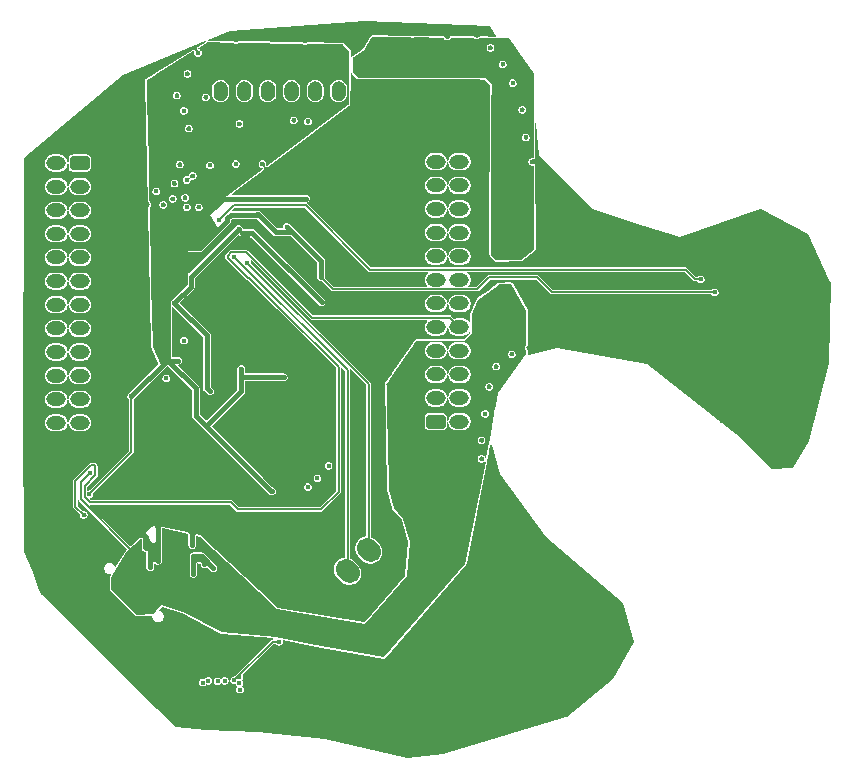
<source format=gbr>
%TF.GenerationSoftware,KiCad,Pcbnew,9.0.0*%
%TF.CreationDate,2025-08-18T13:12:07+03:00*%
%TF.ProjectId,RP2350A_Dev_board,52503233-3530-4415-9f44-65765f626f61,rev?*%
%TF.SameCoordinates,Original*%
%TF.FileFunction,Copper,L2,Bot*%
%TF.FilePolarity,Positive*%
%FSLAX46Y46*%
G04 Gerber Fmt 4.6, Leading zero omitted, Abs format (unit mm)*
G04 Created by KiCad (PCBNEW 9.0.0) date 2025-08-18 13:12:07*
%MOMM*%
%LPD*%
G01*
G04 APERTURE LIST*
G04 Aperture macros list*
%AMRoundRect*
0 Rectangle with rounded corners*
0 $1 Rounding radius*
0 $2 $3 $4 $5 $6 $7 $8 $9 X,Y pos of 4 corners*
0 Add a 4 corners polygon primitive as box body*
4,1,4,$2,$3,$4,$5,$6,$7,$8,$9,$2,$3,0*
0 Add four circle primitives for the rounded corners*
1,1,$1+$1,$2,$3*
1,1,$1+$1,$4,$5*
1,1,$1+$1,$6,$7*
1,1,$1+$1,$8,$9*
0 Add four rect primitives between the rounded corners*
20,1,$1+$1,$2,$3,$4,$5,0*
20,1,$1+$1,$4,$5,$6,$7,0*
20,1,$1+$1,$6,$7,$8,$9,0*
20,1,$1+$1,$8,$9,$2,$3,0*%
%AMHorizOval*
0 Thick line with rounded ends*
0 $1 width*
0 $2 $3 position (X,Y) of the first rounded end (center of the circle)*
0 $4 $5 position (X,Y) of the second rounded end (center of the circle)*
0 Add line between two ends*
20,1,$1,$2,$3,$4,$5,0*
0 Add two circle primitives to create the rounded ends*
1,1,$1,$2,$3*
1,1,$1,$4,$5*%
G04 Aperture macros list end*
%TA.AperFunction,ComponentPad*%
%ADD10RoundRect,0.250000X0.575000X-0.350000X0.575000X0.350000X-0.575000X0.350000X-0.575000X-0.350000X0*%
%TD*%
%TA.AperFunction,ComponentPad*%
%ADD11O,1.650000X1.200000*%
%TD*%
%TA.AperFunction,ComponentPad*%
%ADD12RoundRect,0.250000X-0.575000X0.350000X-0.575000X-0.350000X0.575000X-0.350000X0.575000X0.350000X0*%
%TD*%
%TA.AperFunction,ComponentPad*%
%ADD13RoundRect,0.250000X-0.159099X1.035911X-1.035911X0.159099X0.159099X-1.035911X1.035911X-0.159099X0*%
%TD*%
%TA.AperFunction,ComponentPad*%
%ADD14HorizOval,1.740000X-0.159099X0.159099X0.159099X-0.159099X0*%
%TD*%
%TA.AperFunction,HeatsinkPad*%
%ADD15HorizOval,1.000000X-0.388909X-0.388909X0.388909X0.388909X0*%
%TD*%
%TA.AperFunction,HeatsinkPad*%
%ADD16HorizOval,1.000000X-0.282843X-0.282843X0.282843X0.282843X0*%
%TD*%
%TA.AperFunction,ComponentPad*%
%ADD17RoundRect,0.250000X0.350000X0.575000X-0.350000X0.575000X-0.350000X-0.575000X0.350000X-0.575000X0*%
%TD*%
%TA.AperFunction,ComponentPad*%
%ADD18O,1.200000X1.650000*%
%TD*%
%TA.AperFunction,ViaPad*%
%ADD19C,0.400000*%
%TD*%
%TA.AperFunction,Conductor*%
%ADD20C,0.400000*%
%TD*%
%TA.AperFunction,Conductor*%
%ADD21C,0.127000*%
%TD*%
G04 APERTURE END LIST*
D10*
%TO.P,J1,1,Pin_1*%
%TO.N,IO0*%
X135330000Y-96705000D03*
D11*
%TO.P,J1,2,Pin_2*%
%TO.N,IO1*%
X137330000Y-96705000D03*
%TO.P,J1,3,Pin_3*%
%TO.N,IO2*%
X135330000Y-94705000D03*
%TO.P,J1,4,Pin_4*%
%TO.N,IO3*%
X137330000Y-94705000D03*
%TO.P,J1,5,Pin_5*%
%TO.N,IO4*%
X135330000Y-92705000D03*
%TO.P,J1,6,Pin_6*%
%TO.N,IO5*%
X137330000Y-92705000D03*
%TO.P,J1,7,Pin_7*%
%TO.N,IO6*%
X135330000Y-90705000D03*
%TO.P,J1,8,Pin_8*%
%TO.N,IO7*%
X137330000Y-90705000D03*
%TO.P,J1,9,Pin_9*%
%TO.N,IO8*%
X135330000Y-88705000D03*
%TO.P,J1,10,Pin_10*%
%TO.N,IO9*%
X137330000Y-88705000D03*
%TO.P,J1,11,Pin_11*%
%TO.N,IO10*%
X135330000Y-86705000D03*
%TO.P,J1,12,Pin_12*%
%TO.N,IO11*%
X137330000Y-86705000D03*
%TO.P,J1,13,Pin_13*%
%TO.N,IO12*%
X135330000Y-84705000D03*
%TO.P,J1,14,Pin_14*%
%TO.N,IO13*%
X137330000Y-84705000D03*
%TO.P,J1,15,Pin_15*%
%TO.N,IO14*%
X135330000Y-82705000D03*
%TO.P,J1,16,Pin_16*%
%TO.N,IO15*%
X137330000Y-82705000D03*
%TO.P,J1,17,Pin_17*%
%TO.N,IO16*%
X135330000Y-80705000D03*
%TO.P,J1,18,Pin_18*%
%TO.N,IO17*%
X137330000Y-80705000D03*
%TO.P,J1,19,Pin_19*%
%TO.N,IO18*%
X135330000Y-78705000D03*
%TO.P,J1,20,Pin_20*%
%TO.N,IO19*%
X137330000Y-78705000D03*
%TO.P,J1,21,Pin_21*%
%TO.N,IO20*%
X135330000Y-76705000D03*
%TO.P,J1,22,Pin_22*%
%TO.N,IO21*%
X137330000Y-76705000D03*
%TO.P,J1,23,Pin_23*%
%TO.N,IO22*%
X135330000Y-74705000D03*
%TO.P,J1,24,Pin_24*%
%TO.N,IO23*%
X137330000Y-74705000D03*
%TD*%
D12*
%TO.P,J2,1,Pin_1*%
%TO.N,IO24*%
X105190000Y-74815000D03*
D11*
%TO.P,J2,2,Pin_2*%
%TO.N,IO25*%
X103190000Y-74815000D03*
%TO.P,J2,3,Pin_3*%
%TO.N,IO26*%
X105190000Y-76815000D03*
%TO.P,J2,4,Pin_4*%
%TO.N,IO27*%
X103190000Y-76815000D03*
%TO.P,J2,5,Pin_5*%
%TO.N,IO28*%
X105190000Y-78815000D03*
%TO.P,J2,6,Pin_6*%
%TO.N,IO29*%
X103190000Y-78815000D03*
%TO.P,J2,7,Pin_7*%
%TO.N,IO30*%
X105190000Y-80815000D03*
%TO.P,J2,8,Pin_8*%
%TO.N,IO31*%
X103190000Y-80815000D03*
%TO.P,J2,9,Pin_9*%
%TO.N,IO32*%
X105190000Y-82815000D03*
%TO.P,J2,10,Pin_10*%
%TO.N,IO33*%
X103190000Y-82815000D03*
%TO.P,J2,11,Pin_11*%
%TO.N,IO34*%
X105190000Y-84815000D03*
%TO.P,J2,12,Pin_12*%
%TO.N,IO35*%
X103190000Y-84815000D03*
%TO.P,J2,13,Pin_13*%
%TO.N,IO36*%
X105190000Y-86815000D03*
%TO.P,J2,14,Pin_14*%
%TO.N,IO37*%
X103190000Y-86815000D03*
%TO.P,J2,15,Pin_15*%
%TO.N,IO38*%
X105190000Y-88815000D03*
%TO.P,J2,16,Pin_16*%
%TO.N,IO39*%
X103190000Y-88815000D03*
%TO.P,J2,17,Pin_17*%
%TO.N,IO40*%
X105190000Y-90815000D03*
%TO.P,J2,18,Pin_18*%
%TO.N,IO41*%
X103190000Y-90815000D03*
%TO.P,J2,19,Pin_19*%
%TO.N,IO42*%
X105190000Y-92815000D03*
%TO.P,J2,20,Pin_20*%
%TO.N,IO43*%
X103190000Y-92815000D03*
%TO.P,J2,21,Pin_21*%
%TO.N,IO44*%
X105190000Y-94815000D03*
%TO.P,J2,22,Pin_22*%
%TO.N,IO45*%
X103190000Y-94815000D03*
%TO.P,J2,23,Pin_23*%
%TO.N,IO46*%
X105190000Y-96815000D03*
%TO.P,J2,24,Pin_24*%
%TO.N,IO47*%
X103190000Y-96815000D03*
%TD*%
D13*
%TO.P,J3,1,Pin_1*%
%TO.N,VCC-5V*%
X133239935Y-103991781D03*
D14*
%TO.P,J3,2,Pin_2*%
%TO.N,Earth*%
X131443884Y-105787832D03*
%TO.P,J3,3,Pin_3*%
%TO.N,SWCLK*%
X129647833Y-107583883D03*
%TO.P,J3,4,Pin_4*%
%TO.N,SWDIO*%
X127851781Y-109379935D03*
%TD*%
D15*
%TO.P,J5,S1,SHIELD*%
%TO.N,Earth*%
X107065804Y-107764793D03*
D16*
X104110098Y-110720499D03*
D15*
X113175207Y-113874196D03*
D16*
X110219501Y-116829902D03*
%TD*%
D17*
%TO.P,J4,1,Pin_1*%
%TO.N,Earth*%
X139110000Y-68730000D03*
D18*
%TO.P,J4,2,Pin_2*%
%TO.N,VCC-5V*%
X139110000Y-66730000D03*
%TO.P,J4,3,Pin_3*%
%TO.N,Earth*%
X137110000Y-68730000D03*
%TO.P,J4,4,Pin_4*%
%TO.N,VCC-5V*%
X137110000Y-66730000D03*
%TO.P,J4,5,Pin_5*%
%TO.N,Earth*%
X135110000Y-68730000D03*
%TO.P,J4,6,Pin_6*%
%TO.N,VCC-5V*%
X135110000Y-66730000D03*
%TO.P,J4,7,Pin_7*%
%TO.N,Earth*%
X133110000Y-68730000D03*
%TO.P,J4,8,Pin_8*%
%TO.N,VCC-5V*%
X133110000Y-66730000D03*
%TO.P,J4,9,Pin_9*%
%TO.N,Earth*%
X131110000Y-68730000D03*
%TO.P,J4,10,Pin_10*%
%TO.N,VCC-5V*%
X131110000Y-66730000D03*
%TO.P,J4,11,Pin_11*%
%TO.N,Earth*%
X129110000Y-68730000D03*
%TO.P,J4,12,Pin_12*%
%TO.N,VCC-5V*%
X129110000Y-66730000D03*
%TO.P,J4,13,Pin_13*%
%TO.N,Earth*%
X127110000Y-68730000D03*
%TO.P,J4,14,Pin_14*%
%TO.N,+3V3*%
X127110000Y-66730000D03*
%TO.P,J4,15,Pin_15*%
%TO.N,Earth*%
X125110000Y-68730000D03*
%TO.P,J4,16,Pin_16*%
%TO.N,+3V3*%
X125110000Y-66730000D03*
%TO.P,J4,17,Pin_17*%
%TO.N,Earth*%
X123110000Y-68730000D03*
%TO.P,J4,18,Pin_18*%
%TO.N,+3V3*%
X123110000Y-66730000D03*
%TO.P,J4,19,Pin_19*%
%TO.N,Earth*%
X121110000Y-68730000D03*
%TO.P,J4,20,Pin_20*%
%TO.N,+3V3*%
X121110000Y-66730000D03*
%TO.P,J4,21,Pin_21*%
%TO.N,Earth*%
X119110000Y-68730000D03*
%TO.P,J4,22,Pin_22*%
%TO.N,+3V3*%
X119110000Y-66730000D03*
%TO.P,J4,23,Pin_23*%
%TO.N,Earth*%
X117110000Y-68730000D03*
%TO.P,J4,24,Pin_24*%
%TO.N,+3V3*%
X117110000Y-66730000D03*
%TD*%
D19*
%TO.N,Earth*%
X114400000Y-71900000D03*
X116050000Y-87250000D03*
X120800000Y-99800000D03*
X130600000Y-98250000D03*
X121700000Y-110850000D03*
X128400000Y-70850000D03*
X124500000Y-71300000D03*
X128700000Y-81450000D03*
X115200000Y-98050000D03*
X111150000Y-109050000D03*
X158300000Y-82050000D03*
X121600000Y-75100000D03*
X115350000Y-104600000D03*
X105450000Y-99800000D03*
X110750000Y-107400000D03*
X114750000Y-75900000D03*
X114700000Y-107150000D03*
X125100000Y-109950000D03*
X130600000Y-95350000D03*
X118400000Y-64400000D03*
X139200000Y-99850000D03*
X109850000Y-87100000D03*
X143500000Y-74700000D03*
X115200000Y-65500000D03*
X116500000Y-90300000D03*
X128350000Y-122100000D03*
X118500000Y-86850000D03*
X167100000Y-92900000D03*
X122350000Y-88950000D03*
X165600000Y-81950000D03*
X143000000Y-106000000D03*
X120650000Y-122100000D03*
X136300000Y-64100000D03*
X148150000Y-118050000D03*
X106600000Y-110600000D03*
X140650000Y-122300000D03*
X132150000Y-123050000D03*
X110300000Y-71550000D03*
X127550000Y-79700000D03*
X120100000Y-85800000D03*
X121300000Y-108400000D03*
X128700000Y-98200000D03*
X118250000Y-87850000D03*
X125850000Y-77600000D03*
X114150000Y-102400000D03*
X145300000Y-120050000D03*
X114300000Y-67250000D03*
X139200000Y-98300000D03*
X130350000Y-110600000D03*
X128750000Y-86300000D03*
X123350000Y-96200000D03*
X120750000Y-96150000D03*
X146900000Y-118950000D03*
X119800000Y-87450000D03*
X111800000Y-106600000D03*
X149850000Y-115500000D03*
X117400000Y-102000000D03*
X111150000Y-97850000D03*
X157100000Y-92350000D03*
X109150000Y-113800000D03*
X154750000Y-90950000D03*
X118450000Y-98500000D03*
X111950000Y-119450000D03*
X114100000Y-77750000D03*
X113050000Y-77850000D03*
X125400000Y-106400000D03*
X114250000Y-76250000D03*
X114350000Y-121500000D03*
X164200000Y-99800000D03*
X110750000Y-114050000D03*
X167650000Y-90300000D03*
X110700000Y-100450000D03*
X142950000Y-72650000D03*
X108600000Y-71150000D03*
X113200000Y-76550000D03*
X144550000Y-107550000D03*
X119500000Y-109300000D03*
X113650000Y-74950000D03*
X121450000Y-107500000D03*
X119600000Y-106000000D03*
X128700000Y-78600000D03*
X116500000Y-109100000D03*
X109600000Y-102250000D03*
X115100000Y-100750000D03*
X120300000Y-102550000D03*
X138800000Y-64000000D03*
X139850000Y-93750000D03*
X110700000Y-96050000D03*
X107250000Y-100650000D03*
X123300000Y-71200000D03*
X126850000Y-64100000D03*
X142650000Y-70300000D03*
X108900000Y-96850000D03*
X119550000Y-85350000D03*
X115200000Y-65500000D03*
X102450000Y-100000000D03*
X102250000Y-107500000D03*
X147100000Y-110050000D03*
X109050000Y-95450000D03*
X107800000Y-95700000D03*
X122150000Y-105700000D03*
X101750000Y-88600000D03*
X107450000Y-78650000D03*
X127600000Y-82700000D03*
X110850000Y-102700000D03*
X126350000Y-111350000D03*
X155150000Y-82350000D03*
X116550000Y-100150000D03*
X114850000Y-108100000D03*
X110900000Y-78300000D03*
X109500000Y-76150000D03*
X127850000Y-75400000D03*
X136800000Y-71200000D03*
X123750000Y-101300000D03*
X120950000Y-86600000D03*
X108350000Y-101900000D03*
X139950000Y-65050000D03*
X107650000Y-72650000D03*
X128800000Y-95100000D03*
X117250000Y-122150000D03*
X113950000Y-99400000D03*
X109800000Y-85750000D03*
X120700000Y-89850000D03*
X109850000Y-84750000D03*
X114800000Y-109600000D03*
X160800000Y-81000000D03*
X133350000Y-63900000D03*
X109000000Y-78550000D03*
X122100000Y-101400000D03*
X112250000Y-78350000D03*
X131650000Y-107800000D03*
X149900000Y-113900000D03*
X109200000Y-86800000D03*
X163400000Y-81250000D03*
X161100000Y-97250000D03*
X119150000Y-87150000D03*
X110800000Y-81500000D03*
X165750000Y-98850000D03*
X150550000Y-81350000D03*
X146150000Y-77800000D03*
X122200000Y-98050000D03*
X139500000Y-96050000D03*
X111400000Y-99600000D03*
X127400000Y-76350000D03*
X108100000Y-97550000D03*
X116200000Y-75000000D03*
X143300000Y-120950000D03*
X118250000Y-106150000D03*
X158400000Y-94150000D03*
X120950000Y-87850000D03*
X112050000Y-117700000D03*
X115750000Y-108800000D03*
X116400000Y-84850000D03*
X113400000Y-69100000D03*
X128050000Y-73100000D03*
X167650000Y-87500000D03*
X140650000Y-103100000D03*
X108200000Y-88050000D03*
X149750000Y-112550000D03*
X102000000Y-94650000D03*
X101450000Y-76350000D03*
X114000000Y-70400000D03*
X124100000Y-122700000D03*
X114250000Y-78550000D03*
X128600000Y-97100000D03*
X148850000Y-111550000D03*
X118400000Y-74900000D03*
X124650000Y-73600000D03*
X140450000Y-92050000D03*
X141000000Y-66450000D03*
X116100000Y-102600000D03*
X118400000Y-85150000D03*
X116650000Y-101550000D03*
X118700000Y-71500000D03*
X119450000Y-104800000D03*
X111800000Y-95750000D03*
X115850000Y-69250000D03*
X113100000Y-98250000D03*
X119600000Y-86550000D03*
X162700000Y-98900000D03*
X121000000Y-76900000D03*
X116550000Y-98950000D03*
X122150000Y-108400000D03*
X145750000Y-108950000D03*
X113200000Y-120550000D03*
X123450000Y-99750000D03*
X111650000Y-77200000D03*
X125400000Y-75150000D03*
X107750000Y-76200000D03*
X117450000Y-89500000D03*
X110950000Y-98700000D03*
X110650000Y-96850000D03*
X107450000Y-89050000D03*
X115250000Y-78550000D03*
X108400000Y-102900000D03*
X121450000Y-64100000D03*
X166400000Y-96150000D03*
X120550000Y-87250000D03*
X112050000Y-98350000D03*
X112750000Y-101200000D03*
X110050000Y-81050000D03*
X107400000Y-112850000D03*
X111550000Y-96900000D03*
X148350000Y-90550000D03*
X118900000Y-107500000D03*
X147500000Y-79550000D03*
X109600000Y-69100000D03*
X118900000Y-86000000D03*
X109050000Y-73400000D03*
X104650000Y-108600000D03*
X129650000Y-77850000D03*
X132350000Y-71550000D03*
X109850000Y-81500000D03*
X141850000Y-68050000D03*
X120650000Y-74900000D03*
X108650000Y-98800000D03*
X130500000Y-96950000D03*
X101500000Y-81500000D03*
X130000000Y-63800000D03*
X115300000Y-108400000D03*
X110700000Y-80800000D03*
X159550000Y-96650000D03*
X111750000Y-115800000D03*
X149250000Y-116950000D03*
X112650000Y-100200000D03*
X124250000Y-64500000D03*
X141750000Y-91000000D03*
X111800000Y-108500000D03*
X126600000Y-105200000D03*
X109100000Y-81550000D03*
X143200000Y-90450000D03*
X151800000Y-90850000D03*
X144350000Y-76100000D03*
X166600000Y-84350000D03*
%TO.N,+3V3*%
X106000000Y-102850000D03*
X158950000Y-85750000D03*
X118700000Y-99900000D03*
X114050000Y-82000000D03*
X122050000Y-115350000D03*
X126250000Y-100450000D03*
X121450000Y-102600000D03*
X125600000Y-84450000D03*
X116850000Y-118700000D03*
X109550000Y-94550000D03*
X124500000Y-102250000D03*
X118750000Y-119400000D03*
X112650000Y-91550000D03*
X118700000Y-118850000D03*
X124325000Y-77825000D03*
X122700000Y-80200000D03*
X122450000Y-92950000D03*
X120260000Y-79160000D03*
X113100000Y-85950000D03*
X118250000Y-118600000D03*
X118700000Y-118350000D03*
X118850000Y-92250000D03*
X113500000Y-91550000D03*
X125300000Y-101500000D03*
X117450000Y-118650000D03*
X115000000Y-94200000D03*
X115600000Y-118800000D03*
X119950000Y-101150000D03*
X120700000Y-101900000D03*
X116050000Y-118650000D03*
%TO.N,Net-(DD1-ADC_AVDD)*%
X114000000Y-89850000D03*
X112500000Y-93050000D03*
%TO.N,VCC-5V*%
X109500000Y-108050000D03*
X140800000Y-85400000D03*
X108400000Y-110850000D03*
X140600000Y-82500000D03*
X115900000Y-111850000D03*
X140250000Y-82050000D03*
X139800000Y-86050000D03*
X113500000Y-111600000D03*
X143200000Y-82100000D03*
X141500000Y-85300000D03*
X142500000Y-87150000D03*
X139250000Y-86450000D03*
X143500000Y-81700000D03*
X114300000Y-112300000D03*
X120850000Y-114100000D03*
X141150000Y-82700000D03*
X111100000Y-112600000D03*
X109500000Y-112050000D03*
X142200000Y-86600000D03*
X108350000Y-109950000D03*
X142750000Y-82400000D03*
X114350000Y-111500000D03*
X110150000Y-112600000D03*
X119900000Y-113950000D03*
X119400000Y-113950000D03*
X120350000Y-113950000D03*
X142250000Y-82700000D03*
X141750000Y-85750000D03*
X116400000Y-112050000D03*
X140200000Y-85700000D03*
X141700000Y-82700000D03*
X142000000Y-86200000D03*
X108950000Y-111450000D03*
X106050000Y-101050000D03*
X114050000Y-107800000D03*
%TO.N,SWDIO*%
X118200000Y-82750000D03*
%TO.N,RUN*%
X157750000Y-84650000D03*
X116950000Y-79650000D03*
%TO.N,IO9*%
X105500000Y-104600000D03*
%TO.N,SWCLK*%
X119350000Y-83250000D03*
%TO.N,Net-(DD1-DVDD_1)*%
X116200000Y-94150000D03*
X118650000Y-80400000D03*
X118950000Y-80700000D03*
X125650000Y-86600000D03*
X113200000Y-86650000D03*
%TD*%
D20*
%TO.N,Earth*%
X114800000Y-108150000D02*
X114850000Y-108100000D01*
X111150000Y-109050000D02*
X111150000Y-107050000D01*
X114700000Y-106150000D02*
X115250000Y-105600000D01*
X111800000Y-108500000D02*
X111800000Y-105400000D01*
X111000000Y-104900000D02*
X110750000Y-104900000D01*
X110750000Y-106450000D02*
X109800000Y-105500000D01*
X111800000Y-105400000D02*
X111150000Y-104750000D01*
X111150000Y-104750000D02*
X111000000Y-104900000D01*
X114700000Y-107150000D02*
X114700000Y-106150000D01*
X110750000Y-107400000D02*
X110750000Y-106450000D01*
X111150000Y-107050000D02*
X110750000Y-106650000D01*
X114800000Y-109600000D02*
X114800000Y-108150000D01*
X114850000Y-108100000D02*
X115500000Y-108100000D01*
X115500000Y-108100000D02*
X116500000Y-109100000D01*
X110750000Y-106650000D02*
X110750000Y-107400000D01*
D21*
%TO.N,+3V3*%
X129850000Y-85496500D02*
X126646500Y-85496500D01*
D20*
X115814616Y-81564616D02*
X115814616Y-79285384D01*
X119100000Y-100300000D02*
X118700000Y-99900000D01*
X115814616Y-79285384D02*
X117275000Y-77825000D01*
X123175000Y-80675000D02*
X121775000Y-80675000D01*
X115900000Y-97100000D02*
X115000000Y-96200000D01*
X114050000Y-82000000D02*
X114050000Y-85000000D01*
X125600000Y-83100000D02*
X123175000Y-80675000D01*
X112650000Y-91550000D02*
X115000000Y-93900000D01*
D21*
X109550000Y-99300000D02*
X109550000Y-94550000D01*
D20*
X114050000Y-85000000D02*
X113100000Y-85950000D01*
X121450000Y-102600000D02*
X121400000Y-102600000D01*
X119100000Y-100300000D02*
X115900000Y-97100000D01*
X112650000Y-86400000D02*
X112650000Y-91550000D01*
X118850000Y-92900000D02*
X118850000Y-94150000D01*
D21*
X158950000Y-85750000D02*
X145150000Y-85750000D01*
D20*
X123175000Y-80675000D02*
X122700000Y-80200000D01*
D21*
X126646500Y-85496500D02*
X125600000Y-84450000D01*
X143900000Y-84500000D02*
X139850000Y-84500000D01*
D20*
X117275000Y-77825000D02*
X124325000Y-77825000D01*
X118850000Y-94150000D02*
X115900000Y-97100000D01*
D21*
X138853500Y-85496500D02*
X129850000Y-85496500D01*
D20*
X112650000Y-91550000D02*
X112550000Y-91550000D01*
X115814616Y-81564616D02*
X115379232Y-82000000D01*
D21*
X145150000Y-85750000D02*
X143900000Y-84500000D01*
D20*
X115379232Y-82000000D02*
X114050000Y-82000000D01*
D21*
X122050000Y-115350000D02*
X121500000Y-115350000D01*
D20*
X118850000Y-92250000D02*
X118850000Y-92900000D01*
X113100000Y-85950000D02*
X112650000Y-86400000D01*
X120220000Y-79200000D02*
X117953664Y-79200000D01*
X122450000Y-92950000D02*
X118900000Y-92950000D01*
X115000000Y-93900000D02*
X115000000Y-94800000D01*
X121400000Y-102600000D02*
X119100000Y-100300000D01*
X121775000Y-80675000D02*
X120260000Y-79160000D01*
X112550000Y-91550000D02*
X109550000Y-94550000D01*
X125600000Y-84450000D02*
X125600000Y-83100000D01*
X115000000Y-96200000D02*
X115000000Y-94800000D01*
X118900000Y-92950000D02*
X118850000Y-92900000D01*
X117953664Y-79200000D02*
X117651832Y-79501832D01*
X113500000Y-91550000D02*
X112650000Y-91550000D01*
X117651832Y-79727400D02*
X115814616Y-81564616D01*
X120260000Y-79160000D02*
X120220000Y-79200000D01*
D21*
X106000000Y-102850000D02*
X109550000Y-99300000D01*
X121500000Y-115350000D02*
X118250000Y-118600000D01*
D20*
X117651832Y-79501832D02*
X117651832Y-79727400D01*
D21*
X139850000Y-84500000D02*
X138853500Y-85496500D01*
D20*
X115000000Y-94800000D02*
X115000000Y-94200000D01*
D21*
%TO.N,VCC-5V*%
X105250000Y-101850000D02*
X105250000Y-103300000D01*
X106050000Y-101050000D02*
X105250000Y-101850000D01*
X109500000Y-107550000D02*
X109500000Y-108050000D01*
X105250000Y-103300000D02*
X109500000Y-107550000D01*
%TO.N,SWDIO*%
X127851781Y-92351781D02*
X127851781Y-109379935D01*
X118200000Y-82750000D02*
X118250000Y-82750000D01*
X118250000Y-82750000D02*
X127851781Y-92351781D01*
%TO.N,RUN*%
X157300000Y-84650000D02*
X157750000Y-84650000D01*
X116950000Y-79650000D02*
X118200000Y-78400000D01*
X124300000Y-78400000D02*
X129750000Y-83850000D01*
X118200000Y-78400000D02*
X124300000Y-78400000D01*
X156500000Y-83850000D02*
X157300000Y-84650000D01*
X129750000Y-83850000D02*
X156500000Y-83850000D01*
%TO.N,IO9*%
X119500000Y-84550000D02*
X121950000Y-87000000D01*
X106150000Y-100400000D02*
X104800000Y-101750000D01*
X117700000Y-82836192D02*
X119413808Y-84550000D01*
X105600000Y-102150000D02*
X106500000Y-101250000D01*
X119274876Y-82335500D02*
X118014500Y-82335500D01*
X105500000Y-104600000D02*
X105670790Y-104600000D01*
X105600000Y-103100000D02*
X105600000Y-102150000D01*
X125600000Y-104150000D02*
X118550000Y-104150000D01*
X106500000Y-100500000D02*
X106400000Y-100400000D01*
X127100000Y-102650000D02*
X125600000Y-104150000D01*
X119413808Y-84550000D02*
X119500000Y-84550000D01*
X104800000Y-103900000D02*
X105500000Y-104600000D01*
X118550000Y-104150000D02*
X117950000Y-103550000D01*
X106400000Y-100400000D02*
X106150000Y-100400000D01*
X104800000Y-101750000D02*
X104800000Y-103900000D01*
X136538500Y-87913500D02*
X124852876Y-87913500D01*
X117950000Y-103550000D02*
X106050000Y-103550000D01*
X127100000Y-92100000D02*
X127100000Y-102650000D01*
X118014500Y-82335500D02*
X117700000Y-82650000D01*
X137330000Y-88705000D02*
X136538500Y-87913500D01*
X124852876Y-87913500D02*
X119274876Y-82335500D01*
X117700000Y-82650000D02*
X117700000Y-82836192D01*
X121950000Y-87000000D02*
X122000000Y-87000000D01*
X106050000Y-103550000D02*
X105600000Y-103100000D01*
X122000000Y-87000000D02*
X127100000Y-92100000D01*
X106500000Y-101250000D02*
X106500000Y-100500000D01*
%TO.N,SWCLK*%
X119350000Y-83250000D02*
X129647833Y-93547833D01*
X129647833Y-93547833D02*
X129647833Y-107583883D01*
D20*
%TO.N,Net-(DD1-DVDD_1)*%
X115949000Y-89399000D02*
X113200000Y-86650000D01*
D21*
X118950000Y-80700000D02*
X118650000Y-80400000D01*
D20*
X114578000Y-85272000D02*
X114578000Y-84472000D01*
X119750000Y-80700000D02*
X125650000Y-86600000D01*
X113200000Y-86650000D02*
X114578000Y-85272000D01*
X115949000Y-93899000D02*
X115949000Y-89399000D01*
X116200000Y-94150000D02*
X115949000Y-93899000D01*
X114578000Y-84472000D02*
X118650000Y-80400000D01*
X118950000Y-80700000D02*
X119750000Y-80700000D01*
%TD*%
%TA.AperFunction,Conductor*%
%TO.N,Earth*%
G36*
X115866439Y-64507883D02*
G01*
X115866623Y-64545998D01*
X115846622Y-64569575D01*
X115188947Y-64974299D01*
X115186141Y-64976026D01*
X115149350Y-65009687D01*
X115127344Y-65039214D01*
X115113726Y-65061911D01*
X115113723Y-65061919D01*
X115102220Y-65135683D01*
X115107195Y-65173471D01*
X115113871Y-65200998D01*
X115157895Y-65261292D01*
X115157897Y-65261294D01*
X115157898Y-65261295D01*
X115188136Y-65284499D01*
X115188137Y-65284499D01*
X115188138Y-65284500D01*
X115234504Y-65307366D01*
X115234506Y-65307366D01*
X115234507Y-65307367D01*
X115268937Y-65316591D01*
X115280937Y-65321562D01*
X115314052Y-65340681D01*
X115324366Y-65348595D01*
X115351404Y-65375633D01*
X115359316Y-65385945D01*
X115378433Y-65419056D01*
X115383405Y-65431061D01*
X115389005Y-65451958D01*
X115393303Y-65467995D01*
X115395000Y-65480885D01*
X115395000Y-65519113D01*
X115393303Y-65532003D01*
X115383406Y-65568936D01*
X115378431Y-65580946D01*
X115359318Y-65614051D01*
X115351404Y-65624365D01*
X115324365Y-65651404D01*
X115314051Y-65659318D01*
X115280946Y-65678431D01*
X115268936Y-65683406D01*
X115232003Y-65693303D01*
X115219115Y-65695000D01*
X115180885Y-65695000D01*
X115167995Y-65693303D01*
X115131062Y-65683406D01*
X115119056Y-65678433D01*
X115085945Y-65659316D01*
X115075633Y-65651404D01*
X115048594Y-65624365D01*
X115040680Y-65614050D01*
X115031055Y-65597379D01*
X115021566Y-65580943D01*
X115016592Y-65568934D01*
X115015503Y-65564871D01*
X115006697Y-65532003D01*
X115005000Y-65519115D01*
X115005000Y-65480877D01*
X115006697Y-65467987D01*
X115007086Y-65466536D01*
X115010528Y-65453691D01*
X115010980Y-65451958D01*
X115011323Y-65450605D01*
X115012519Y-65423839D01*
X115013716Y-65397080D01*
X115013715Y-65397077D01*
X115013716Y-65397073D01*
X115007683Y-65359438D01*
X115000235Y-65332107D01*
X115000234Y-65332106D01*
X115000234Y-65332105D01*
X114965848Y-65287686D01*
X114954534Y-65273070D01*
X114954532Y-65273069D01*
X114954532Y-65273068D01*
X114923662Y-65250727D01*
X114899065Y-65236665D01*
X114825008Y-65227234D01*
X114824998Y-65227234D01*
X114787372Y-65233265D01*
X114738904Y-65251248D01*
X111744372Y-67094038D01*
X110804873Y-67672190D01*
X110791056Y-67681964D01*
X110791047Y-67681970D01*
X110781160Y-67689959D01*
X110781157Y-67689962D01*
X110740926Y-67745039D01*
X110740926Y-67745040D01*
X110727125Y-67780566D01*
X110722259Y-67808226D01*
X110718166Y-67831486D01*
X110731576Y-68436282D01*
X110731800Y-68446392D01*
X110745402Y-69059820D01*
X110745724Y-69074326D01*
X110769032Y-70125547D01*
X110774227Y-70359820D01*
X110774549Y-70374329D01*
X110774549Y-70374330D01*
X110791965Y-71159820D01*
X110792287Y-71174326D01*
X110792287Y-71174327D01*
X110798617Y-71459820D01*
X110798939Y-71474326D01*
X110798939Y-71474327D01*
X110807486Y-71859820D01*
X110807808Y-71874326D01*
X110807808Y-71874327D01*
X110875114Y-74909820D01*
X110875436Y-74924326D01*
X110875436Y-74924327D01*
X110880290Y-75143245D01*
X110901984Y-76121672D01*
X110903939Y-76209820D01*
X110904261Y-76224329D01*
X110904261Y-76224330D01*
X110910591Y-76509820D01*
X110910913Y-76524326D01*
X110910913Y-76524327D01*
X110912468Y-76594449D01*
X110923894Y-77109824D01*
X110925003Y-77159820D01*
X110925325Y-77174329D01*
X110925325Y-77174330D01*
X110939415Y-77809820D01*
X110939737Y-77824326D01*
X110939737Y-77824327D01*
X110943605Y-77998793D01*
X110943606Y-77998817D01*
X110944714Y-78012271D01*
X110944906Y-78014606D01*
X110946548Y-78026090D01*
X110946591Y-78026386D01*
X110972643Y-78088293D01*
X110972646Y-78088300D01*
X110996099Y-78118856D01*
X110996128Y-78118894D01*
X110997133Y-78120206D01*
X110997726Y-78121955D01*
X110998652Y-78122881D01*
X111002352Y-78127100D01*
X111003376Y-78127605D01*
X111051404Y-78175633D01*
X111059316Y-78185945D01*
X111078433Y-78219056D01*
X111083405Y-78231061D01*
X111090440Y-78257313D01*
X111093303Y-78267995D01*
X111095000Y-78280885D01*
X111095000Y-78319113D01*
X111093303Y-78332003D01*
X111083406Y-78368936D01*
X111078431Y-78380944D01*
X111073093Y-78390192D01*
X111059317Y-78414053D01*
X111051403Y-78424366D01*
X111010267Y-78465501D01*
X111010268Y-78465502D01*
X111009033Y-78466751D01*
X111008397Y-78467402D01*
X110979665Y-78512013D01*
X110979662Y-78512020D01*
X110965861Y-78547545D01*
X110956901Y-78598461D01*
X110956901Y-78598465D01*
X111217320Y-90343383D01*
X111217321Y-90343390D01*
X111220246Y-90368293D01*
X111224186Y-90386626D01*
X111224191Y-90386642D01*
X111231753Y-90410543D01*
X111637870Y-91367818D01*
X111802528Y-91755941D01*
X111812758Y-91780053D01*
X111813083Y-91818166D01*
X111802127Y-91834716D01*
X109287934Y-94348910D01*
X109244821Y-94423585D01*
X109244818Y-94423592D01*
X109222500Y-94506883D01*
X109222500Y-94593116D01*
X109244818Y-94676407D01*
X109244821Y-94676414D01*
X109287934Y-94751089D01*
X109344414Y-94807569D01*
X109359000Y-94842783D01*
X109359000Y-99200256D01*
X109344414Y-99235470D01*
X106071970Y-102507914D01*
X106036756Y-102522500D01*
X105956884Y-102522500D01*
X105873592Y-102544818D01*
X105873588Y-102544820D01*
X105865699Y-102549375D01*
X105827909Y-102554349D01*
X105797671Y-102531145D01*
X105791000Y-102506246D01*
X105791000Y-102249743D01*
X105805586Y-102214529D01*
X106233695Y-101786420D01*
X106661922Y-101358193D01*
X106691000Y-101287992D01*
X106691000Y-101212008D01*
X106691000Y-100462008D01*
X106661922Y-100391807D01*
X106608193Y-100338078D01*
X106508193Y-100238078D01*
X106437992Y-100209000D01*
X106187992Y-100209000D01*
X106112008Y-100209000D01*
X106112007Y-100209000D01*
X106041806Y-100238078D01*
X104638078Y-101641806D01*
X104613523Y-101701089D01*
X104609000Y-101712008D01*
X104609000Y-103862008D01*
X104609000Y-103937992D01*
X104638078Y-104008193D01*
X104905400Y-104275515D01*
X105157914Y-104528028D01*
X105172500Y-104563242D01*
X105172500Y-104643116D01*
X105194818Y-104726407D01*
X105194821Y-104726414D01*
X105204863Y-104743808D01*
X105237935Y-104801090D01*
X105298910Y-104862065D01*
X105373590Y-104905181D01*
X105456884Y-104927500D01*
X105543116Y-104927500D01*
X105626410Y-104905181D01*
X105701090Y-104862065D01*
X105762065Y-104801090D01*
X105789185Y-104754113D01*
X105797087Y-104743817D01*
X105832712Y-104708193D01*
X105861790Y-104637992D01*
X105861790Y-104562008D01*
X105832712Y-104491807D01*
X105797093Y-104456188D01*
X105789179Y-104445873D01*
X105762066Y-104398911D01*
X105701089Y-104337934D01*
X105626414Y-104294821D01*
X105626411Y-104294820D01*
X105626410Y-104294819D01*
X105626408Y-104294818D01*
X105626407Y-104294818D01*
X105543116Y-104272500D01*
X105463242Y-104272500D01*
X105428028Y-104257914D01*
X105005586Y-103835471D01*
X104991000Y-103800257D01*
X104991000Y-103424186D01*
X105005586Y-103388972D01*
X105040800Y-103374386D01*
X105076014Y-103388972D01*
X105086808Y-103405127D01*
X105088078Y-103408193D01*
X105088079Y-103408194D01*
X109163390Y-107483505D01*
X109177976Y-107518719D01*
X109163390Y-107553933D01*
X109161755Y-107555495D01*
X109115847Y-107597411D01*
X109103027Y-107610883D01*
X109094189Y-107621580D01*
X109083394Y-107636683D01*
X109083392Y-107636687D01*
X108261567Y-108975957D01*
X108230717Y-108998342D01*
X108193075Y-108992357D01*
X108171018Y-108962801D01*
X108167297Y-108948915D01*
X108166509Y-108945973D01*
X108103909Y-108837545D01*
X108015378Y-108749014D01*
X108015377Y-108749013D01*
X107906954Y-108686416D01*
X107906951Y-108686415D01*
X107906950Y-108686414D01*
X107906948Y-108686413D01*
X107906947Y-108686413D01*
X107786015Y-108654009D01*
X107660813Y-108654009D01*
X107539880Y-108686413D01*
X107539873Y-108686416D01*
X107431450Y-108749013D01*
X107342918Y-108837545D01*
X107280321Y-108945968D01*
X107280318Y-108945975D01*
X107247914Y-109066907D01*
X107247914Y-109192110D01*
X107277828Y-109303751D01*
X107280319Y-109313045D01*
X107342919Y-109421473D01*
X107431450Y-109510004D01*
X107539878Y-109572604D01*
X107660813Y-109605009D01*
X107786571Y-109605009D01*
X107821785Y-109619595D01*
X107836371Y-109654809D01*
X107829017Y-109680853D01*
X107766088Y-109783406D01*
X107744419Y-109818718D01*
X107729841Y-109852004D01*
X107729835Y-109852021D01*
X107722485Y-109878055D01*
X107717500Y-109914055D01*
X107717500Y-110879721D01*
X107727289Y-110929695D01*
X107727290Y-110929698D01*
X107741463Y-110964494D01*
X107769387Y-111007094D01*
X107769387Y-111007095D01*
X109748222Y-113033045D01*
X109839865Y-113126870D01*
X109842043Y-113129049D01*
X109843672Y-113130641D01*
X109889826Y-113159968D01*
X109925521Y-113173331D01*
X109976542Y-113181663D01*
X109976549Y-113181662D01*
X109976552Y-113181663D01*
X110779195Y-113153984D01*
X111283475Y-113136594D01*
X111319170Y-113149957D01*
X111334961Y-113184648D01*
X111334991Y-113186364D01*
X111334991Y-113279187D01*
X111367396Y-113400122D01*
X111429996Y-113508550D01*
X111518527Y-113597081D01*
X111626955Y-113659681D01*
X111747890Y-113692086D01*
X111873092Y-113692086D01*
X111994027Y-113659681D01*
X112102455Y-113597081D01*
X112190986Y-113508550D01*
X112253586Y-113400122D01*
X112285991Y-113279187D01*
X112285991Y-113153985D01*
X112278725Y-113126870D01*
X112275189Y-113113673D01*
X112253586Y-113033050D01*
X112190986Y-112924622D01*
X112102455Y-112836091D01*
X112102454Y-112836090D01*
X111994031Y-112773493D01*
X111994028Y-112773492D01*
X111994027Y-112773491D01*
X111994025Y-112773490D01*
X111994024Y-112773490D01*
X111913033Y-112751788D01*
X111882795Y-112728584D01*
X111877820Y-112690795D01*
X111889516Y-112669706D01*
X111912759Y-112644803D01*
X112119190Y-112423626D01*
X112153881Y-112407836D01*
X112170146Y-112409979D01*
X113845134Y-112921783D01*
X113853637Y-112925268D01*
X117179833Y-114662835D01*
X117179839Y-114662838D01*
X117179845Y-114662841D01*
X117203997Y-114672571D01*
X117222694Y-114678040D01*
X117248288Y-114682860D01*
X121533602Y-115059591D01*
X121567403Y-115077205D01*
X121578850Y-115113561D01*
X121561236Y-115147362D01*
X121529241Y-115159000D01*
X121462007Y-115159000D01*
X121391806Y-115188078D01*
X118321970Y-118257914D01*
X118286756Y-118272500D01*
X118206884Y-118272500D01*
X118123592Y-118294818D01*
X118123585Y-118294821D01*
X118048910Y-118337934D01*
X117987934Y-118398910D01*
X117944823Y-118473583D01*
X117944818Y-118473592D01*
X117922500Y-118556883D01*
X117922500Y-118556884D01*
X117922500Y-118643116D01*
X117944819Y-118726410D01*
X117987935Y-118801090D01*
X118048910Y-118862065D01*
X118123590Y-118905181D01*
X118206884Y-118927500D01*
X118293115Y-118927500D01*
X118293116Y-118927500D01*
X118327675Y-118918239D01*
X118365463Y-118923213D01*
X118388666Y-118953450D01*
X118394819Y-118976410D01*
X118394820Y-118976412D01*
X118394821Y-118976414D01*
X118437934Y-119051089D01*
X118501218Y-119114373D01*
X118499845Y-119115745D01*
X118515842Y-119143422D01*
X118505994Y-119180243D01*
X118501686Y-119185158D01*
X118487934Y-119198909D01*
X118444821Y-119273585D01*
X118444818Y-119273592D01*
X118422500Y-119356883D01*
X118422500Y-119356884D01*
X118422500Y-119443116D01*
X118444819Y-119526410D01*
X118487935Y-119601090D01*
X118548910Y-119662065D01*
X118623590Y-119705181D01*
X118706884Y-119727500D01*
X118793116Y-119727500D01*
X118876410Y-119705181D01*
X118951090Y-119662065D01*
X119012065Y-119601090D01*
X119055181Y-119526410D01*
X119077500Y-119443116D01*
X119077500Y-119356884D01*
X119072029Y-119336468D01*
X119057625Y-119282712D01*
X119055181Y-119273590D01*
X119012065Y-119198910D01*
X118951090Y-119137935D01*
X118948782Y-119135627D01*
X118950150Y-119134258D01*
X118934155Y-119106561D01*
X118944015Y-119069743D01*
X118948309Y-119064845D01*
X118962065Y-119051090D01*
X119005181Y-118976410D01*
X119027500Y-118893116D01*
X119027500Y-118806884D01*
X119025947Y-118801090D01*
X119010413Y-118743116D01*
X119005181Y-118723590D01*
X118962065Y-118648910D01*
X118948369Y-118635214D01*
X118933783Y-118600000D01*
X118948369Y-118564786D01*
X118962065Y-118551090D01*
X119005181Y-118476410D01*
X119027500Y-118393116D01*
X119027500Y-118306884D01*
X119005181Y-118223590D01*
X118984515Y-118187796D01*
X118979541Y-118150008D01*
X118992428Y-118127685D01*
X121564529Y-115555586D01*
X121599743Y-115541000D01*
X121757217Y-115541000D01*
X121792431Y-115555586D01*
X121848910Y-115612065D01*
X121923590Y-115655181D01*
X122006884Y-115677500D01*
X122093116Y-115677500D01*
X122176410Y-115655181D01*
X122251090Y-115612065D01*
X122312065Y-115551090D01*
X122355181Y-115476410D01*
X122377500Y-115393116D01*
X122377500Y-115306884D01*
X122369255Y-115276114D01*
X122374230Y-115238326D01*
X122404468Y-115215122D01*
X122427397Y-115214448D01*
X125172512Y-115779619D01*
X125174474Y-115780008D01*
X125175983Y-115780295D01*
X125177854Y-115780635D01*
X125177998Y-115780662D01*
X125178010Y-115780664D01*
X125178037Y-115780669D01*
X130899573Y-116775719D01*
X130915588Y-116777509D01*
X130927657Y-116778119D01*
X130993613Y-116764293D01*
X131027702Y-116747244D01*
X131068542Y-116715541D01*
X137891498Y-108846731D01*
X137910334Y-108818312D01*
X137921533Y-108795496D01*
X137932493Y-108763212D01*
X137933595Y-108757731D01*
X139666715Y-100131516D01*
X139666718Y-100131498D01*
X139668663Y-100118520D01*
X139669639Y-100108711D01*
X139660204Y-100044887D01*
X139645618Y-100009673D01*
X139632042Y-99984810D01*
X139632041Y-99984809D01*
X139630283Y-99983392D01*
X139629200Y-99981408D01*
X139628896Y-99981045D01*
X139628968Y-99980984D01*
X139612016Y-99949940D01*
X139622755Y-99913368D01*
X139637752Y-99900860D01*
X139640395Y-99899422D01*
X139640401Y-99899421D01*
X139697779Y-99851654D01*
X139719015Y-99820003D01*
X139738890Y-99772279D01*
X139948299Y-98729991D01*
X139969534Y-98698342D01*
X140006931Y-98690978D01*
X140038582Y-98712214D01*
X140044669Y-98724992D01*
X140800000Y-101150001D01*
X144643309Y-106440789D01*
X144650000Y-106450000D01*
X151139040Y-112040558D01*
X151154195Y-112063844D01*
X152143677Y-115329136D01*
X152139930Y-115367066D01*
X152138959Y-115368798D01*
X150304393Y-118492519D01*
X150293332Y-118505556D01*
X146407883Y-121743430D01*
X146390165Y-121752917D01*
X135954162Y-124848765D01*
X135945676Y-124850496D01*
X132908508Y-125199023D01*
X132891659Y-125198079D01*
X125950000Y-123600000D01*
X120300000Y-122950000D01*
X115851639Y-122800055D01*
X115848362Y-122799836D01*
X113366370Y-122551637D01*
X113337826Y-122538933D01*
X111700835Y-121050759D01*
X111699210Y-121049214D01*
X109427329Y-118788924D01*
X109395124Y-118756883D01*
X115272500Y-118756883D01*
X115272500Y-118843116D01*
X115294818Y-118926407D01*
X115294821Y-118926414D01*
X115325844Y-118980149D01*
X115337935Y-119001090D01*
X115398910Y-119062065D01*
X115473590Y-119105181D01*
X115556884Y-119127500D01*
X115643116Y-119127500D01*
X115726410Y-119105181D01*
X115801090Y-119062065D01*
X115862065Y-119001090D01*
X115874156Y-118980147D01*
X115904391Y-118956945D01*
X115930169Y-118956944D01*
X116006884Y-118977500D01*
X116093116Y-118977500D01*
X116176410Y-118955181D01*
X116251090Y-118912065D01*
X116312065Y-118851090D01*
X116355181Y-118776410D01*
X116377500Y-118693116D01*
X116377500Y-118656883D01*
X116522500Y-118656883D01*
X116522500Y-118743116D01*
X116544818Y-118826407D01*
X116544821Y-118826414D01*
X116587933Y-118901088D01*
X116587935Y-118901090D01*
X116648910Y-118962065D01*
X116723590Y-119005181D01*
X116806884Y-119027500D01*
X116893116Y-119027500D01*
X116976410Y-119005181D01*
X117051090Y-118962065D01*
X117112065Y-118901090D01*
X117125686Y-118877498D01*
X117155924Y-118854294D01*
X117193713Y-118859269D01*
X117204028Y-118867183D01*
X117248910Y-118912065D01*
X117323590Y-118955181D01*
X117406884Y-118977500D01*
X117493116Y-118977500D01*
X117576410Y-118955181D01*
X117651090Y-118912065D01*
X117712065Y-118851090D01*
X117755181Y-118776410D01*
X117777500Y-118693116D01*
X117777500Y-118606884D01*
X117775655Y-118600000D01*
X117764102Y-118556883D01*
X117755181Y-118523590D01*
X117712065Y-118448910D01*
X117651090Y-118387935D01*
X117651089Y-118387934D01*
X117576414Y-118344821D01*
X117576411Y-118344820D01*
X117576410Y-118344819D01*
X117576408Y-118344818D01*
X117576407Y-118344818D01*
X117493116Y-118322500D01*
X117406884Y-118322500D01*
X117323592Y-118344818D01*
X117323585Y-118344821D01*
X117248910Y-118387934D01*
X117187933Y-118448911D01*
X117174312Y-118472503D01*
X117144073Y-118495705D01*
X117106284Y-118490729D01*
X117095971Y-118482816D01*
X117051089Y-118437934D01*
X116976414Y-118394821D01*
X116976411Y-118394820D01*
X116976410Y-118394819D01*
X116976408Y-118394818D01*
X116976407Y-118394818D01*
X116893116Y-118372500D01*
X116806884Y-118372500D01*
X116723592Y-118394818D01*
X116723585Y-118394821D01*
X116648910Y-118437934D01*
X116587934Y-118498910D01*
X116544821Y-118573585D01*
X116544818Y-118573592D01*
X116522500Y-118656883D01*
X116377500Y-118656883D01*
X116377500Y-118606884D01*
X116375655Y-118600000D01*
X116364102Y-118556883D01*
X116355181Y-118523590D01*
X116312065Y-118448910D01*
X116251090Y-118387935D01*
X116251089Y-118387934D01*
X116176414Y-118344821D01*
X116176411Y-118344820D01*
X116176410Y-118344819D01*
X116176408Y-118344818D01*
X116176407Y-118344818D01*
X116093116Y-118322500D01*
X116006884Y-118322500D01*
X115923592Y-118344818D01*
X115923585Y-118344821D01*
X115848910Y-118387934D01*
X115787934Y-118448910D01*
X115775842Y-118469853D01*
X115745602Y-118493055D01*
X115719826Y-118493054D01*
X115643118Y-118472500D01*
X115643116Y-118472500D01*
X115556884Y-118472500D01*
X115473592Y-118494818D01*
X115473585Y-118494821D01*
X115398910Y-118537934D01*
X115337934Y-118598910D01*
X115294821Y-118673585D01*
X115294818Y-118673592D01*
X115272500Y-118756883D01*
X109395124Y-118756883D01*
X101907249Y-111307212D01*
X101896179Y-111290514D01*
X101764865Y-110964494D01*
X101099700Y-109313049D01*
X100453525Y-107708751D01*
X100449921Y-107690562D01*
X100449538Y-107644741D01*
X100358312Y-96743345D01*
X102237500Y-96743345D01*
X102237500Y-96886654D01*
X102265454Y-97027194D01*
X102265457Y-97027204D01*
X102320297Y-97159599D01*
X102399910Y-97278750D01*
X102501249Y-97380089D01*
X102572545Y-97427726D01*
X102620400Y-97459702D01*
X102752796Y-97514543D01*
X102752802Y-97514544D01*
X102752805Y-97514545D01*
X102800902Y-97524111D01*
X102893348Y-97542500D01*
X102893352Y-97542500D01*
X103486648Y-97542500D01*
X103486652Y-97542500D01*
X103627204Y-97514543D01*
X103759600Y-97459702D01*
X103878754Y-97380086D01*
X103980086Y-97278754D01*
X104059702Y-97159600D01*
X104114543Y-97027204D01*
X104141157Y-96893402D01*
X104162332Y-96861711D01*
X104199715Y-96854275D01*
X104231407Y-96875450D01*
X104238843Y-96893403D01*
X104265454Y-97027194D01*
X104265457Y-97027204D01*
X104320297Y-97159599D01*
X104399910Y-97278750D01*
X104501249Y-97380089D01*
X104572545Y-97427726D01*
X104620400Y-97459702D01*
X104752796Y-97514543D01*
X104752802Y-97514544D01*
X104752805Y-97514545D01*
X104800902Y-97524111D01*
X104893348Y-97542500D01*
X104893352Y-97542500D01*
X105486648Y-97542500D01*
X105486652Y-97542500D01*
X105627204Y-97514543D01*
X105759600Y-97459702D01*
X105878754Y-97380086D01*
X105980086Y-97278754D01*
X106059702Y-97159600D01*
X106114543Y-97027204D01*
X106142500Y-96886652D01*
X106142500Y-96743348D01*
X106114543Y-96602796D01*
X106059702Y-96470400D01*
X106013391Y-96401090D01*
X105980089Y-96351249D01*
X105878750Y-96249910D01*
X105765691Y-96174368D01*
X105759600Y-96170298D01*
X105759598Y-96170297D01*
X105759599Y-96170297D01*
X105627204Y-96115457D01*
X105627194Y-96115454D01*
X105486654Y-96087500D01*
X105486652Y-96087500D01*
X104893348Y-96087500D01*
X104893345Y-96087500D01*
X104752805Y-96115454D01*
X104752795Y-96115457D01*
X104620400Y-96170297D01*
X104501249Y-96249910D01*
X104501247Y-96249913D01*
X104399913Y-96351247D01*
X104399910Y-96351249D01*
X104320297Y-96470400D01*
X104265457Y-96602795D01*
X104265454Y-96602805D01*
X104238843Y-96736596D01*
X104217668Y-96768288D01*
X104180285Y-96775724D01*
X104148593Y-96754549D01*
X104141157Y-96736596D01*
X104114545Y-96602805D01*
X104114544Y-96602802D01*
X104114543Y-96602796D01*
X104059702Y-96470400D01*
X104013391Y-96401090D01*
X103980089Y-96351249D01*
X103878750Y-96249910D01*
X103765691Y-96174368D01*
X103759600Y-96170298D01*
X103759598Y-96170297D01*
X103759599Y-96170297D01*
X103627204Y-96115457D01*
X103627194Y-96115454D01*
X103486654Y-96087500D01*
X103486652Y-96087500D01*
X102893348Y-96087500D01*
X102893345Y-96087500D01*
X102752805Y-96115454D01*
X102752795Y-96115457D01*
X102620400Y-96170297D01*
X102501249Y-96249910D01*
X102501247Y-96249913D01*
X102399913Y-96351247D01*
X102399910Y-96351249D01*
X102320297Y-96470400D01*
X102265457Y-96602795D01*
X102265454Y-96602805D01*
X102237500Y-96743345D01*
X100358312Y-96743345D01*
X100350002Y-95750348D01*
X100350002Y-95749648D01*
X100351650Y-95514542D01*
X100357056Y-94743345D01*
X102237500Y-94743345D01*
X102237500Y-94886654D01*
X102265454Y-95027194D01*
X102265457Y-95027204D01*
X102320297Y-95159599D01*
X102399910Y-95278750D01*
X102501249Y-95380089D01*
X102572545Y-95427726D01*
X102620400Y-95459702D01*
X102752796Y-95514543D01*
X102752802Y-95514544D01*
X102752805Y-95514545D01*
X102800902Y-95524111D01*
X102893348Y-95542500D01*
X102893352Y-95542500D01*
X103486648Y-95542500D01*
X103486652Y-95542500D01*
X103627204Y-95514543D01*
X103759600Y-95459702D01*
X103878754Y-95380086D01*
X103980086Y-95278754D01*
X104059702Y-95159600D01*
X104114543Y-95027204D01*
X104141157Y-94893402D01*
X104162332Y-94861711D01*
X104199715Y-94854275D01*
X104231407Y-94875450D01*
X104238843Y-94893403D01*
X104265454Y-95027194D01*
X104265457Y-95027204D01*
X104320297Y-95159599D01*
X104399910Y-95278750D01*
X104501249Y-95380089D01*
X104572545Y-95427726D01*
X104620400Y-95459702D01*
X104752796Y-95514543D01*
X104752802Y-95514544D01*
X104752805Y-95514545D01*
X104800902Y-95524111D01*
X104893348Y-95542500D01*
X104893352Y-95542500D01*
X105486648Y-95542500D01*
X105486652Y-95542500D01*
X105627204Y-95514543D01*
X105759600Y-95459702D01*
X105878754Y-95380086D01*
X105980086Y-95278754D01*
X106059702Y-95159600D01*
X106114543Y-95027204D01*
X106142500Y-94886652D01*
X106142500Y-94743348D01*
X106114543Y-94602796D01*
X106059702Y-94470400D01*
X106028425Y-94423590D01*
X105980089Y-94351249D01*
X105878750Y-94249910D01*
X105783688Y-94186393D01*
X105759600Y-94170298D01*
X105759598Y-94170297D01*
X105759599Y-94170297D01*
X105627204Y-94115457D01*
X105627194Y-94115454D01*
X105486654Y-94087500D01*
X105486652Y-94087500D01*
X104893348Y-94087500D01*
X104893345Y-94087500D01*
X104752805Y-94115454D01*
X104752795Y-94115457D01*
X104620400Y-94170297D01*
X104501249Y-94249910D01*
X104501247Y-94249913D01*
X104399913Y-94351247D01*
X104399910Y-94351249D01*
X104320297Y-94470400D01*
X104265457Y-94602795D01*
X104265454Y-94602805D01*
X104238843Y-94736596D01*
X104217668Y-94768288D01*
X104180285Y-94775724D01*
X104148593Y-94754549D01*
X104141157Y-94736596D01*
X104114545Y-94602805D01*
X104114544Y-94602802D01*
X104114543Y-94602796D01*
X104059702Y-94470400D01*
X104028425Y-94423590D01*
X103980089Y-94351249D01*
X103878750Y-94249910D01*
X103783688Y-94186393D01*
X103759600Y-94170298D01*
X103759598Y-94170297D01*
X103759599Y-94170297D01*
X103627204Y-94115457D01*
X103627194Y-94115454D01*
X103486654Y-94087500D01*
X103486652Y-94087500D01*
X102893348Y-94087500D01*
X102893345Y-94087500D01*
X102752805Y-94115454D01*
X102752795Y-94115457D01*
X102620400Y-94170297D01*
X102501249Y-94249910D01*
X102501247Y-94249913D01*
X102399913Y-94351247D01*
X102399910Y-94351249D01*
X102320297Y-94470400D01*
X102265457Y-94602795D01*
X102265454Y-94602805D01*
X102237500Y-94743345D01*
X100357056Y-94743345D01*
X100371074Y-92743345D01*
X102237500Y-92743345D01*
X102237500Y-92886654D01*
X102265454Y-93027194D01*
X102265457Y-93027204D01*
X102320297Y-93159599D01*
X102399910Y-93278750D01*
X102501249Y-93380089D01*
X102547166Y-93410769D01*
X102620400Y-93459702D01*
X102752796Y-93514543D01*
X102752802Y-93514544D01*
X102752805Y-93514545D01*
X102776294Y-93519217D01*
X102893348Y-93542500D01*
X102893352Y-93542500D01*
X103486648Y-93542500D01*
X103486652Y-93542500D01*
X103627204Y-93514543D01*
X103759600Y-93459702D01*
X103839575Y-93406264D01*
X103878750Y-93380089D01*
X103878753Y-93380087D01*
X103980087Y-93278753D01*
X103980089Y-93278750D01*
X104048467Y-93176414D01*
X104059702Y-93159600D01*
X104114543Y-93027204D01*
X104141157Y-92893402D01*
X104162332Y-92861711D01*
X104199715Y-92854275D01*
X104231407Y-92875450D01*
X104238843Y-92893403D01*
X104265454Y-93027194D01*
X104265457Y-93027204D01*
X104320297Y-93159599D01*
X104399910Y-93278750D01*
X104501249Y-93380089D01*
X104547166Y-93410769D01*
X104620400Y-93459702D01*
X104752796Y-93514543D01*
X104752802Y-93514544D01*
X104752805Y-93514545D01*
X104776294Y-93519217D01*
X104893348Y-93542500D01*
X104893352Y-93542500D01*
X105486648Y-93542500D01*
X105486652Y-93542500D01*
X105627204Y-93514543D01*
X105759600Y-93459702D01*
X105839575Y-93406264D01*
X105878750Y-93380089D01*
X105878753Y-93380087D01*
X105980087Y-93278753D01*
X105980089Y-93278750D01*
X106048467Y-93176414D01*
X106059702Y-93159600D01*
X106114543Y-93027204D01*
X106142500Y-92886652D01*
X106142500Y-92743348D01*
X106114543Y-92602796D01*
X106059702Y-92470400D01*
X105980089Y-92351249D01*
X105878750Y-92249910D01*
X105773182Y-92179373D01*
X105759600Y-92170298D01*
X105759598Y-92170297D01*
X105759599Y-92170297D01*
X105627204Y-92115457D01*
X105627194Y-92115454D01*
X105486654Y-92087500D01*
X105486652Y-92087500D01*
X104893348Y-92087500D01*
X104893345Y-92087500D01*
X104752805Y-92115454D01*
X104752795Y-92115457D01*
X104620400Y-92170297D01*
X104501249Y-92249910D01*
X104501247Y-92249913D01*
X104399913Y-92351247D01*
X104399910Y-92351249D01*
X104320297Y-92470400D01*
X104265457Y-92602795D01*
X104265454Y-92602805D01*
X104238843Y-92736596D01*
X104217668Y-92768288D01*
X104180285Y-92775724D01*
X104148593Y-92754549D01*
X104141157Y-92736596D01*
X104114545Y-92602805D01*
X104114544Y-92602802D01*
X104114543Y-92602796D01*
X104059702Y-92470400D01*
X103980089Y-92351249D01*
X103878750Y-92249910D01*
X103773182Y-92179373D01*
X103759600Y-92170298D01*
X103759598Y-92170297D01*
X103759599Y-92170297D01*
X103627204Y-92115457D01*
X103627194Y-92115454D01*
X103486654Y-92087500D01*
X103486652Y-92087500D01*
X102893348Y-92087500D01*
X102893345Y-92087500D01*
X102752805Y-92115454D01*
X102752795Y-92115457D01*
X102620400Y-92170297D01*
X102501249Y-92249910D01*
X102501247Y-92249913D01*
X102399913Y-92351247D01*
X102399910Y-92351249D01*
X102320297Y-92470400D01*
X102265457Y-92602795D01*
X102265454Y-92602805D01*
X102237500Y-92743345D01*
X100371074Y-92743345D01*
X100385093Y-90743345D01*
X102237500Y-90743345D01*
X102237500Y-90886654D01*
X102265454Y-91027194D01*
X102265457Y-91027204D01*
X102320297Y-91159599D01*
X102399910Y-91278750D01*
X102501249Y-91380089D01*
X102566037Y-91423378D01*
X102620400Y-91459702D01*
X102752796Y-91514543D01*
X102752802Y-91514544D01*
X102752805Y-91514545D01*
X102786545Y-91521256D01*
X102893348Y-91542500D01*
X102893352Y-91542500D01*
X103486648Y-91542500D01*
X103486652Y-91542500D01*
X103627204Y-91514543D01*
X103759600Y-91459702D01*
X103839575Y-91406264D01*
X103878750Y-91380089D01*
X103878753Y-91380087D01*
X103980087Y-91278753D01*
X103980089Y-91278750D01*
X104021872Y-91216216D01*
X104059702Y-91159600D01*
X104114543Y-91027204D01*
X104141157Y-90893402D01*
X104162332Y-90861711D01*
X104199715Y-90854275D01*
X104231407Y-90875450D01*
X104238843Y-90893403D01*
X104265454Y-91027194D01*
X104265457Y-91027204D01*
X104320297Y-91159599D01*
X104399910Y-91278750D01*
X104501249Y-91380089D01*
X104566037Y-91423378D01*
X104620400Y-91459702D01*
X104752796Y-91514543D01*
X104752802Y-91514544D01*
X104752805Y-91514545D01*
X104786545Y-91521256D01*
X104893348Y-91542500D01*
X104893352Y-91542500D01*
X105486648Y-91542500D01*
X105486652Y-91542500D01*
X105627204Y-91514543D01*
X105759600Y-91459702D01*
X105839575Y-91406264D01*
X105878750Y-91380089D01*
X105878753Y-91380087D01*
X105980087Y-91278753D01*
X105980089Y-91278750D01*
X106021872Y-91216216D01*
X106059702Y-91159600D01*
X106114543Y-91027204D01*
X106142500Y-90886652D01*
X106142500Y-90743348D01*
X106114543Y-90602796D01*
X106059702Y-90470400D01*
X106058844Y-90469116D01*
X105980089Y-90351249D01*
X105878750Y-90249910D01*
X105783688Y-90186393D01*
X105759600Y-90170298D01*
X105759598Y-90170297D01*
X105759599Y-90170297D01*
X105627204Y-90115457D01*
X105627194Y-90115454D01*
X105486654Y-90087500D01*
X105486652Y-90087500D01*
X104893348Y-90087500D01*
X104893345Y-90087500D01*
X104752805Y-90115454D01*
X104752795Y-90115457D01*
X104620400Y-90170297D01*
X104501249Y-90249910D01*
X104501247Y-90249913D01*
X104399913Y-90351247D01*
X104399910Y-90351249D01*
X104320297Y-90470400D01*
X104265457Y-90602795D01*
X104265454Y-90602805D01*
X104238843Y-90736596D01*
X104217668Y-90768288D01*
X104180285Y-90775724D01*
X104148593Y-90754549D01*
X104141157Y-90736596D01*
X104114545Y-90602805D01*
X104114544Y-90602802D01*
X104114543Y-90602796D01*
X104059702Y-90470400D01*
X104058844Y-90469116D01*
X103980089Y-90351249D01*
X103878750Y-90249910D01*
X103783688Y-90186393D01*
X103759600Y-90170298D01*
X103759598Y-90170297D01*
X103759599Y-90170297D01*
X103627204Y-90115457D01*
X103627194Y-90115454D01*
X103486654Y-90087500D01*
X103486652Y-90087500D01*
X102893348Y-90087500D01*
X102893345Y-90087500D01*
X102752805Y-90115454D01*
X102752795Y-90115457D01*
X102620400Y-90170297D01*
X102501249Y-90249910D01*
X102501247Y-90249913D01*
X102399913Y-90351247D01*
X102399910Y-90351249D01*
X102320297Y-90470400D01*
X102265457Y-90602795D01*
X102265454Y-90602805D01*
X102237500Y-90743345D01*
X100385093Y-90743345D01*
X100399111Y-88743345D01*
X102237500Y-88743345D01*
X102237500Y-88886654D01*
X102265454Y-89027194D01*
X102265457Y-89027204D01*
X102320297Y-89159599D01*
X102399910Y-89278750D01*
X102501249Y-89380089D01*
X102572545Y-89427726D01*
X102620400Y-89459702D01*
X102752796Y-89514543D01*
X102752802Y-89514544D01*
X102752805Y-89514545D01*
X102792799Y-89522500D01*
X102893348Y-89542500D01*
X102893352Y-89542500D01*
X103486648Y-89542500D01*
X103486652Y-89542500D01*
X103627204Y-89514543D01*
X103759600Y-89459702D01*
X103878754Y-89380086D01*
X103980086Y-89278754D01*
X103984204Y-89272592D01*
X104006264Y-89239575D01*
X104059702Y-89159600D01*
X104114543Y-89027204D01*
X104141157Y-88893402D01*
X104162332Y-88861711D01*
X104199715Y-88854275D01*
X104231407Y-88875450D01*
X104238843Y-88893403D01*
X104265454Y-89027194D01*
X104265457Y-89027204D01*
X104320297Y-89159599D01*
X104399910Y-89278750D01*
X104501249Y-89380089D01*
X104572545Y-89427726D01*
X104620400Y-89459702D01*
X104752796Y-89514543D01*
X104752802Y-89514544D01*
X104752805Y-89514545D01*
X104792799Y-89522500D01*
X104893348Y-89542500D01*
X104893352Y-89542500D01*
X105486648Y-89542500D01*
X105486652Y-89542500D01*
X105627204Y-89514543D01*
X105759600Y-89459702D01*
X105878754Y-89380086D01*
X105980086Y-89278754D01*
X105984204Y-89272592D01*
X106006264Y-89239575D01*
X106059702Y-89159600D01*
X106114543Y-89027204D01*
X106142500Y-88886652D01*
X106142500Y-88743348D01*
X106120620Y-88633348D01*
X106114545Y-88602805D01*
X106114544Y-88602802D01*
X106114543Y-88602796D01*
X106059702Y-88470400D01*
X106055875Y-88464672D01*
X105980089Y-88351249D01*
X105878750Y-88249910D01*
X105772095Y-88178647D01*
X105759600Y-88170298D01*
X105759598Y-88170297D01*
X105759599Y-88170297D01*
X105627204Y-88115457D01*
X105627194Y-88115454D01*
X105486654Y-88087500D01*
X105486652Y-88087500D01*
X104893348Y-88087500D01*
X104893345Y-88087500D01*
X104752805Y-88115454D01*
X104752795Y-88115457D01*
X104620400Y-88170297D01*
X104501249Y-88249910D01*
X104501247Y-88249913D01*
X104399913Y-88351247D01*
X104399910Y-88351249D01*
X104320297Y-88470400D01*
X104265457Y-88602795D01*
X104265454Y-88602805D01*
X104238843Y-88736596D01*
X104217668Y-88768288D01*
X104180285Y-88775724D01*
X104148593Y-88754549D01*
X104141157Y-88736596D01*
X104114545Y-88602805D01*
X104114544Y-88602802D01*
X104114543Y-88602796D01*
X104059702Y-88470400D01*
X104055875Y-88464672D01*
X103980089Y-88351249D01*
X103878750Y-88249910D01*
X103772095Y-88178647D01*
X103759600Y-88170298D01*
X103759598Y-88170297D01*
X103759599Y-88170297D01*
X103627204Y-88115457D01*
X103627194Y-88115454D01*
X103486654Y-88087500D01*
X103486652Y-88087500D01*
X102893348Y-88087500D01*
X102893345Y-88087500D01*
X102752805Y-88115454D01*
X102752795Y-88115457D01*
X102620400Y-88170297D01*
X102501249Y-88249910D01*
X102501247Y-88249913D01*
X102399913Y-88351247D01*
X102399910Y-88351249D01*
X102320297Y-88470400D01*
X102265457Y-88602795D01*
X102265454Y-88602805D01*
X102237500Y-88743345D01*
X100399111Y-88743345D01*
X100413130Y-86743345D01*
X102237500Y-86743345D01*
X102237500Y-86886654D01*
X102265454Y-87027194D01*
X102265457Y-87027204D01*
X102320297Y-87159599D01*
X102399910Y-87278750D01*
X102501249Y-87380089D01*
X102572545Y-87427726D01*
X102620400Y-87459702D01*
X102752796Y-87514543D01*
X102752802Y-87514544D01*
X102752805Y-87514545D01*
X102780175Y-87519989D01*
X102893348Y-87542500D01*
X102893352Y-87542500D01*
X103486648Y-87542500D01*
X103486652Y-87542500D01*
X103627204Y-87514543D01*
X103759600Y-87459702D01*
X103878754Y-87380086D01*
X103980086Y-87278754D01*
X103983666Y-87273397D01*
X104006264Y-87239575D01*
X104059702Y-87159600D01*
X104114543Y-87027204D01*
X104141157Y-86893402D01*
X104162332Y-86861711D01*
X104199715Y-86854275D01*
X104231407Y-86875450D01*
X104238843Y-86893403D01*
X104265454Y-87027194D01*
X104265457Y-87027204D01*
X104320297Y-87159599D01*
X104399910Y-87278750D01*
X104501249Y-87380089D01*
X104572545Y-87427726D01*
X104620400Y-87459702D01*
X104752796Y-87514543D01*
X104752802Y-87514544D01*
X104752805Y-87514545D01*
X104780175Y-87519989D01*
X104893348Y-87542500D01*
X104893352Y-87542500D01*
X105486648Y-87542500D01*
X105486652Y-87542500D01*
X105627204Y-87514543D01*
X105759600Y-87459702D01*
X105878754Y-87380086D01*
X105980086Y-87278754D01*
X105983666Y-87273397D01*
X106006264Y-87239575D01*
X106059702Y-87159600D01*
X106114543Y-87027204D01*
X106142500Y-86886652D01*
X106142500Y-86743348D01*
X106120620Y-86633348D01*
X106114545Y-86602805D01*
X106114544Y-86602802D01*
X106114543Y-86602796D01*
X106059702Y-86470400D01*
X105980089Y-86351249D01*
X105878750Y-86249910D01*
X105783688Y-86186393D01*
X105759600Y-86170298D01*
X105759598Y-86170297D01*
X105759599Y-86170297D01*
X105627204Y-86115457D01*
X105627194Y-86115454D01*
X105486654Y-86087500D01*
X105486652Y-86087500D01*
X104893348Y-86087500D01*
X104893345Y-86087500D01*
X104752805Y-86115454D01*
X104752795Y-86115457D01*
X104620400Y-86170297D01*
X104501249Y-86249910D01*
X104501247Y-86249913D01*
X104399913Y-86351247D01*
X104399910Y-86351249D01*
X104320297Y-86470400D01*
X104265457Y-86602795D01*
X104265454Y-86602805D01*
X104238843Y-86736596D01*
X104217668Y-86768288D01*
X104180285Y-86775724D01*
X104148593Y-86754549D01*
X104141157Y-86736596D01*
X104114545Y-86602805D01*
X104114544Y-86602802D01*
X104114543Y-86602796D01*
X104059702Y-86470400D01*
X103980089Y-86351249D01*
X103878750Y-86249910D01*
X103783688Y-86186393D01*
X103759600Y-86170298D01*
X103759598Y-86170297D01*
X103759599Y-86170297D01*
X103627204Y-86115457D01*
X103627194Y-86115454D01*
X103486654Y-86087500D01*
X103486652Y-86087500D01*
X102893348Y-86087500D01*
X102893345Y-86087500D01*
X102752805Y-86115454D01*
X102752795Y-86115457D01*
X102620400Y-86170297D01*
X102501249Y-86249910D01*
X102501247Y-86249913D01*
X102399913Y-86351247D01*
X102399910Y-86351249D01*
X102320297Y-86470400D01*
X102265457Y-86602795D01*
X102265454Y-86602805D01*
X102237500Y-86743345D01*
X100413130Y-86743345D01*
X100427148Y-84743345D01*
X102237500Y-84743345D01*
X102237500Y-84886654D01*
X102265454Y-85027194D01*
X102265457Y-85027204D01*
X102320297Y-85159599D01*
X102399910Y-85278750D01*
X102501249Y-85380089D01*
X102555987Y-85416663D01*
X102620400Y-85459702D01*
X102752796Y-85514543D01*
X102752802Y-85514544D01*
X102752805Y-85514545D01*
X102800902Y-85524111D01*
X102893348Y-85542500D01*
X102893352Y-85542500D01*
X103486648Y-85542500D01*
X103486652Y-85542500D01*
X103627204Y-85514543D01*
X103759600Y-85459702D01*
X103878754Y-85380086D01*
X103980086Y-85278754D01*
X104059702Y-85159600D01*
X104114543Y-85027204D01*
X104141157Y-84893402D01*
X104162332Y-84861711D01*
X104199715Y-84854275D01*
X104231407Y-84875450D01*
X104238843Y-84893403D01*
X104265454Y-85027194D01*
X104265457Y-85027204D01*
X104320297Y-85159599D01*
X104399910Y-85278750D01*
X104501249Y-85380089D01*
X104555987Y-85416663D01*
X104620400Y-85459702D01*
X104752796Y-85514543D01*
X104752802Y-85514544D01*
X104752805Y-85514545D01*
X104800902Y-85524111D01*
X104893348Y-85542500D01*
X104893352Y-85542500D01*
X105486648Y-85542500D01*
X105486652Y-85542500D01*
X105627204Y-85514543D01*
X105759600Y-85459702D01*
X105878754Y-85380086D01*
X105980086Y-85278754D01*
X106059702Y-85159600D01*
X106114543Y-85027204D01*
X106142500Y-84886652D01*
X106142500Y-84743348D01*
X106120620Y-84633348D01*
X106114545Y-84602805D01*
X106114544Y-84602802D01*
X106114543Y-84602796D01*
X106059702Y-84470400D01*
X106042339Y-84444414D01*
X105980089Y-84351249D01*
X105878750Y-84249910D01*
X105783688Y-84186393D01*
X105759600Y-84170298D01*
X105759598Y-84170297D01*
X105759599Y-84170297D01*
X105627204Y-84115457D01*
X105627194Y-84115454D01*
X105486654Y-84087500D01*
X105486652Y-84087500D01*
X104893348Y-84087500D01*
X104893345Y-84087500D01*
X104752805Y-84115454D01*
X104752795Y-84115457D01*
X104620400Y-84170297D01*
X104501249Y-84249910D01*
X104501247Y-84249913D01*
X104399913Y-84351247D01*
X104399910Y-84351249D01*
X104320297Y-84470400D01*
X104265457Y-84602795D01*
X104265454Y-84602805D01*
X104238843Y-84736596D01*
X104217668Y-84768288D01*
X104180285Y-84775724D01*
X104148593Y-84754549D01*
X104141157Y-84736596D01*
X104114545Y-84602805D01*
X104114544Y-84602802D01*
X104114543Y-84602796D01*
X104059702Y-84470400D01*
X104042339Y-84444414D01*
X103980089Y-84351249D01*
X103878750Y-84249910D01*
X103783688Y-84186393D01*
X103759600Y-84170298D01*
X103759598Y-84170297D01*
X103759599Y-84170297D01*
X103627204Y-84115457D01*
X103627194Y-84115454D01*
X103486654Y-84087500D01*
X103486652Y-84087500D01*
X102893348Y-84087500D01*
X102893345Y-84087500D01*
X102752805Y-84115454D01*
X102752795Y-84115457D01*
X102620400Y-84170297D01*
X102501249Y-84249910D01*
X102501247Y-84249913D01*
X102399913Y-84351247D01*
X102399910Y-84351249D01*
X102320297Y-84470400D01*
X102265457Y-84602795D01*
X102265454Y-84602805D01*
X102237500Y-84743345D01*
X100427148Y-84743345D01*
X100441167Y-82743345D01*
X102237500Y-82743345D01*
X102237500Y-82886654D01*
X102265454Y-83027194D01*
X102265457Y-83027204D01*
X102320297Y-83159599D01*
X102399910Y-83278750D01*
X102501249Y-83380089D01*
X102572545Y-83427726D01*
X102620400Y-83459702D01*
X102752796Y-83514543D01*
X102752802Y-83514544D01*
X102752805Y-83514545D01*
X102800902Y-83524111D01*
X102893348Y-83542500D01*
X102893352Y-83542500D01*
X103486648Y-83542500D01*
X103486652Y-83542500D01*
X103627204Y-83514543D01*
X103759600Y-83459702D01*
X103871159Y-83385161D01*
X103878750Y-83380089D01*
X103878753Y-83380087D01*
X103980087Y-83278753D01*
X103980089Y-83278750D01*
X104028108Y-83206884D01*
X104059702Y-83159600D01*
X104114543Y-83027204D01*
X104141157Y-82893402D01*
X104162332Y-82861711D01*
X104199715Y-82854275D01*
X104231407Y-82875450D01*
X104238843Y-82893403D01*
X104265454Y-83027194D01*
X104265457Y-83027204D01*
X104320297Y-83159599D01*
X104399910Y-83278750D01*
X104501249Y-83380089D01*
X104572545Y-83427726D01*
X104620400Y-83459702D01*
X104752796Y-83514543D01*
X104752802Y-83514544D01*
X104752805Y-83514545D01*
X104800902Y-83524111D01*
X104893348Y-83542500D01*
X104893352Y-83542500D01*
X105486648Y-83542500D01*
X105486652Y-83542500D01*
X105627204Y-83514543D01*
X105759600Y-83459702D01*
X105871159Y-83385161D01*
X105878750Y-83380089D01*
X105878753Y-83380087D01*
X105980087Y-83278753D01*
X105980089Y-83278750D01*
X106028108Y-83206884D01*
X106059702Y-83159600D01*
X106114543Y-83027204D01*
X106142500Y-82886652D01*
X106142500Y-82743348D01*
X106120620Y-82633348D01*
X106114545Y-82602805D01*
X106114544Y-82602802D01*
X106114543Y-82602796D01*
X106059702Y-82470400D01*
X106045215Y-82448718D01*
X105980089Y-82351249D01*
X105878750Y-82249910D01*
X105783688Y-82186393D01*
X105759600Y-82170298D01*
X105759598Y-82170297D01*
X105759599Y-82170297D01*
X105627204Y-82115457D01*
X105627194Y-82115454D01*
X105486654Y-82087500D01*
X105486652Y-82087500D01*
X104893348Y-82087500D01*
X104893345Y-82087500D01*
X104752805Y-82115454D01*
X104752795Y-82115457D01*
X104620400Y-82170297D01*
X104501249Y-82249910D01*
X104501247Y-82249913D01*
X104399913Y-82351247D01*
X104399910Y-82351249D01*
X104320297Y-82470400D01*
X104265457Y-82602795D01*
X104265454Y-82602805D01*
X104238843Y-82736596D01*
X104217668Y-82768288D01*
X104180285Y-82775724D01*
X104148593Y-82754549D01*
X104141157Y-82736596D01*
X104114545Y-82602805D01*
X104114544Y-82602802D01*
X104114543Y-82602796D01*
X104059702Y-82470400D01*
X104045215Y-82448718D01*
X103980089Y-82351249D01*
X103878750Y-82249910D01*
X103783688Y-82186393D01*
X103759600Y-82170298D01*
X103759598Y-82170297D01*
X103759599Y-82170297D01*
X103627204Y-82115457D01*
X103627194Y-82115454D01*
X103486654Y-82087500D01*
X103486652Y-82087500D01*
X102893348Y-82087500D01*
X102893345Y-82087500D01*
X102752805Y-82115454D01*
X102752795Y-82115457D01*
X102620400Y-82170297D01*
X102501249Y-82249910D01*
X102501247Y-82249913D01*
X102399913Y-82351247D01*
X102399910Y-82351249D01*
X102320297Y-82470400D01*
X102265457Y-82602795D01*
X102265454Y-82602805D01*
X102237500Y-82743345D01*
X100441167Y-82743345D01*
X100455185Y-80743345D01*
X102237500Y-80743345D01*
X102237500Y-80886654D01*
X102265454Y-81027194D01*
X102265457Y-81027204D01*
X102320297Y-81159599D01*
X102399910Y-81278750D01*
X102501249Y-81380089D01*
X102572545Y-81427726D01*
X102620400Y-81459702D01*
X102752796Y-81514543D01*
X102752802Y-81514544D01*
X102752805Y-81514545D01*
X102767536Y-81517475D01*
X102893348Y-81542500D01*
X102893352Y-81542500D01*
X103486648Y-81542500D01*
X103486652Y-81542500D01*
X103627204Y-81514543D01*
X103759600Y-81459702D01*
X103878754Y-81380086D01*
X103980086Y-81278754D01*
X104059702Y-81159600D01*
X104114543Y-81027204D01*
X104141157Y-80893402D01*
X104162332Y-80861711D01*
X104199715Y-80854275D01*
X104231407Y-80875450D01*
X104238843Y-80893403D01*
X104265454Y-81027194D01*
X104265457Y-81027204D01*
X104320297Y-81159599D01*
X104399910Y-81278750D01*
X104501249Y-81380089D01*
X104572545Y-81427726D01*
X104620400Y-81459702D01*
X104752796Y-81514543D01*
X104752802Y-81514544D01*
X104752805Y-81514545D01*
X104767536Y-81517475D01*
X104893348Y-81542500D01*
X104893352Y-81542500D01*
X105486648Y-81542500D01*
X105486652Y-81542500D01*
X105627204Y-81514543D01*
X105759600Y-81459702D01*
X105878754Y-81380086D01*
X105980086Y-81278754D01*
X106059702Y-81159600D01*
X106114543Y-81027204D01*
X106142500Y-80886652D01*
X106142500Y-80743348D01*
X106120620Y-80633348D01*
X106114545Y-80602805D01*
X106114544Y-80602802D01*
X106114543Y-80602796D01*
X106059702Y-80470400D01*
X106038009Y-80437934D01*
X105980089Y-80351249D01*
X105878750Y-80249910D01*
X105783688Y-80186393D01*
X105759600Y-80170298D01*
X105759598Y-80170297D01*
X105759599Y-80170297D01*
X105627204Y-80115457D01*
X105627194Y-80115454D01*
X105486654Y-80087500D01*
X105486652Y-80087500D01*
X104893348Y-80087500D01*
X104893345Y-80087500D01*
X104752805Y-80115454D01*
X104752795Y-80115457D01*
X104620400Y-80170297D01*
X104501249Y-80249910D01*
X104501247Y-80249913D01*
X104399913Y-80351247D01*
X104399910Y-80351249D01*
X104320297Y-80470400D01*
X104265457Y-80602795D01*
X104265454Y-80602805D01*
X104238843Y-80736596D01*
X104217668Y-80768288D01*
X104180285Y-80775724D01*
X104148593Y-80754549D01*
X104141157Y-80736596D01*
X104114545Y-80602805D01*
X104114544Y-80602802D01*
X104114543Y-80602796D01*
X104059702Y-80470400D01*
X104038009Y-80437934D01*
X103980089Y-80351249D01*
X103878750Y-80249910D01*
X103783688Y-80186393D01*
X103759600Y-80170298D01*
X103759598Y-80170297D01*
X103759599Y-80170297D01*
X103627204Y-80115457D01*
X103627194Y-80115454D01*
X103486654Y-80087500D01*
X103486652Y-80087500D01*
X102893348Y-80087500D01*
X102893345Y-80087500D01*
X102752805Y-80115454D01*
X102752795Y-80115457D01*
X102620400Y-80170297D01*
X102501249Y-80249910D01*
X102501247Y-80249913D01*
X102399913Y-80351247D01*
X102399910Y-80351249D01*
X102320297Y-80470400D01*
X102265457Y-80602795D01*
X102265454Y-80602805D01*
X102237500Y-80743345D01*
X100455185Y-80743345D01*
X100469204Y-78743345D01*
X102237500Y-78743345D01*
X102237500Y-78886654D01*
X102265454Y-79027194D01*
X102265457Y-79027204D01*
X102320297Y-79159599D01*
X102399910Y-79278750D01*
X102501249Y-79380089D01*
X102571197Y-79426826D01*
X102620400Y-79459702D01*
X102752796Y-79514543D01*
X102752802Y-79514544D01*
X102752805Y-79514545D01*
X102794549Y-79522848D01*
X102893348Y-79542500D01*
X102893352Y-79542500D01*
X103486648Y-79542500D01*
X103486652Y-79542500D01*
X103627204Y-79514543D01*
X103759600Y-79459702D01*
X103878754Y-79380086D01*
X103980086Y-79278754D01*
X103998140Y-79251735D01*
X104012227Y-79230651D01*
X104059702Y-79159600D01*
X104114543Y-79027204D01*
X104141157Y-78893402D01*
X104162332Y-78861711D01*
X104199715Y-78854275D01*
X104231407Y-78875450D01*
X104238842Y-78893402D01*
X104239123Y-78894811D01*
X104265454Y-79027194D01*
X104265457Y-79027204D01*
X104320297Y-79159599D01*
X104399910Y-79278750D01*
X104501249Y-79380089D01*
X104571197Y-79426826D01*
X104620400Y-79459702D01*
X104752796Y-79514543D01*
X104752802Y-79514544D01*
X104752805Y-79514545D01*
X104794549Y-79522848D01*
X104893348Y-79542500D01*
X104893352Y-79542500D01*
X105486648Y-79542500D01*
X105486652Y-79542500D01*
X105627204Y-79514543D01*
X105759600Y-79459702D01*
X105878754Y-79380086D01*
X105980086Y-79278754D01*
X105998140Y-79251735D01*
X106012227Y-79230651D01*
X106059702Y-79159600D01*
X106114543Y-79027204D01*
X106142500Y-78886652D01*
X106142500Y-78743348D01*
X106120620Y-78633348D01*
X106114545Y-78602805D01*
X106114544Y-78602802D01*
X106114543Y-78602796D01*
X106059702Y-78470400D01*
X106039813Y-78440634D01*
X105980089Y-78351249D01*
X105878750Y-78249910D01*
X105761496Y-78171565D01*
X105759600Y-78170298D01*
X105759598Y-78170297D01*
X105759599Y-78170297D01*
X105627204Y-78115457D01*
X105627194Y-78115454D01*
X105486654Y-78087500D01*
X105486652Y-78087500D01*
X104893348Y-78087500D01*
X104893345Y-78087500D01*
X104752805Y-78115454D01*
X104752795Y-78115457D01*
X104620400Y-78170297D01*
X104501249Y-78249910D01*
X104501247Y-78249913D01*
X104399913Y-78351247D01*
X104399910Y-78351249D01*
X104320297Y-78470400D01*
X104265457Y-78602795D01*
X104265454Y-78602805D01*
X104238843Y-78736596D01*
X104217668Y-78768288D01*
X104180285Y-78775724D01*
X104148593Y-78754549D01*
X104141157Y-78736596D01*
X104114545Y-78602805D01*
X104114544Y-78602802D01*
X104114543Y-78602796D01*
X104059702Y-78470400D01*
X104039813Y-78440634D01*
X103980089Y-78351249D01*
X103878750Y-78249910D01*
X103761496Y-78171565D01*
X103759600Y-78170298D01*
X103759598Y-78170297D01*
X103759599Y-78170297D01*
X103627204Y-78115457D01*
X103627194Y-78115454D01*
X103486654Y-78087500D01*
X103486652Y-78087500D01*
X102893348Y-78087500D01*
X102893345Y-78087500D01*
X102752805Y-78115454D01*
X102752795Y-78115457D01*
X102620400Y-78170297D01*
X102501249Y-78249910D01*
X102501247Y-78249913D01*
X102399913Y-78351247D01*
X102399910Y-78351249D01*
X102320297Y-78470400D01*
X102265457Y-78602795D01*
X102265454Y-78602805D01*
X102237500Y-78743345D01*
X100469204Y-78743345D01*
X100483223Y-76743345D01*
X102237500Y-76743345D01*
X102237500Y-76886654D01*
X102265454Y-77027194D01*
X102265457Y-77027204D01*
X102320297Y-77159599D01*
X102399910Y-77278750D01*
X102501249Y-77380089D01*
X102554588Y-77415728D01*
X102620400Y-77459702D01*
X102752796Y-77514543D01*
X102752802Y-77514544D01*
X102752805Y-77514545D01*
X102800902Y-77524111D01*
X102893348Y-77542500D01*
X102893352Y-77542500D01*
X103486648Y-77542500D01*
X103486652Y-77542500D01*
X103627204Y-77514543D01*
X103759600Y-77459702D01*
X103858881Y-77393365D01*
X103878750Y-77380089D01*
X103878753Y-77380087D01*
X103980087Y-77278753D01*
X103980089Y-77278750D01*
X104028135Y-77206843D01*
X104059702Y-77159600D01*
X104114543Y-77027204D01*
X104141157Y-76893402D01*
X104162332Y-76861711D01*
X104199715Y-76854275D01*
X104231407Y-76875450D01*
X104238843Y-76893403D01*
X104265454Y-77027194D01*
X104265457Y-77027204D01*
X104320297Y-77159599D01*
X104399910Y-77278750D01*
X104501249Y-77380089D01*
X104554588Y-77415728D01*
X104620400Y-77459702D01*
X104752796Y-77514543D01*
X104752802Y-77514544D01*
X104752805Y-77514545D01*
X104800902Y-77524111D01*
X104893348Y-77542500D01*
X104893352Y-77542500D01*
X105486648Y-77542500D01*
X105486652Y-77542500D01*
X105627204Y-77514543D01*
X105759600Y-77459702D01*
X105858881Y-77393365D01*
X105878750Y-77380089D01*
X105878753Y-77380087D01*
X105980087Y-77278753D01*
X105980089Y-77278750D01*
X106028135Y-77206843D01*
X106059702Y-77159600D01*
X106114543Y-77027204D01*
X106142500Y-76886652D01*
X106142500Y-76743348D01*
X106120620Y-76633348D01*
X106114545Y-76602805D01*
X106114544Y-76602802D01*
X106114543Y-76602796D01*
X106059702Y-76470400D01*
X106058801Y-76469052D01*
X105980089Y-76351249D01*
X105878750Y-76249910D01*
X105766228Y-76174727D01*
X105759600Y-76170298D01*
X105759598Y-76170297D01*
X105759599Y-76170297D01*
X105627204Y-76115457D01*
X105627194Y-76115454D01*
X105486654Y-76087500D01*
X105486652Y-76087500D01*
X104893348Y-76087500D01*
X104893345Y-76087500D01*
X104752805Y-76115454D01*
X104752795Y-76115457D01*
X104620400Y-76170297D01*
X104501249Y-76249910D01*
X104501247Y-76249913D01*
X104399913Y-76351247D01*
X104399910Y-76351249D01*
X104320297Y-76470400D01*
X104265457Y-76602795D01*
X104265454Y-76602805D01*
X104238843Y-76736596D01*
X104217668Y-76768288D01*
X104180285Y-76775724D01*
X104148593Y-76754549D01*
X104141157Y-76736596D01*
X104114545Y-76602805D01*
X104114544Y-76602802D01*
X104114543Y-76602796D01*
X104059702Y-76470400D01*
X104058801Y-76469052D01*
X103980089Y-76351249D01*
X103878750Y-76249910D01*
X103766228Y-76174727D01*
X103759600Y-76170298D01*
X103759598Y-76170297D01*
X103759599Y-76170297D01*
X103627204Y-76115457D01*
X103627194Y-76115454D01*
X103486654Y-76087500D01*
X103486652Y-76087500D01*
X102893348Y-76087500D01*
X102893345Y-76087500D01*
X102752805Y-76115454D01*
X102752795Y-76115457D01*
X102620400Y-76170297D01*
X102501249Y-76249910D01*
X102501247Y-76249913D01*
X102399913Y-76351247D01*
X102399910Y-76351249D01*
X102320297Y-76470400D01*
X102265457Y-76602795D01*
X102265454Y-76602805D01*
X102237500Y-76743345D01*
X100483223Y-76743345D01*
X100497242Y-74743345D01*
X102237500Y-74743345D01*
X102237500Y-74886654D01*
X102265454Y-75027194D01*
X102265457Y-75027204D01*
X102320297Y-75159599D01*
X102399910Y-75278750D01*
X102501249Y-75380089D01*
X102556761Y-75417180D01*
X102620400Y-75459702D01*
X102752796Y-75514543D01*
X102752802Y-75514544D01*
X102752805Y-75514545D01*
X102800902Y-75524111D01*
X102893348Y-75542500D01*
X102893352Y-75542500D01*
X103486648Y-75542500D01*
X103486652Y-75542500D01*
X103627204Y-75514543D01*
X103759600Y-75459702D01*
X103867823Y-75387390D01*
X103878750Y-75380089D01*
X103878753Y-75380087D01*
X103980087Y-75278753D01*
X103980089Y-75278750D01*
X104032155Y-75200827D01*
X104059702Y-75159600D01*
X104114543Y-75027204D01*
X104138858Y-74904961D01*
X104160032Y-74873271D01*
X104197415Y-74865835D01*
X104229107Y-74887010D01*
X104237500Y-74914678D01*
X104237500Y-75200826D01*
X104248191Y-75274205D01*
X104303523Y-75387389D01*
X104303524Y-75387390D01*
X104392610Y-75476476D01*
X104505796Y-75531809D01*
X104579173Y-75542500D01*
X105800826Y-75542499D01*
X105874204Y-75531809D01*
X105987390Y-75476476D01*
X106076476Y-75387390D01*
X106131809Y-75274204D01*
X106142500Y-75200827D01*
X106142499Y-74429174D01*
X106131809Y-74355796D01*
X106076476Y-74242610D01*
X105987390Y-74153524D01*
X105987389Y-74153523D01*
X105874205Y-74098191D01*
X105800828Y-74087500D01*
X104579173Y-74087500D01*
X104505794Y-74098191D01*
X104392610Y-74153523D01*
X104303523Y-74242610D01*
X104248191Y-74355794D01*
X104237500Y-74429171D01*
X104237500Y-74715320D01*
X104222914Y-74750534D01*
X104187700Y-74765120D01*
X104152486Y-74750534D01*
X104138857Y-74725035D01*
X104137679Y-74719115D01*
X104122848Y-74644549D01*
X104114545Y-74602805D01*
X104114544Y-74602802D01*
X104114543Y-74602796D01*
X104059702Y-74470400D01*
X104022450Y-74414648D01*
X103980089Y-74351249D01*
X103878750Y-74249910D01*
X103783688Y-74186393D01*
X103759600Y-74170298D01*
X103759598Y-74170297D01*
X103759599Y-74170297D01*
X103627204Y-74115457D01*
X103627194Y-74115454D01*
X103486654Y-74087500D01*
X103486652Y-74087500D01*
X102893348Y-74087500D01*
X102893345Y-74087500D01*
X102752805Y-74115454D01*
X102752795Y-74115457D01*
X102620400Y-74170297D01*
X102501249Y-74249910D01*
X102501247Y-74249913D01*
X102399913Y-74351247D01*
X102399910Y-74351249D01*
X102320297Y-74470400D01*
X102265457Y-74602795D01*
X102265454Y-74602805D01*
X102237500Y-74743345D01*
X100497242Y-74743345D01*
X100499837Y-74373126D01*
X100514670Y-74338018D01*
X100517755Y-74335221D01*
X108844286Y-67404755D01*
X108856850Y-67397123D01*
X115801243Y-64481245D01*
X115839357Y-64481062D01*
X115866439Y-64507883D01*
G37*
%TD.AperFunction*%
%TA.AperFunction,Conductor*%
G36*
X119734596Y-83065335D02*
G01*
X124744683Y-88075422D01*
X124814884Y-88104500D01*
X124890868Y-88104500D01*
X134556432Y-88104500D01*
X134591646Y-88119086D01*
X134606232Y-88154300D01*
X134591646Y-88189514D01*
X134539913Y-88241247D01*
X134539910Y-88241249D01*
X134460297Y-88360400D01*
X134405457Y-88492795D01*
X134405454Y-88492805D01*
X134377500Y-88633345D01*
X134377500Y-88776654D01*
X134405454Y-88917194D01*
X134405457Y-88917204D01*
X134460297Y-89049599D01*
X134539910Y-89168750D01*
X134641249Y-89270089D01*
X134712545Y-89317726D01*
X134760400Y-89349702D01*
X134892796Y-89404543D01*
X134892802Y-89404544D01*
X134892805Y-89404545D01*
X134940902Y-89414111D01*
X135033348Y-89432500D01*
X135033352Y-89432500D01*
X135626648Y-89432500D01*
X135626652Y-89432500D01*
X135767204Y-89404543D01*
X135899600Y-89349702D01*
X135979575Y-89296264D01*
X136018750Y-89270089D01*
X136018753Y-89270087D01*
X136120087Y-89168753D01*
X136120089Y-89168750D01*
X136160102Y-89108865D01*
X136199702Y-89049600D01*
X136254543Y-88917204D01*
X136281157Y-88783402D01*
X136302332Y-88751711D01*
X136339715Y-88744275D01*
X136371407Y-88765450D01*
X136378843Y-88783403D01*
X136405454Y-88917194D01*
X136405457Y-88917204D01*
X136460297Y-89049599D01*
X136539910Y-89168750D01*
X136641249Y-89270089D01*
X136712545Y-89317726D01*
X136760400Y-89349702D01*
X136892796Y-89404543D01*
X136892802Y-89404544D01*
X136892805Y-89404545D01*
X136940902Y-89414111D01*
X137033348Y-89432500D01*
X137033352Y-89432500D01*
X137626648Y-89432500D01*
X137626652Y-89432500D01*
X137767204Y-89404543D01*
X137899600Y-89349702D01*
X137979575Y-89296264D01*
X138018750Y-89270089D01*
X138018753Y-89270087D01*
X138018754Y-89270086D01*
X138120086Y-89168754D01*
X138172098Y-89090911D01*
X138203787Y-89069738D01*
X138241170Y-89077173D01*
X138262346Y-89108865D01*
X138263279Y-89117026D01*
X138265100Y-89175307D01*
X138251620Y-89210959D01*
X138250538Y-89212076D01*
X137759702Y-89702914D01*
X137724488Y-89717500D01*
X133725958Y-89717500D01*
X133725424Y-89717523D01*
X133714339Y-89718010D01*
X133705636Y-89718777D01*
X133705633Y-89718778D01*
X133645948Y-89739092D01*
X133613823Y-89759605D01*
X133576514Y-89795395D01*
X133044113Y-90557461D01*
X132981983Y-90646392D01*
X132019317Y-92024326D01*
X131646853Y-92557461D01*
X131584723Y-92646392D01*
X131050708Y-93410765D01*
X131050707Y-93410766D01*
X131032500Y-93448283D01*
X131023539Y-93477898D01*
X131017894Y-93519217D01*
X131017894Y-93519219D01*
X131019057Y-93571564D01*
X131022130Y-93709827D01*
X131022452Y-93724326D01*
X131042718Y-94636288D01*
X131042943Y-94646392D01*
X131042943Y-94646395D01*
X131073564Y-96024326D01*
X131080181Y-96322115D01*
X131080329Y-96328775D01*
X131123241Y-98259827D01*
X131123563Y-98274326D01*
X131217400Y-102496996D01*
X131218160Y-102506246D01*
X131218637Y-102512065D01*
X131218692Y-102512728D01*
X131218695Y-102512761D01*
X131220357Y-102524427D01*
X131220362Y-102524457D01*
X131223510Y-102539902D01*
X131223516Y-102539927D01*
X131619106Y-104023388D01*
X131619111Y-104023404D01*
X131629616Y-104050455D01*
X131629620Y-104050465D01*
X131639648Y-104069717D01*
X131639651Y-104069721D01*
X131655807Y-104093848D01*
X132423314Y-105005263D01*
X132433151Y-105023822D01*
X132963446Y-106903960D01*
X132965132Y-106921756D01*
X132723062Y-109729769D01*
X132711125Y-109758054D01*
X129316764Y-113685815D01*
X129282703Y-113702921D01*
X129270844Y-113702366D01*
X121976328Y-112478454D01*
X121950481Y-112465646D01*
X121891194Y-112409980D01*
X120314631Y-110929695D01*
X115450681Y-106362780D01*
X115421824Y-106342190D01*
X115398474Y-106329867D01*
X115398460Y-106329861D01*
X115365192Y-106317663D01*
X115116619Y-106262783D01*
X115116598Y-106262779D01*
X115116593Y-106262778D01*
X115113707Y-106262303D01*
X115102403Y-106260444D01*
X115101096Y-106260301D01*
X115091665Y-106259273D01*
X115091662Y-106259273D01*
X115091659Y-106259273D01*
X115026597Y-106268577D01*
X115026591Y-106268579D01*
X114991385Y-106283161D01*
X114991379Y-106283164D01*
X114966517Y-106296739D01*
X114919673Y-106354872D01*
X114919669Y-106354877D01*
X114905088Y-106390082D01*
X114905083Y-106390096D01*
X114895000Y-106440789D01*
X114895000Y-107169113D01*
X114893303Y-107182003D01*
X114883406Y-107218936D01*
X114878431Y-107230946D01*
X114859318Y-107264051D01*
X114851404Y-107274365D01*
X114824365Y-107301404D01*
X114814051Y-107309318D01*
X114780946Y-107328431D01*
X114768936Y-107333406D01*
X114732003Y-107343303D01*
X114719115Y-107345000D01*
X114680885Y-107345000D01*
X114667995Y-107343303D01*
X114631062Y-107333406D01*
X114619056Y-107328433D01*
X114585945Y-107309316D01*
X114575633Y-107301404D01*
X114548597Y-107274368D01*
X114540683Y-107264054D01*
X114521566Y-107230942D01*
X114516591Y-107218931D01*
X114506697Y-107182005D01*
X114505000Y-107169116D01*
X114505000Y-106274198D01*
X114505000Y-106274192D01*
X114499691Y-106237061D01*
X114491869Y-106210267D01*
X114487248Y-106197070D01*
X114440581Y-106138793D01*
X114440580Y-106138792D01*
X114409347Y-106116963D01*
X114409338Y-106116958D01*
X114362001Y-106096179D01*
X112216593Y-105622517D01*
X112211002Y-105621598D01*
X112202382Y-105620181D01*
X112191656Y-105619012D01*
X112191654Y-105619012D01*
X112191652Y-105619012D01*
X112126593Y-105628317D01*
X112091385Y-105642901D01*
X112091379Y-105642904D01*
X112066517Y-105656479D01*
X112019673Y-105714612D01*
X112019669Y-105714617D01*
X112005088Y-105749822D01*
X112005083Y-105749836D01*
X111995000Y-105800529D01*
X111995000Y-108519113D01*
X111993303Y-108532003D01*
X111983406Y-108568936D01*
X111978431Y-108580944D01*
X111975792Y-108585517D01*
X111959318Y-108614051D01*
X111951404Y-108624365D01*
X111924365Y-108651404D01*
X111914049Y-108659318D01*
X111885015Y-108676082D01*
X111880946Y-108678431D01*
X111868936Y-108683406D01*
X111832003Y-108693303D01*
X111819115Y-108695000D01*
X111780885Y-108695000D01*
X111767995Y-108693303D01*
X111731062Y-108683406D01*
X111719056Y-108678433D01*
X111685945Y-108659316D01*
X111675633Y-108651404D01*
X111656206Y-108631977D01*
X111633538Y-108616831D01*
X111613222Y-108603256D01*
X111578014Y-108588672D01*
X111577991Y-108588664D01*
X111550829Y-108580688D01*
X111550826Y-108580688D01*
X111506287Y-108585476D01*
X111476593Y-108588669D01*
X111441384Y-108603252D01*
X111441379Y-108603255D01*
X111416517Y-108616830D01*
X111369673Y-108674963D01*
X111369669Y-108674968D01*
X111355088Y-108710173D01*
X111355083Y-108710187D01*
X111345000Y-108760880D01*
X111345000Y-109069113D01*
X111343303Y-109082003D01*
X111333406Y-109118936D01*
X111328431Y-109130946D01*
X111309318Y-109164051D01*
X111301404Y-109174365D01*
X111274365Y-109201404D01*
X111264049Y-109209318D01*
X111237989Y-109224365D01*
X111230946Y-109228431D01*
X111218936Y-109233406D01*
X111182003Y-109243303D01*
X111169115Y-109245000D01*
X111130885Y-109245000D01*
X111117995Y-109243303D01*
X111081062Y-109233406D01*
X111069056Y-109228433D01*
X111035945Y-109209316D01*
X111025633Y-109201404D01*
X110998597Y-109174368D01*
X110990683Y-109164054D01*
X110971566Y-109130942D01*
X110966591Y-109118931D01*
X110956697Y-109082005D01*
X110955000Y-109069116D01*
X110955000Y-107777304D01*
X110955000Y-107777300D01*
X110944914Y-107726595D01*
X110930328Y-107691381D01*
X110925158Y-107681912D01*
X110916752Y-107666517D01*
X110887685Y-107643095D01*
X110858619Y-107619672D01*
X110858616Y-107619670D01*
X110858614Y-107619669D01*
X110832905Y-107609021D01*
X110823405Y-107605086D01*
X110823401Y-107605085D01*
X110823395Y-107605083D01*
X110772702Y-107595000D01*
X110772700Y-107595000D01*
X110730885Y-107595000D01*
X110717995Y-107593303D01*
X110681062Y-107583406D01*
X110669056Y-107578433D01*
X110635945Y-107559316D01*
X110625633Y-107551404D01*
X110598594Y-107524365D01*
X110590680Y-107514050D01*
X110571567Y-107480944D01*
X110566592Y-107468934D01*
X110556697Y-107432004D01*
X110555000Y-107419115D01*
X110555000Y-106696712D01*
X110555000Y-106696708D01*
X110546035Y-106648797D01*
X110533012Y-106615218D01*
X110521634Y-106592580D01*
X110506992Y-106579641D01*
X110465687Y-106543142D01*
X110465685Y-106543141D01*
X110446381Y-106534098D01*
X110431172Y-106526973D01*
X110404387Y-106517768D01*
X110404386Y-106517768D01*
X110404383Y-106517767D01*
X110329869Y-106522367D01*
X110329867Y-106522368D01*
X110294031Y-106535337D01*
X110249788Y-106562076D01*
X110249786Y-106562077D01*
X109517777Y-107230432D01*
X109481937Y-107243404D01*
X109448984Y-107228869D01*
X108340807Y-106120692D01*
X110797610Y-106120692D01*
X110805591Y-106194928D01*
X110820177Y-106230142D01*
X110848898Y-106273126D01*
X110848899Y-106273128D01*
X110901403Y-106325632D01*
X110909317Y-106335946D01*
X110928431Y-106369053D01*
X110933406Y-106381062D01*
X110943303Y-106417994D01*
X110945000Y-106430885D01*
X110945000Y-106493719D01*
X110955083Y-106544412D01*
X110955085Y-106544417D01*
X110955086Y-106544422D01*
X110968766Y-106577449D01*
X110969674Y-106579641D01*
X110992633Y-106614002D01*
X110998394Y-106622623D01*
X111293794Y-106918023D01*
X111315214Y-106932335D01*
X111336777Y-106946743D01*
X111336779Y-106946744D01*
X111336781Y-106946745D01*
X111371995Y-106961331D01*
X111372004Y-106961333D01*
X111372008Y-106961335D01*
X111399170Y-106969311D01*
X111399170Y-106969310D01*
X111399174Y-106969312D01*
X111473405Y-106961331D01*
X111495608Y-106952134D01*
X111508615Y-106946747D01*
X111508616Y-106946745D01*
X111508619Y-106946745D01*
X111533482Y-106933169D01*
X111580328Y-106875036D01*
X111594914Y-106839822D01*
X111605000Y-106789117D01*
X111605000Y-105738013D01*
X111596035Y-105690102D01*
X111583012Y-105656523D01*
X111571634Y-105633885D01*
X111537120Y-105603386D01*
X111515687Y-105584447D01*
X111515685Y-105584446D01*
X111481171Y-105568277D01*
X111464117Y-105562416D01*
X111454385Y-105559072D01*
X111454384Y-105559072D01*
X111454381Y-105559071D01*
X111379873Y-105563672D01*
X111379868Y-105563672D01*
X111379867Y-105563673D01*
X111371949Y-105566538D01*
X111344031Y-105576642D01*
X111299783Y-105603385D01*
X110854802Y-106009671D01*
X110852616Y-106011714D01*
X110850998Y-106013262D01*
X110820176Y-106058304D01*
X110805594Y-106093507D01*
X110805586Y-106093530D01*
X110797610Y-106120692D01*
X108340807Y-106120692D01*
X106046129Y-103826014D01*
X106031543Y-103790800D01*
X106046129Y-103755586D01*
X106081343Y-103741000D01*
X106087992Y-103741000D01*
X117850257Y-103741000D01*
X117885471Y-103755586D01*
X118441807Y-104311922D01*
X118512008Y-104341000D01*
X118512010Y-104341000D01*
X125637990Y-104341000D01*
X125637992Y-104341000D01*
X125708193Y-104311922D01*
X127261922Y-102758193D01*
X127291000Y-102687992D01*
X127291000Y-102612008D01*
X127291000Y-92181343D01*
X127305586Y-92146129D01*
X127340800Y-92131543D01*
X127376014Y-92146129D01*
X127646195Y-92416310D01*
X127660781Y-92451524D01*
X127660781Y-108173537D01*
X127646195Y-108208751D01*
X127610981Y-108223337D01*
X127594434Y-108223337D01*
X127401731Y-108261667D01*
X127401723Y-108261669D01*
X127401722Y-108261670D01*
X127401718Y-108261671D01*
X127401717Y-108261672D01*
X127220192Y-108336860D01*
X127220190Y-108336862D01*
X127056816Y-108446023D01*
X127056814Y-108446026D01*
X126917872Y-108584968D01*
X126917869Y-108584970D01*
X126808708Y-108748344D01*
X126808706Y-108748346D01*
X126733518Y-108929871D01*
X126733513Y-108929885D01*
X126695183Y-109122588D01*
X126695183Y-109319083D01*
X126733513Y-109511786D01*
X126733515Y-109511792D01*
X126733516Y-109511796D01*
X126733518Y-109511800D01*
X126808706Y-109693325D01*
X126808708Y-109693327D01*
X126917869Y-109856701D01*
X127375014Y-110313846D01*
X127468600Y-110376377D01*
X127538387Y-110423007D01*
X127538388Y-110423007D01*
X127538390Y-110423009D01*
X127619917Y-110456777D01*
X127719920Y-110498200D01*
X127719927Y-110498201D01*
X127719929Y-110498202D01*
X127785875Y-110511319D01*
X127912635Y-110536533D01*
X127912639Y-110536533D01*
X128109121Y-110536533D01*
X128109125Y-110536533D01*
X128301840Y-110498200D01*
X128446429Y-110438309D01*
X128483369Y-110423009D01*
X128483369Y-110423008D01*
X128483373Y-110423007D01*
X128646749Y-110313843D01*
X128785689Y-110174903D01*
X128797092Y-110157838D01*
X128811805Y-110135817D01*
X128894853Y-110011527D01*
X128970046Y-109829994D01*
X129008379Y-109637279D01*
X129008379Y-109440789D01*
X128972283Y-109259318D01*
X128970048Y-109248083D01*
X128970047Y-109248081D01*
X128970046Y-109248074D01*
X128921529Y-109130942D01*
X128894855Y-109066544D01*
X128894853Y-109066542D01*
X128894853Y-109066541D01*
X128838171Y-108981710D01*
X128785692Y-108903168D01*
X128328547Y-108446023D01*
X128198203Y-108358931D01*
X128165175Y-108336863D01*
X128165173Y-108336862D01*
X128165174Y-108336862D01*
X128073523Y-108298899D01*
X128046572Y-108271947D01*
X128042781Y-108252890D01*
X128042781Y-92333124D01*
X128057367Y-92297910D01*
X128092581Y-92283324D01*
X128127795Y-92297910D01*
X129442247Y-93612362D01*
X129456833Y-93647576D01*
X129456833Y-106377485D01*
X129442247Y-106412699D01*
X129407033Y-106427285D01*
X129390486Y-106427285D01*
X129197783Y-106465615D01*
X129197775Y-106465617D01*
X129197774Y-106465618D01*
X129197770Y-106465619D01*
X129197769Y-106465620D01*
X129016244Y-106540808D01*
X129016242Y-106540810D01*
X128852868Y-106649971D01*
X128852866Y-106649974D01*
X128713924Y-106788916D01*
X128713921Y-106788918D01*
X128604760Y-106952292D01*
X128604758Y-106952294D01*
X128529570Y-107133819D01*
X128529565Y-107133833D01*
X128491235Y-107326536D01*
X128491235Y-107523031D01*
X128529565Y-107715734D01*
X128529567Y-107715740D01*
X128529568Y-107715744D01*
X128544870Y-107752687D01*
X128604758Y-107897273D01*
X128604760Y-107897275D01*
X128604761Y-107897277D01*
X128618800Y-107918288D01*
X128713921Y-108060649D01*
X129171066Y-108517794D01*
X129261560Y-108578259D01*
X129334439Y-108626955D01*
X129334440Y-108626955D01*
X129334442Y-108626957D01*
X129404654Y-108656039D01*
X129515972Y-108702148D01*
X129515979Y-108702149D01*
X129515981Y-108702150D01*
X129556342Y-108710178D01*
X129708687Y-108740481D01*
X129708691Y-108740481D01*
X129905173Y-108740481D01*
X129905177Y-108740481D01*
X130097892Y-108702148D01*
X130267301Y-108631977D01*
X130279421Y-108626957D01*
X130279421Y-108626956D01*
X130279425Y-108626955D01*
X130431008Y-108525671D01*
X130442797Y-108517794D01*
X130442800Y-108517792D01*
X130581742Y-108378850D01*
X130581744Y-108378847D01*
X130635163Y-108298899D01*
X130690905Y-108215475D01*
X130766098Y-108033942D01*
X130804431Y-107841227D01*
X130804431Y-107644737D01*
X130771851Y-107480944D01*
X130766100Y-107452031D01*
X130766099Y-107452029D01*
X130766098Y-107452022D01*
X130716966Y-107333406D01*
X130690907Y-107270492D01*
X130690905Y-107270490D01*
X130690905Y-107270489D01*
X130599589Y-107133824D01*
X130581744Y-107107116D01*
X130124599Y-106649971D01*
X129966631Y-106544422D01*
X129961227Y-106540811D01*
X129961225Y-106540810D01*
X129961226Y-106540810D01*
X129869575Y-106502847D01*
X129842624Y-106475895D01*
X129838833Y-106456838D01*
X129838833Y-93509842D01*
X129838833Y-93509841D01*
X129809755Y-93439640D01*
X129756026Y-93385911D01*
X119692086Y-83321971D01*
X119677500Y-83286757D01*
X119677500Y-83206883D01*
X119670060Y-83179119D01*
X119655181Y-83123590D01*
X119655178Y-83123584D01*
X119653931Y-83120574D01*
X119655526Y-83119913D01*
X119651278Y-83087664D01*
X119674478Y-83057423D01*
X119712267Y-83052445D01*
X119734596Y-83065335D01*
G37*
%TD.AperFunction*%
%TA.AperFunction,Conductor*%
G36*
X115531999Y-107906694D02*
G01*
X115568940Y-107916592D01*
X115580937Y-107921562D01*
X115614050Y-107940680D01*
X115614052Y-107940681D01*
X115624366Y-107948595D01*
X116651404Y-108975633D01*
X116659316Y-108985945D01*
X116678433Y-109019056D01*
X116683406Y-109031062D01*
X116693303Y-109067995D01*
X116695000Y-109080885D01*
X116695000Y-109119113D01*
X116693303Y-109132003D01*
X116683406Y-109168936D01*
X116678431Y-109180944D01*
X116668874Y-109197498D01*
X116659318Y-109214051D01*
X116651404Y-109224365D01*
X116624365Y-109251404D01*
X116614051Y-109259318D01*
X116580946Y-109278431D01*
X116568936Y-109283406D01*
X116532003Y-109293303D01*
X116519115Y-109295000D01*
X116480885Y-109295000D01*
X116467995Y-109293303D01*
X116431062Y-109283406D01*
X116419056Y-109278433D01*
X116385945Y-109259316D01*
X116375633Y-109251404D01*
X116102122Y-108977893D01*
X116102119Y-108977890D01*
X116074676Y-108956833D01*
X116073301Y-108956039D01*
X116052355Y-108943946D01*
X116042576Y-108938831D01*
X115968809Y-108927325D01*
X115931021Y-108932299D01*
X115931020Y-108932299D01*
X115882070Y-108948915D01*
X115882056Y-108948922D01*
X115830942Y-108978432D01*
X115818934Y-108983407D01*
X115795500Y-108989686D01*
X115782004Y-108993303D01*
X115769115Y-108995000D01*
X115730885Y-108995000D01*
X115717995Y-108993303D01*
X115681062Y-108983406D01*
X115669056Y-108978433D01*
X115635945Y-108959316D01*
X115625633Y-108951404D01*
X115598597Y-108924368D01*
X115590683Y-108914054D01*
X115571566Y-108880942D01*
X115566591Y-108868931D01*
X115556697Y-108832005D01*
X115555000Y-108819116D01*
X115555000Y-108771131D01*
X115554999Y-108771108D01*
X115553865Y-108753824D01*
X115552167Y-108740936D01*
X115552165Y-108740930D01*
X115539429Y-108710187D01*
X115525919Y-108677574D01*
X115511910Y-108659318D01*
X115502719Y-108647340D01*
X115483165Y-108626834D01*
X115483164Y-108626833D01*
X115483162Y-108626832D01*
X115414883Y-108596631D01*
X115379959Y-108592036D01*
X115377097Y-108591660D01*
X115377096Y-108591660D01*
X115327801Y-108594893D01*
X115324542Y-108595000D01*
X115280888Y-108595000D01*
X115267998Y-108593303D01*
X115224484Y-108581642D01*
X115224474Y-108581640D01*
X115207474Y-108578259D01*
X115207460Y-108578256D01*
X115194588Y-108576563D01*
X115194585Y-108576563D01*
X115126594Y-108585516D01*
X115091384Y-108600100D01*
X115091379Y-108600103D01*
X115066517Y-108613678D01*
X115019673Y-108671811D01*
X115019669Y-108671816D01*
X115005088Y-108707021D01*
X115005083Y-108707035D01*
X114995000Y-108757728D01*
X114995000Y-109619113D01*
X114993303Y-109632003D01*
X114983406Y-109668936D01*
X114978431Y-109680946D01*
X114959318Y-109714051D01*
X114951404Y-109724365D01*
X114924365Y-109751404D01*
X114914051Y-109759318D01*
X114880946Y-109778431D01*
X114868936Y-109783406D01*
X114832003Y-109793303D01*
X114819115Y-109795000D01*
X114780885Y-109795000D01*
X114767995Y-109793303D01*
X114731062Y-109783406D01*
X114719056Y-109778433D01*
X114685945Y-109759316D01*
X114675633Y-109751404D01*
X114648597Y-109724368D01*
X114640683Y-109714054D01*
X114621566Y-109680942D01*
X114616591Y-109668931D01*
X114606697Y-109632005D01*
X114605000Y-109619116D01*
X114605000Y-108130881D01*
X114606697Y-108117992D01*
X114606984Y-108116921D01*
X114616593Y-108081057D01*
X114621565Y-108069056D01*
X114640682Y-108035944D01*
X114648589Y-108025637D01*
X114725636Y-107948590D01*
X114735941Y-107940683D01*
X114769061Y-107921562D01*
X114781055Y-107916593D01*
X114817999Y-107906695D01*
X114830881Y-107905000D01*
X115519119Y-107905000D01*
X115531999Y-107906694D01*
G37*
%TD.AperFunction*%
%TA.AperFunction,Conductor*%
G36*
X128192100Y-67157209D02*
G01*
X128202701Y-67157521D01*
X128209012Y-67164214D01*
X128217514Y-67167736D01*
X128228849Y-67185253D01*
X128238725Y-67211230D01*
X128238731Y-67211243D01*
X128263548Y-67252181D01*
X128263549Y-67252182D01*
X128636098Y-67671300D01*
X128638741Y-67674186D01*
X128640735Y-67676301D01*
X128640738Y-67676304D01*
X128686442Y-67707827D01*
X128686443Y-67707827D01*
X128686444Y-67707828D01*
X128721658Y-67722414D01*
X128721665Y-67722415D01*
X128721667Y-67722416D01*
X128739013Y-67725866D01*
X128772363Y-67732500D01*
X138694650Y-67732500D01*
X138697574Y-67732586D01*
X139473025Y-67778199D01*
X139505315Y-67792699D01*
X139902554Y-68189938D01*
X139917140Y-68225152D01*
X139917139Y-68225389D01*
X139907470Y-70256253D01*
X139907384Y-70274329D01*
X139896279Y-72606253D01*
X139896193Y-72624329D01*
X139867501Y-78649304D01*
X139867502Y-78649305D01*
X139867500Y-78650054D01*
X139867500Y-82579374D01*
X139877583Y-82630067D01*
X139877585Y-82630072D01*
X139877586Y-82630077D01*
X139889271Y-82658288D01*
X139892174Y-82665296D01*
X139920893Y-82708276D01*
X139920894Y-82708278D01*
X140341269Y-83128653D01*
X140341790Y-83129167D01*
X140342353Y-83129723D01*
X140343201Y-83130551D01*
X140387990Y-83159334D01*
X140423541Y-83173078D01*
X140474473Y-83181954D01*
X142536818Y-83132850D01*
X142577957Y-83125266D01*
X142607222Y-83114886D01*
X142607226Y-83114883D01*
X142607228Y-83114883D01*
X142643941Y-83094856D01*
X142643942Y-83094855D01*
X142643941Y-83094855D01*
X142643946Y-83094853D01*
X143711585Y-82269860D01*
X143718270Y-82264336D01*
X143723151Y-82260026D01*
X143758031Y-82211004D01*
X143758032Y-82211000D01*
X143758035Y-82210996D01*
X143766299Y-82190854D01*
X143772500Y-82175742D01*
X143782417Y-82125001D01*
X143781602Y-81880755D01*
X143788272Y-81855695D01*
X143805181Y-81826410D01*
X143827500Y-81743116D01*
X143827500Y-81656884D01*
X143805181Y-81573590D01*
X143787062Y-81542206D01*
X143780391Y-81517478D01*
X143758898Y-75069476D01*
X143757735Y-75052394D01*
X143756037Y-75039668D01*
X143729816Y-74976526D01*
X143706612Y-74946289D01*
X143691923Y-74930885D01*
X143687064Y-74925789D01*
X143687063Y-74925788D01*
X143686801Y-74925672D01*
X143618782Y-74895586D01*
X143580996Y-74890615D01*
X143580995Y-74890615D01*
X143529420Y-74893995D01*
X143527365Y-74894335D01*
X143519253Y-74895000D01*
X143480885Y-74895000D01*
X143467995Y-74893303D01*
X143431062Y-74883406D01*
X143419056Y-74878433D01*
X143385945Y-74859316D01*
X143375633Y-74851404D01*
X143348594Y-74824365D01*
X143340680Y-74814050D01*
X143331757Y-74798595D01*
X143321566Y-74780943D01*
X143316592Y-74768934D01*
X143315963Y-74766588D01*
X143306697Y-74732004D01*
X143305000Y-74719115D01*
X143305000Y-74680881D01*
X143306697Y-74667993D01*
X143316591Y-74631065D01*
X143321564Y-74619057D01*
X143340683Y-74585941D01*
X143348590Y-74575636D01*
X143375636Y-74548590D01*
X143385941Y-74540683D01*
X143419061Y-74521562D01*
X143431055Y-74516593D01*
X143467999Y-74506695D01*
X143480881Y-74505000D01*
X143520340Y-74505000D01*
X143530011Y-74505948D01*
X143544160Y-74508751D01*
X143546871Y-74509103D01*
X143557210Y-74510448D01*
X143557211Y-74510448D01*
X143557212Y-74510447D01*
X143557215Y-74510448D01*
X143625410Y-74501297D01*
X143660575Y-74486593D01*
X143685389Y-74472936D01*
X143732042Y-74414648D01*
X143746511Y-74379386D01*
X143756428Y-74328645D01*
X143746973Y-71492286D01*
X143761442Y-71457026D01*
X143796607Y-71442322D01*
X143831869Y-71456791D01*
X143846340Y-71487310D01*
X144100000Y-74100000D01*
X144100001Y-74100002D01*
X148518443Y-78665724D01*
X148600000Y-78750000D01*
X151813540Y-79770516D01*
X155999998Y-81100000D01*
X155999998Y-81099999D01*
X156000000Y-81100000D01*
X162779387Y-78707275D01*
X162817444Y-78709310D01*
X162819291Y-78710241D01*
X166835338Y-80842216D01*
X166857059Y-80865023D01*
X168655801Y-84693116D01*
X168795024Y-84989410D01*
X168799740Y-85011695D01*
X168650127Y-91744252D01*
X168648565Y-91755568D01*
X166951843Y-98342843D01*
X166946156Y-98356314D01*
X165563620Y-100627623D01*
X165532851Y-100650119D01*
X165523843Y-100651453D01*
X163772516Y-100748749D01*
X163736548Y-100736139D01*
X163734217Y-100733913D01*
X161150000Y-98100000D01*
X153200000Y-91800000D01*
X153199999Y-91799999D01*
X153199998Y-91799999D01*
X145550003Y-90499999D01*
X145549999Y-90500000D01*
X143177833Y-91060094D01*
X143140209Y-91053990D01*
X143117922Y-91023071D01*
X143119029Y-90996229D01*
X143126005Y-90974780D01*
X143132500Y-90933805D01*
X143132500Y-90733783D01*
X143122414Y-90683078D01*
X143107828Y-90647864D01*
X143107826Y-90647861D01*
X143107825Y-90647858D01*
X143090547Y-90622001D01*
X143079106Y-90604877D01*
X143048593Y-90574364D01*
X143040679Y-90564049D01*
X143021567Y-90530945D01*
X143016592Y-90518935D01*
X143006697Y-90482005D01*
X143005000Y-90469116D01*
X143005000Y-90430881D01*
X143006697Y-90417992D01*
X143008693Y-90410543D01*
X143016593Y-90381057D01*
X143021563Y-90369058D01*
X143040682Y-90335944D01*
X143048594Y-90325633D01*
X143079105Y-90295124D01*
X143107828Y-90252136D01*
X143122414Y-90216922D01*
X143132500Y-90166217D01*
X143132500Y-87363099D01*
X143128140Y-87329390D01*
X143121694Y-87304886D01*
X143108904Y-87273397D01*
X141830480Y-85011571D01*
X141818584Y-84993983D01*
X141818580Y-84993978D01*
X141818574Y-84993969D01*
X141808645Y-84981562D01*
X141808640Y-84981557D01*
X141749719Y-84939551D01*
X141713825Y-84926743D01*
X141713824Y-84926742D01*
X141713822Y-84926742D01*
X141713820Y-84926741D01*
X141713818Y-84926741D01*
X141662673Y-84919200D01*
X140708096Y-84966929D01*
X140670820Y-84974247D01*
X140670815Y-84974248D01*
X140644146Y-84983614D01*
X140610483Y-85001208D01*
X140610472Y-85001214D01*
X140035231Y-85416663D01*
X140035232Y-85416664D01*
X140033164Y-85418156D01*
X139998910Y-85437935D01*
X139981041Y-85455802D01*
X139977805Y-85458140D01*
X139977803Y-85458140D01*
X138833393Y-86284661D01*
X138833391Y-86284662D01*
X138807950Y-86308753D01*
X138807942Y-86308762D01*
X138791523Y-86329066D01*
X138791519Y-86329072D01*
X138773271Y-86359019D01*
X138233264Y-87586310D01*
X138233259Y-87586323D01*
X138224468Y-87614437D01*
X138224467Y-87614440D01*
X138220277Y-87636034D01*
X138220276Y-87636042D01*
X138217917Y-87665415D01*
X138236162Y-88249278D01*
X138222683Y-88284930D01*
X138187941Y-88300609D01*
X138152289Y-88287130D01*
X138144979Y-88278500D01*
X138120089Y-88241249D01*
X138018750Y-88139910D01*
X137918141Y-88072687D01*
X137899600Y-88060298D01*
X137899598Y-88060297D01*
X137899599Y-88060297D01*
X137767204Y-88005457D01*
X137767194Y-88005454D01*
X137626654Y-87977500D01*
X137626652Y-87977500D01*
X137033348Y-87977500D01*
X137033345Y-87977500D01*
X136925388Y-87998973D01*
X136888005Y-87991537D01*
X136880459Y-87985344D01*
X136646693Y-87751578D01*
X136576492Y-87722500D01*
X124952619Y-87722500D01*
X124917405Y-87707914D01*
X119383069Y-82173578D01*
X119312868Y-82144500D01*
X118052492Y-82144500D01*
X117976508Y-82144500D01*
X117976507Y-82144500D01*
X117906306Y-82173578D01*
X117538078Y-82541806D01*
X117512816Y-82602796D01*
X117509000Y-82612008D01*
X117509000Y-82798200D01*
X117509000Y-82874184D01*
X117538078Y-82944385D01*
X119251886Y-84658193D01*
X119305615Y-84711922D01*
X119375816Y-84741000D01*
X119400257Y-84741000D01*
X119435471Y-84755586D01*
X121788078Y-87108193D01*
X121841807Y-87161922D01*
X121912008Y-87191000D01*
X121912009Y-87191000D01*
X121916540Y-87192877D01*
X121915927Y-87194354D01*
X121933770Y-87203885D01*
X126894414Y-92164529D01*
X126909000Y-92199743D01*
X126909000Y-102550257D01*
X126894414Y-102585471D01*
X125535471Y-103944414D01*
X125500257Y-103959000D01*
X118649743Y-103959000D01*
X118614529Y-103944414D01*
X118058193Y-103388078D01*
X117987992Y-103359000D01*
X106149743Y-103359000D01*
X106114529Y-103344414D01*
X106028789Y-103258674D01*
X106014203Y-103223460D01*
X106028789Y-103188246D01*
X106051112Y-103175357D01*
X106126410Y-103155181D01*
X106201090Y-103112065D01*
X106262065Y-103051090D01*
X106305181Y-102976410D01*
X106327500Y-102893116D01*
X106327500Y-102813242D01*
X106342086Y-102778028D01*
X108015745Y-101104369D01*
X109711922Y-99408193D01*
X109741000Y-99337992D01*
X109741000Y-99262008D01*
X109741000Y-94842783D01*
X109755586Y-94807569D01*
X111556272Y-93006883D01*
X112172500Y-93006883D01*
X112172500Y-93093116D01*
X112194818Y-93176407D01*
X112194821Y-93176414D01*
X112223476Y-93226047D01*
X112237935Y-93251090D01*
X112298910Y-93312065D01*
X112373590Y-93355181D01*
X112456884Y-93377500D01*
X112543116Y-93377500D01*
X112626410Y-93355181D01*
X112701090Y-93312065D01*
X112762065Y-93251090D01*
X112805181Y-93176410D01*
X112827500Y-93093116D01*
X112827500Y-93006884D01*
X112805181Y-92923590D01*
X112762065Y-92848910D01*
X112701090Y-92787935D01*
X112701089Y-92787934D01*
X112626414Y-92744821D01*
X112626411Y-92744820D01*
X112626410Y-92744819D01*
X112626408Y-92744818D01*
X112626407Y-92744818D01*
X112543116Y-92722500D01*
X112456884Y-92722500D01*
X112373592Y-92744818D01*
X112373585Y-92744821D01*
X112298910Y-92787934D01*
X112237934Y-92848910D01*
X112194821Y-92923585D01*
X112194818Y-92923592D01*
X112172500Y-93006883D01*
X111556272Y-93006883D01*
X112564786Y-91998369D01*
X112600000Y-91983783D01*
X112635214Y-91998369D01*
X114657914Y-94021069D01*
X114672500Y-94056283D01*
X114672500Y-96243116D01*
X114694818Y-96326407D01*
X114694821Y-96326414D01*
X114713220Y-96358283D01*
X114737935Y-96401090D01*
X115637935Y-97301090D01*
X118837935Y-100501090D01*
X121198910Y-102862065D01*
X121273590Y-102905181D01*
X121356884Y-102927500D01*
X121493116Y-102927500D01*
X121576410Y-102905181D01*
X121651090Y-102862065D01*
X121712065Y-102801090D01*
X121755181Y-102726410D01*
X121777500Y-102643116D01*
X121777500Y-102556884D01*
X121774267Y-102544820D01*
X121765668Y-102512728D01*
X121755181Y-102473590D01*
X121712065Y-102398910D01*
X121651090Y-102337935D01*
X121651089Y-102337934D01*
X121576408Y-102294818D01*
X121576409Y-102294818D01*
X121564110Y-102291522D01*
X121541789Y-102278634D01*
X121470039Y-102206884D01*
X124172500Y-102206884D01*
X124172500Y-102293116D01*
X124194819Y-102376410D01*
X124237935Y-102451090D01*
X124298910Y-102512065D01*
X124373590Y-102555181D01*
X124456884Y-102577500D01*
X124543116Y-102577500D01*
X124626410Y-102555181D01*
X124701090Y-102512065D01*
X124762065Y-102451090D01*
X124805181Y-102376410D01*
X124827500Y-102293116D01*
X124827500Y-102206884D01*
X124805181Y-102123590D01*
X124762065Y-102048910D01*
X124701090Y-101987935D01*
X124701089Y-101987934D01*
X124626414Y-101944821D01*
X124626411Y-101944820D01*
X124626410Y-101944819D01*
X124626408Y-101944818D01*
X124626407Y-101944818D01*
X124543116Y-101922500D01*
X124456884Y-101922500D01*
X124373592Y-101944818D01*
X124373585Y-101944821D01*
X124298910Y-101987934D01*
X124237934Y-102048910D01*
X124194821Y-102123585D01*
X124194818Y-102123592D01*
X124173501Y-102203148D01*
X124172500Y-102206884D01*
X121470039Y-102206884D01*
X120720038Y-101456883D01*
X124972500Y-101456883D01*
X124972500Y-101543116D01*
X124994818Y-101626407D01*
X124994821Y-101626414D01*
X125030422Y-101688078D01*
X125037935Y-101701090D01*
X125098910Y-101762065D01*
X125173590Y-101805181D01*
X125256884Y-101827500D01*
X125343116Y-101827500D01*
X125426410Y-101805181D01*
X125501090Y-101762065D01*
X125562065Y-101701090D01*
X125605181Y-101626410D01*
X125627500Y-101543116D01*
X125627500Y-101456884D01*
X125625462Y-101449280D01*
X125614988Y-101410189D01*
X125605181Y-101373590D01*
X125562065Y-101298910D01*
X125501090Y-101237935D01*
X125501089Y-101237934D01*
X125426414Y-101194821D01*
X125426411Y-101194820D01*
X125426410Y-101194819D01*
X125426408Y-101194818D01*
X125426407Y-101194818D01*
X125343116Y-101172500D01*
X125256884Y-101172500D01*
X125173592Y-101194818D01*
X125173585Y-101194821D01*
X125098910Y-101237934D01*
X125037934Y-101298910D01*
X124994821Y-101373585D01*
X124994818Y-101373592D01*
X124972500Y-101456883D01*
X120720038Y-101456883D01*
X119670038Y-100406883D01*
X125922500Y-100406883D01*
X125922500Y-100493116D01*
X125944818Y-100576407D01*
X125944821Y-100576414D01*
X125973707Y-100626447D01*
X125987935Y-100651090D01*
X126048910Y-100712065D01*
X126123590Y-100755181D01*
X126206884Y-100777500D01*
X126293116Y-100777500D01*
X126376410Y-100755181D01*
X126451090Y-100712065D01*
X126512065Y-100651090D01*
X126555181Y-100576410D01*
X126577500Y-100493116D01*
X126577500Y-100406884D01*
X126555181Y-100323590D01*
X126512065Y-100248910D01*
X126451090Y-100187935D01*
X126451089Y-100187934D01*
X126376414Y-100144821D01*
X126376411Y-100144820D01*
X126376410Y-100144819D01*
X126376408Y-100144818D01*
X126376407Y-100144818D01*
X126293116Y-100122500D01*
X126206884Y-100122500D01*
X126123592Y-100144818D01*
X126123585Y-100144821D01*
X126048910Y-100187934D01*
X125987934Y-100248910D01*
X125944821Y-100323585D01*
X125944818Y-100323592D01*
X125922500Y-100406883D01*
X119670038Y-100406883D01*
X116398369Y-97135214D01*
X116383783Y-97100000D01*
X116398369Y-97064786D01*
X117746596Y-95716559D01*
X119112065Y-94351090D01*
X119155181Y-94276410D01*
X119177500Y-94193116D01*
X119177500Y-94106884D01*
X119177500Y-93327300D01*
X119192086Y-93292086D01*
X119227300Y-93277500D01*
X122493116Y-93277500D01*
X122576410Y-93255181D01*
X122651090Y-93212065D01*
X122712065Y-93151090D01*
X122755181Y-93076410D01*
X122777500Y-92993116D01*
X122777500Y-92906884D01*
X122755181Y-92823590D01*
X122712065Y-92748910D01*
X122651090Y-92687935D01*
X122651089Y-92687934D01*
X122576414Y-92644821D01*
X122576411Y-92644820D01*
X122576410Y-92644819D01*
X122576408Y-92644818D01*
X122576407Y-92644818D01*
X122493116Y-92622500D01*
X119227300Y-92622500D01*
X119192086Y-92607914D01*
X119177500Y-92572700D01*
X119177500Y-92206883D01*
X119166151Y-92164529D01*
X119155181Y-92123590D01*
X119112065Y-92048910D01*
X119051090Y-91987935D01*
X119051089Y-91987934D01*
X118976414Y-91944821D01*
X118976411Y-91944820D01*
X118976410Y-91944819D01*
X118976408Y-91944818D01*
X118976407Y-91944818D01*
X118893116Y-91922500D01*
X118806884Y-91922500D01*
X118723592Y-91944818D01*
X118723585Y-91944821D01*
X118648910Y-91987934D01*
X118587934Y-92048910D01*
X118544821Y-92123585D01*
X118544818Y-92123592D01*
X118522500Y-92206883D01*
X118522500Y-93993717D01*
X118507914Y-94028931D01*
X115935214Y-96601631D01*
X115900000Y-96616217D01*
X115864786Y-96601631D01*
X115342086Y-96078931D01*
X115327500Y-96043717D01*
X115327500Y-93856883D01*
X115310982Y-93795239D01*
X115305181Y-93773590D01*
X115262065Y-93698910D01*
X115201090Y-93637935D01*
X113523300Y-91960145D01*
X113508714Y-91924931D01*
X113523300Y-91889717D01*
X113545624Y-91876828D01*
X113565265Y-91871565D01*
X113626410Y-91855181D01*
X113701090Y-91812065D01*
X113762065Y-91751090D01*
X113805181Y-91676410D01*
X113827500Y-91593116D01*
X113827500Y-91506884D01*
X113805181Y-91423590D01*
X113762065Y-91348910D01*
X113701090Y-91287935D01*
X113701089Y-91287934D01*
X113626414Y-91244821D01*
X113626411Y-91244820D01*
X113626410Y-91244819D01*
X113626408Y-91244818D01*
X113626407Y-91244818D01*
X113543116Y-91222500D01*
X113027300Y-91222500D01*
X112992086Y-91207914D01*
X112977500Y-91172700D01*
X112977500Y-89806883D01*
X113672500Y-89806883D01*
X113672500Y-89806884D01*
X113672500Y-89893116D01*
X113694819Y-89976410D01*
X113737935Y-90051090D01*
X113798910Y-90112065D01*
X113873590Y-90155181D01*
X113956884Y-90177500D01*
X114043116Y-90177500D01*
X114126410Y-90155181D01*
X114201090Y-90112065D01*
X114262065Y-90051090D01*
X114305181Y-89976410D01*
X114327500Y-89893116D01*
X114327500Y-89806884D01*
X114324421Y-89795395D01*
X114314831Y-89759605D01*
X114305181Y-89723590D01*
X114262065Y-89648910D01*
X114201090Y-89587935D01*
X114201089Y-89587934D01*
X114126414Y-89544821D01*
X114126411Y-89544820D01*
X114126410Y-89544819D01*
X114126408Y-89544818D01*
X114126407Y-89544818D01*
X114043116Y-89522500D01*
X113956884Y-89522500D01*
X113873592Y-89544818D01*
X113873585Y-89544821D01*
X113798910Y-89587934D01*
X113737934Y-89648910D01*
X113694821Y-89723585D01*
X113694818Y-89723592D01*
X113672500Y-89806883D01*
X112977500Y-89806883D01*
X112977500Y-87010883D01*
X112992086Y-86975669D01*
X113027300Y-86961083D01*
X113062514Y-86975669D01*
X115606914Y-89520069D01*
X115621500Y-89555283D01*
X115621500Y-93942116D01*
X115643818Y-94025407D01*
X115643821Y-94025414D01*
X115677074Y-94083011D01*
X115686935Y-94100090D01*
X115998910Y-94412065D01*
X116073590Y-94455181D01*
X116156884Y-94477500D01*
X116243116Y-94477500D01*
X116326410Y-94455181D01*
X116401090Y-94412065D01*
X116462065Y-94351090D01*
X116505181Y-94276410D01*
X116527500Y-94193116D01*
X116527500Y-94106884D01*
X116527011Y-94105060D01*
X116520060Y-94079119D01*
X116505181Y-94023590D01*
X116462065Y-93948910D01*
X116291086Y-93777931D01*
X116276500Y-93742717D01*
X116276500Y-89355883D01*
X116269060Y-89328119D01*
X116254181Y-89272590D01*
X116211065Y-89197910D01*
X116150090Y-89136935D01*
X113698369Y-86685214D01*
X113683783Y-86650000D01*
X113698369Y-86614786D01*
X114257977Y-86055178D01*
X114840065Y-85473090D01*
X114883181Y-85398410D01*
X114905500Y-85315116D01*
X114905500Y-85228884D01*
X114905500Y-84628282D01*
X114920085Y-84593069D01*
X118614840Y-80898313D01*
X118650053Y-80883728D01*
X118685267Y-80898314D01*
X118686045Y-80899200D01*
X118687935Y-80901090D01*
X118748910Y-80962065D01*
X118823590Y-81005181D01*
X118906884Y-81027500D01*
X119593717Y-81027500D01*
X119628931Y-81042086D01*
X125448910Y-86862065D01*
X125523590Y-86905181D01*
X125606884Y-86927500D01*
X125693116Y-86927500D01*
X125776410Y-86905181D01*
X125851090Y-86862065D01*
X125912065Y-86801090D01*
X125955181Y-86726410D01*
X125977500Y-86643116D01*
X125977500Y-86633345D01*
X134377500Y-86633345D01*
X134377500Y-86776654D01*
X134405454Y-86917194D01*
X134405457Y-86917204D01*
X134460297Y-87049599D01*
X134539910Y-87168750D01*
X134641249Y-87270089D01*
X134693326Y-87304885D01*
X134760400Y-87349702D01*
X134892796Y-87404543D01*
X134892802Y-87404544D01*
X134892805Y-87404545D01*
X134940902Y-87414111D01*
X135033348Y-87432500D01*
X135033352Y-87432500D01*
X135626648Y-87432500D01*
X135626652Y-87432500D01*
X135767204Y-87404543D01*
X135899600Y-87349702D01*
X135979575Y-87296264D01*
X136018750Y-87270089D01*
X136018753Y-87270087D01*
X136120087Y-87168753D01*
X136120089Y-87168750D01*
X136189745Y-87064501D01*
X136199702Y-87049600D01*
X136254543Y-86917204D01*
X136281157Y-86783402D01*
X136302332Y-86751711D01*
X136339715Y-86744275D01*
X136371407Y-86765450D01*
X136378843Y-86783403D01*
X136405454Y-86917194D01*
X136405457Y-86917204D01*
X136460297Y-87049599D01*
X136539910Y-87168750D01*
X136641249Y-87270089D01*
X136693326Y-87304885D01*
X136760400Y-87349702D01*
X136892796Y-87404543D01*
X136892802Y-87404544D01*
X136892805Y-87404545D01*
X136940902Y-87414111D01*
X137033348Y-87432500D01*
X137033352Y-87432500D01*
X137626648Y-87432500D01*
X137626652Y-87432500D01*
X137767204Y-87404543D01*
X137899600Y-87349702D01*
X137979575Y-87296264D01*
X138018750Y-87270089D01*
X138018753Y-87270087D01*
X138120087Y-87168753D01*
X138120089Y-87168750D01*
X138189745Y-87064501D01*
X138199702Y-87049600D01*
X138254543Y-86917204D01*
X138282500Y-86776652D01*
X138282500Y-86633348D01*
X138254543Y-86492796D01*
X138199702Y-86360400D01*
X138178772Y-86329076D01*
X138120089Y-86241249D01*
X138018750Y-86139910D01*
X137901472Y-86061549D01*
X137899600Y-86060298D01*
X137899598Y-86060297D01*
X137899599Y-86060297D01*
X137767204Y-86005457D01*
X137767194Y-86005454D01*
X137626654Y-85977500D01*
X137626652Y-85977500D01*
X137033348Y-85977500D01*
X137033345Y-85977500D01*
X136892805Y-86005454D01*
X136892795Y-86005457D01*
X136760400Y-86060297D01*
X136641249Y-86139910D01*
X136641247Y-86139913D01*
X136539913Y-86241247D01*
X136539910Y-86241249D01*
X136460297Y-86360400D01*
X136405457Y-86492795D01*
X136405454Y-86492805D01*
X136378843Y-86626596D01*
X136357668Y-86658288D01*
X136320285Y-86665724D01*
X136288593Y-86644549D01*
X136281157Y-86626596D01*
X136254545Y-86492805D01*
X136254544Y-86492802D01*
X136254543Y-86492796D01*
X136199702Y-86360400D01*
X136178772Y-86329076D01*
X136120089Y-86241249D01*
X136018750Y-86139910D01*
X135901472Y-86061549D01*
X135899600Y-86060298D01*
X135899598Y-86060297D01*
X135899599Y-86060297D01*
X135767204Y-86005457D01*
X135767194Y-86005454D01*
X135626654Y-85977500D01*
X135626652Y-85977500D01*
X135033348Y-85977500D01*
X135033345Y-85977500D01*
X134892805Y-86005454D01*
X134892795Y-86005457D01*
X134760400Y-86060297D01*
X134641249Y-86139910D01*
X134641247Y-86139913D01*
X134539913Y-86241247D01*
X134539910Y-86241249D01*
X134460297Y-86360400D01*
X134405457Y-86492795D01*
X134405454Y-86492805D01*
X134377500Y-86633345D01*
X125977500Y-86633345D01*
X125977500Y-86556884D01*
X125955181Y-86473590D01*
X125912065Y-86398910D01*
X119951090Y-80437935D01*
X119951089Y-80437934D01*
X119876414Y-80394821D01*
X119876411Y-80394820D01*
X119876410Y-80394819D01*
X119876408Y-80394818D01*
X119876407Y-80394818D01*
X119793116Y-80372500D01*
X119019897Y-80372500D01*
X118984683Y-80357914D01*
X118971794Y-80335590D01*
X118960085Y-80291893D01*
X118955181Y-80273590D01*
X118912065Y-80198910D01*
X118851090Y-80137935D01*
X118851089Y-80137934D01*
X118776414Y-80094821D01*
X118776411Y-80094820D01*
X118776410Y-80094819D01*
X118776408Y-80094818D01*
X118776407Y-80094818D01*
X118693116Y-80072500D01*
X118606884Y-80072500D01*
X118523592Y-80094818D01*
X118523585Y-80094821D01*
X118448910Y-80137934D01*
X114462514Y-84124331D01*
X114427300Y-84138917D01*
X114392086Y-84124331D01*
X114377500Y-84089117D01*
X114377500Y-82377300D01*
X114392086Y-82342086D01*
X114427300Y-82327500D01*
X115422348Y-82327500D01*
X115505642Y-82305181D01*
X115580322Y-82262065D01*
X116076681Y-81765706D01*
X117913897Y-79928490D01*
X117957013Y-79853810D01*
X117979332Y-79770516D01*
X117979332Y-79684284D01*
X117979332Y-79658115D01*
X117993918Y-79622901D01*
X118074733Y-79542086D01*
X118109947Y-79527500D01*
X120143717Y-79527500D01*
X120178931Y-79542086D01*
X121573910Y-80937065D01*
X121648590Y-80980181D01*
X121731884Y-81002500D01*
X121818116Y-81002500D01*
X123018717Y-81002500D01*
X123053931Y-81017086D01*
X125257914Y-83221069D01*
X125272500Y-83256283D01*
X125272500Y-84493116D01*
X125294818Y-84576407D01*
X125294821Y-84576414D01*
X125334158Y-84644549D01*
X125337935Y-84651090D01*
X125398910Y-84712065D01*
X125473590Y-84755181D01*
X125556884Y-84777500D01*
X125636757Y-84777500D01*
X125671971Y-84792086D01*
X126481736Y-85601850D01*
X126481739Y-85601854D01*
X126484578Y-85604693D01*
X126538307Y-85658422D01*
X126608508Y-85687500D01*
X126608510Y-85687500D01*
X138891490Y-85687500D01*
X138891492Y-85687500D01*
X138961693Y-85658422D01*
X139914529Y-84705586D01*
X139949743Y-84691000D01*
X143800257Y-84691000D01*
X143835471Y-84705586D01*
X145041807Y-85911922D01*
X145112008Y-85941000D01*
X145187992Y-85941000D01*
X158657217Y-85941000D01*
X158692431Y-85955586D01*
X158748910Y-86012065D01*
X158823590Y-86055181D01*
X158906884Y-86077500D01*
X158993116Y-86077500D01*
X159076410Y-86055181D01*
X159151090Y-86012065D01*
X159212065Y-85951090D01*
X159255181Y-85876410D01*
X159277500Y-85793116D01*
X159277500Y-85706884D01*
X159255181Y-85623590D01*
X159212065Y-85548910D01*
X159151090Y-85487935D01*
X159151089Y-85487934D01*
X159076414Y-85444821D01*
X159076411Y-85444820D01*
X159076410Y-85444819D01*
X159076408Y-85444818D01*
X159076407Y-85444818D01*
X158993116Y-85422500D01*
X158906884Y-85422500D01*
X158823592Y-85444818D01*
X158823585Y-85444821D01*
X158748910Y-85487934D01*
X158692431Y-85544414D01*
X158657217Y-85559000D01*
X145249743Y-85559000D01*
X145214529Y-85544414D01*
X144008193Y-84338078D01*
X143937992Y-84309000D01*
X139887992Y-84309000D01*
X139812008Y-84309000D01*
X139812007Y-84309000D01*
X139741806Y-84338078D01*
X138788971Y-85290914D01*
X138753757Y-85305500D01*
X138103568Y-85305500D01*
X138068354Y-85290914D01*
X138053768Y-85255700D01*
X138068354Y-85220486D01*
X138120087Y-85168753D01*
X138120089Y-85168750D01*
X138146264Y-85129575D01*
X138199702Y-85049600D01*
X138254543Y-84917204D01*
X138282500Y-84776652D01*
X138282500Y-84633348D01*
X138254543Y-84492796D01*
X138199702Y-84360400D01*
X138193586Y-84351246D01*
X138120089Y-84241249D01*
X138018753Y-84139913D01*
X138007220Y-84132207D01*
X137986045Y-84100515D01*
X137993481Y-84063132D01*
X138025173Y-84041957D01*
X138034888Y-84041000D01*
X156400257Y-84041000D01*
X156435471Y-84055586D01*
X157191807Y-84811922D01*
X157262008Y-84841000D01*
X157337992Y-84841000D01*
X157457217Y-84841000D01*
X157492431Y-84855586D01*
X157548910Y-84912065D01*
X157623590Y-84955181D01*
X157706884Y-84977500D01*
X157793116Y-84977500D01*
X157876410Y-84955181D01*
X157951090Y-84912065D01*
X158012065Y-84851090D01*
X158055181Y-84776410D01*
X158077500Y-84693116D01*
X158077500Y-84606884D01*
X158076404Y-84602795D01*
X158062266Y-84550031D01*
X158055181Y-84523590D01*
X158012065Y-84448910D01*
X157951090Y-84387935D01*
X157951089Y-84387934D01*
X157876414Y-84344821D01*
X157876411Y-84344820D01*
X157876410Y-84344819D01*
X157876408Y-84344818D01*
X157876407Y-84344818D01*
X157793116Y-84322500D01*
X157706884Y-84322500D01*
X157623592Y-84344818D01*
X157623585Y-84344821D01*
X157548910Y-84387934D01*
X157492431Y-84444414D01*
X157457217Y-84459000D01*
X157399743Y-84459000D01*
X157364529Y-84444414D01*
X156608193Y-83688078D01*
X156537992Y-83659000D01*
X129849743Y-83659000D01*
X129814529Y-83644414D01*
X128803460Y-82633345D01*
X134377500Y-82633345D01*
X134377500Y-82776654D01*
X134405454Y-82917194D01*
X134405457Y-82917204D01*
X134460297Y-83049599D01*
X134539910Y-83168750D01*
X134641249Y-83270089D01*
X134692554Y-83304369D01*
X134760400Y-83349702D01*
X134892796Y-83404543D01*
X134892802Y-83404544D01*
X134892805Y-83404545D01*
X134940902Y-83414111D01*
X135033348Y-83432500D01*
X135033352Y-83432500D01*
X135626648Y-83432500D01*
X135626652Y-83432500D01*
X135767204Y-83404543D01*
X135899600Y-83349702D01*
X135993804Y-83286757D01*
X136018750Y-83270089D01*
X136018753Y-83270087D01*
X136120087Y-83168753D01*
X136120089Y-83168750D01*
X136169463Y-83094856D01*
X136199702Y-83049600D01*
X136254543Y-82917204D01*
X136281157Y-82783402D01*
X136302332Y-82751711D01*
X136339715Y-82744275D01*
X136371407Y-82765450D01*
X136378843Y-82783403D01*
X136405454Y-82917194D01*
X136405457Y-82917204D01*
X136460297Y-83049599D01*
X136539910Y-83168750D01*
X136641249Y-83270089D01*
X136692554Y-83304369D01*
X136760400Y-83349702D01*
X136892796Y-83404543D01*
X136892802Y-83404544D01*
X136892805Y-83404545D01*
X136940902Y-83414111D01*
X137033348Y-83432500D01*
X137033352Y-83432500D01*
X137626648Y-83432500D01*
X137626652Y-83432500D01*
X137767204Y-83404543D01*
X137899600Y-83349702D01*
X137993804Y-83286757D01*
X138018750Y-83270089D01*
X138018753Y-83270087D01*
X138120087Y-83168753D01*
X138120089Y-83168750D01*
X138169463Y-83094856D01*
X138199702Y-83049600D01*
X138254543Y-82917204D01*
X138282500Y-82776652D01*
X138282500Y-82633348D01*
X138254543Y-82492796D01*
X138199702Y-82360400D01*
X138162804Y-82305178D01*
X138120089Y-82241249D01*
X138018750Y-82139910D01*
X137923688Y-82076393D01*
X137899600Y-82060298D01*
X137899598Y-82060297D01*
X137899599Y-82060297D01*
X137767204Y-82005457D01*
X137767194Y-82005454D01*
X137626654Y-81977500D01*
X137626652Y-81977500D01*
X137033348Y-81977500D01*
X137033345Y-81977500D01*
X136892805Y-82005454D01*
X136892795Y-82005457D01*
X136760400Y-82060297D01*
X136641249Y-82139910D01*
X136641247Y-82139913D01*
X136539913Y-82241247D01*
X136539910Y-82241249D01*
X136460297Y-82360400D01*
X136405457Y-82492795D01*
X136405454Y-82492805D01*
X136378843Y-82626596D01*
X136357668Y-82658288D01*
X136320285Y-82665724D01*
X136288593Y-82644549D01*
X136281157Y-82626596D01*
X136254545Y-82492805D01*
X136254544Y-82492802D01*
X136254543Y-82492796D01*
X136199702Y-82360400D01*
X136162804Y-82305178D01*
X136120089Y-82241249D01*
X136018750Y-82139910D01*
X135923688Y-82076393D01*
X135899600Y-82060298D01*
X135899598Y-82060297D01*
X135899599Y-82060297D01*
X135767204Y-82005457D01*
X135767194Y-82005454D01*
X135626654Y-81977500D01*
X135626652Y-81977500D01*
X135033348Y-81977500D01*
X135033345Y-81977500D01*
X134892805Y-82005454D01*
X134892795Y-82005457D01*
X134760400Y-82060297D01*
X134641249Y-82139910D01*
X134641247Y-82139913D01*
X134539913Y-82241247D01*
X134539910Y-82241249D01*
X134460297Y-82360400D01*
X134405457Y-82492795D01*
X134405454Y-82492805D01*
X134377500Y-82633345D01*
X128803460Y-82633345D01*
X126803460Y-80633345D01*
X134377500Y-80633345D01*
X134377500Y-80776654D01*
X134405454Y-80917194D01*
X134405457Y-80917204D01*
X134460297Y-81049599D01*
X134539910Y-81168750D01*
X134641249Y-81270089D01*
X134712545Y-81317726D01*
X134760400Y-81349702D01*
X134892796Y-81404543D01*
X134892802Y-81404544D01*
X134892805Y-81404545D01*
X134940902Y-81414111D01*
X135033348Y-81432500D01*
X135033352Y-81432500D01*
X135626648Y-81432500D01*
X135626652Y-81432500D01*
X135767204Y-81404543D01*
X135899600Y-81349702D01*
X135979575Y-81296264D01*
X136018750Y-81270089D01*
X136018753Y-81270087D01*
X136120087Y-81168753D01*
X136120089Y-81168750D01*
X136166026Y-81100000D01*
X136199702Y-81049600D01*
X136254543Y-80917204D01*
X136281157Y-80783402D01*
X136302332Y-80751711D01*
X136339715Y-80744275D01*
X136371407Y-80765450D01*
X136378843Y-80783403D01*
X136405454Y-80917194D01*
X136405457Y-80917204D01*
X136460297Y-81049599D01*
X136539910Y-81168750D01*
X136641249Y-81270089D01*
X136712545Y-81317726D01*
X136760400Y-81349702D01*
X136892796Y-81404543D01*
X136892802Y-81404544D01*
X136892805Y-81404545D01*
X136940902Y-81414111D01*
X137033348Y-81432500D01*
X137033352Y-81432500D01*
X137626648Y-81432500D01*
X137626652Y-81432500D01*
X137767204Y-81404543D01*
X137899600Y-81349702D01*
X137979575Y-81296264D01*
X138018750Y-81270089D01*
X138018753Y-81270087D01*
X138120087Y-81168753D01*
X138120089Y-81168750D01*
X138166026Y-81100000D01*
X138199702Y-81049600D01*
X138254543Y-80917204D01*
X138282500Y-80776652D01*
X138282500Y-80633348D01*
X138254543Y-80492796D01*
X138199702Y-80360400D01*
X138181741Y-80333519D01*
X138120089Y-80241249D01*
X138018750Y-80139910D01*
X137919485Y-80073585D01*
X137899600Y-80060298D01*
X137899598Y-80060297D01*
X137899599Y-80060297D01*
X137767204Y-80005457D01*
X137767194Y-80005454D01*
X137626654Y-79977500D01*
X137626652Y-79977500D01*
X137033348Y-79977500D01*
X137033345Y-79977500D01*
X136892805Y-80005454D01*
X136892795Y-80005457D01*
X136760400Y-80060297D01*
X136641249Y-80139910D01*
X136641247Y-80139913D01*
X136539913Y-80241247D01*
X136539910Y-80241249D01*
X136460297Y-80360400D01*
X136405457Y-80492795D01*
X136405454Y-80492805D01*
X136378843Y-80626596D01*
X136357668Y-80658288D01*
X136320285Y-80665724D01*
X136288593Y-80644549D01*
X136281157Y-80626596D01*
X136254545Y-80492805D01*
X136254544Y-80492802D01*
X136254543Y-80492796D01*
X136199702Y-80360400D01*
X136181741Y-80333519D01*
X136120089Y-80241249D01*
X136018750Y-80139910D01*
X135919485Y-80073585D01*
X135899600Y-80060298D01*
X135899598Y-80060297D01*
X135899599Y-80060297D01*
X135767204Y-80005457D01*
X135767194Y-80005454D01*
X135626654Y-79977500D01*
X135626652Y-79977500D01*
X135033348Y-79977500D01*
X135033345Y-79977500D01*
X134892805Y-80005454D01*
X134892795Y-80005457D01*
X134760400Y-80060297D01*
X134641249Y-80139910D01*
X134641247Y-80139913D01*
X134539913Y-80241247D01*
X134539910Y-80241249D01*
X134460297Y-80360400D01*
X134405457Y-80492795D01*
X134405454Y-80492805D01*
X134377500Y-80633345D01*
X126803460Y-80633345D01*
X124803460Y-78633345D01*
X134377500Y-78633345D01*
X134377500Y-78776654D01*
X134405454Y-78917194D01*
X134405457Y-78917204D01*
X134460297Y-79049599D01*
X134539910Y-79168750D01*
X134641249Y-79270089D01*
X134712545Y-79317726D01*
X134760400Y-79349702D01*
X134892796Y-79404543D01*
X134892802Y-79404544D01*
X134892805Y-79404545D01*
X134940902Y-79414111D01*
X135033348Y-79432500D01*
X135033352Y-79432500D01*
X135626648Y-79432500D01*
X135626652Y-79432500D01*
X135767204Y-79404543D01*
X135899600Y-79349702D01*
X136002395Y-79281017D01*
X136018750Y-79270089D01*
X136018753Y-79270087D01*
X136120087Y-79168753D01*
X136120089Y-79168750D01*
X136181588Y-79076709D01*
X136199702Y-79049600D01*
X136254543Y-78917204D01*
X136281157Y-78783402D01*
X136302332Y-78751711D01*
X136339715Y-78744275D01*
X136371407Y-78765450D01*
X136378843Y-78783403D01*
X136405454Y-78917194D01*
X136405457Y-78917204D01*
X136460297Y-79049599D01*
X136539910Y-79168750D01*
X136641249Y-79270089D01*
X136712545Y-79317726D01*
X136760400Y-79349702D01*
X136892796Y-79404543D01*
X136892802Y-79404544D01*
X136892805Y-79404545D01*
X136940902Y-79414111D01*
X137033348Y-79432500D01*
X137033352Y-79432500D01*
X137626648Y-79432500D01*
X137626652Y-79432500D01*
X137767204Y-79404543D01*
X137899600Y-79349702D01*
X138002395Y-79281017D01*
X138018750Y-79270089D01*
X138018753Y-79270087D01*
X138120087Y-79168753D01*
X138120089Y-79168750D01*
X138181588Y-79076709D01*
X138199702Y-79049600D01*
X138254543Y-78917204D01*
X138282500Y-78776652D01*
X138282500Y-78633348D01*
X138258367Y-78512020D01*
X138254545Y-78492805D01*
X138254544Y-78492802D01*
X138254543Y-78492796D01*
X138199702Y-78360400D01*
X138171366Y-78317992D01*
X138120089Y-78241249D01*
X138018750Y-78139910D01*
X137923688Y-78076393D01*
X137899600Y-78060298D01*
X137899598Y-78060297D01*
X137899599Y-78060297D01*
X137767204Y-78005457D01*
X137767194Y-78005454D01*
X137626654Y-77977500D01*
X137626652Y-77977500D01*
X137033348Y-77977500D01*
X137033345Y-77977500D01*
X136892805Y-78005454D01*
X136892795Y-78005457D01*
X136760400Y-78060297D01*
X136641249Y-78139910D01*
X136641247Y-78139913D01*
X136539913Y-78241247D01*
X136539910Y-78241249D01*
X136460297Y-78360400D01*
X136405457Y-78492795D01*
X136405454Y-78492805D01*
X136378843Y-78626596D01*
X136357668Y-78658288D01*
X136320285Y-78665724D01*
X136288593Y-78644549D01*
X136281157Y-78626596D01*
X136254545Y-78492805D01*
X136254544Y-78492802D01*
X136254543Y-78492796D01*
X136199702Y-78360400D01*
X136171366Y-78317992D01*
X136120089Y-78241249D01*
X136018750Y-78139910D01*
X135923688Y-78076393D01*
X135899600Y-78060298D01*
X135899598Y-78060297D01*
X135899599Y-78060297D01*
X135767204Y-78005457D01*
X135767194Y-78005454D01*
X135626654Y-77977500D01*
X135626652Y-77977500D01*
X135033348Y-77977500D01*
X135033345Y-77977500D01*
X134892805Y-78005454D01*
X134892795Y-78005457D01*
X134760400Y-78060297D01*
X134641249Y-78139910D01*
X134641247Y-78139913D01*
X134539913Y-78241247D01*
X134539910Y-78241249D01*
X134460297Y-78360400D01*
X134405457Y-78492795D01*
X134405454Y-78492805D01*
X134377500Y-78633345D01*
X124803460Y-78633345D01*
X124408193Y-78238078D01*
X124406831Y-78237514D01*
X124402535Y-78235734D01*
X124375585Y-78208782D01*
X124375586Y-78170667D01*
X124402539Y-78143716D01*
X124408695Y-78141626D01*
X124451410Y-78130181D01*
X124526090Y-78087065D01*
X124587065Y-78026090D01*
X124630181Y-77951410D01*
X124652500Y-77868116D01*
X124652500Y-77781884D01*
X124650835Y-77775672D01*
X124638882Y-77731062D01*
X124630181Y-77698590D01*
X124587065Y-77623910D01*
X124526090Y-77562935D01*
X124526089Y-77562934D01*
X124451414Y-77519821D01*
X124451411Y-77519820D01*
X124451410Y-77519819D01*
X124451408Y-77519818D01*
X124451407Y-77519818D01*
X124368116Y-77497500D01*
X118139090Y-77497500D01*
X118103876Y-77482914D01*
X118089290Y-77447700D01*
X118103876Y-77412486D01*
X118109180Y-77407882D01*
X118141764Y-77383406D01*
X119140283Y-76633345D01*
X134377500Y-76633345D01*
X134377500Y-76776654D01*
X134405454Y-76917194D01*
X134405457Y-76917204D01*
X134460297Y-77049599D01*
X134539910Y-77168750D01*
X134641249Y-77270089D01*
X134693699Y-77305134D01*
X134760400Y-77349702D01*
X134892796Y-77404543D01*
X134892802Y-77404544D01*
X134892805Y-77404545D01*
X134940902Y-77414111D01*
X135033348Y-77432500D01*
X135033352Y-77432500D01*
X135626648Y-77432500D01*
X135626652Y-77432500D01*
X135767204Y-77404543D01*
X135899600Y-77349702D01*
X136002504Y-77280944D01*
X136018750Y-77270089D01*
X136018753Y-77270087D01*
X136120087Y-77168753D01*
X136120089Y-77168750D01*
X136159462Y-77109824D01*
X136199702Y-77049600D01*
X136254543Y-76917204D01*
X136281157Y-76783402D01*
X136302332Y-76751711D01*
X136339715Y-76744275D01*
X136371407Y-76765450D01*
X136378843Y-76783403D01*
X136405454Y-76917194D01*
X136405457Y-76917204D01*
X136460297Y-77049599D01*
X136539910Y-77168750D01*
X136641249Y-77270089D01*
X136693699Y-77305134D01*
X136760400Y-77349702D01*
X136892796Y-77404543D01*
X136892802Y-77404544D01*
X136892805Y-77404545D01*
X136940902Y-77414111D01*
X137033348Y-77432500D01*
X137033352Y-77432500D01*
X137626648Y-77432500D01*
X137626652Y-77432500D01*
X137767204Y-77404543D01*
X137899600Y-77349702D01*
X138002504Y-77280944D01*
X138018750Y-77270089D01*
X138018753Y-77270087D01*
X138120087Y-77168753D01*
X138120089Y-77168750D01*
X138159462Y-77109824D01*
X138199702Y-77049600D01*
X138254543Y-76917204D01*
X138282500Y-76776652D01*
X138282500Y-76633348D01*
X138254543Y-76492796D01*
X138199702Y-76360400D01*
X138193586Y-76351246D01*
X138120089Y-76241249D01*
X138018750Y-76139910D01*
X137911661Y-76068357D01*
X137899600Y-76060298D01*
X137899598Y-76060297D01*
X137899599Y-76060297D01*
X137767204Y-76005457D01*
X137767194Y-76005454D01*
X137626654Y-75977500D01*
X137626652Y-75977500D01*
X137033348Y-75977500D01*
X137033345Y-75977500D01*
X136892805Y-76005454D01*
X136892795Y-76005457D01*
X136760400Y-76060297D01*
X136641249Y-76139910D01*
X136641247Y-76139913D01*
X136539913Y-76241247D01*
X136539910Y-76241249D01*
X136460297Y-76360400D01*
X136405457Y-76492795D01*
X136405454Y-76492805D01*
X136378843Y-76626596D01*
X136357668Y-76658288D01*
X136320285Y-76665724D01*
X136288593Y-76644549D01*
X136281157Y-76626596D01*
X136254545Y-76492805D01*
X136254544Y-76492802D01*
X136254543Y-76492796D01*
X136199702Y-76360400D01*
X136193586Y-76351246D01*
X136120089Y-76241249D01*
X136018750Y-76139910D01*
X135911661Y-76068357D01*
X135899600Y-76060298D01*
X135899598Y-76060297D01*
X135899599Y-76060297D01*
X135767204Y-76005457D01*
X135767194Y-76005454D01*
X135626654Y-75977500D01*
X135626652Y-75977500D01*
X135033348Y-75977500D01*
X135033345Y-75977500D01*
X134892805Y-76005454D01*
X134892795Y-76005457D01*
X134760400Y-76060297D01*
X134641249Y-76139910D01*
X134641247Y-76139913D01*
X134539913Y-76241247D01*
X134539910Y-76241249D01*
X134460297Y-76360400D01*
X134405457Y-76492795D01*
X134405454Y-76492805D01*
X134377500Y-76633345D01*
X119140283Y-76633345D01*
X120751479Y-75423058D01*
X120758755Y-75417180D01*
X120764059Y-75412576D01*
X120799617Y-75363219D01*
X120814203Y-75328005D01*
X120822184Y-75300826D01*
X120814203Y-75226595D01*
X120811508Y-75220089D01*
X120799619Y-75191384D01*
X120799616Y-75191379D01*
X120786041Y-75166517D01*
X120754944Y-75141459D01*
X120727908Y-75119672D01*
X120727905Y-75119670D01*
X120727903Y-75119669D01*
X120702194Y-75109021D01*
X120692694Y-75105086D01*
X120692690Y-75105085D01*
X120692684Y-75105083D01*
X120641991Y-75095000D01*
X120641989Y-75095000D01*
X120630885Y-75095000D01*
X120617995Y-75093303D01*
X120581062Y-75083406D01*
X120569056Y-75078433D01*
X120535945Y-75059316D01*
X120525633Y-75051404D01*
X120498597Y-75024368D01*
X120490683Y-75014054D01*
X120471566Y-74980942D01*
X120466591Y-74968931D01*
X120456697Y-74932005D01*
X120456697Y-74932002D01*
X120455000Y-74919116D01*
X120455000Y-74880881D01*
X120456697Y-74867992D01*
X120461142Y-74851404D01*
X120466593Y-74831057D01*
X120471567Y-74819053D01*
X120490682Y-74785944D01*
X120498589Y-74775637D01*
X120525636Y-74748590D01*
X120535941Y-74740683D01*
X120569061Y-74721562D01*
X120581055Y-74716593D01*
X120617999Y-74706695D01*
X120630881Y-74705000D01*
X120669119Y-74705000D01*
X120681999Y-74706694D01*
X120718940Y-74716592D01*
X120730937Y-74721562D01*
X120749023Y-74732004D01*
X120764052Y-74740681D01*
X120774366Y-74748595D01*
X120801403Y-74775632D01*
X120809317Y-74785946D01*
X120828431Y-74819053D01*
X120833406Y-74831062D01*
X120843303Y-74867994D01*
X120845000Y-74880885D01*
X120845000Y-74919113D01*
X120843303Y-74932002D01*
X120838397Y-74950311D01*
X120836568Y-74958060D01*
X120835363Y-74963964D01*
X120835362Y-74963969D01*
X120836851Y-75023454D01*
X120836851Y-75023459D01*
X120846338Y-75060376D01*
X120856282Y-75086904D01*
X120899721Y-75133406D01*
X120907247Y-75141462D01*
X120940059Y-75160857D01*
X120965845Y-75172582D01*
X121040460Y-75175124D01*
X121077376Y-75165637D01*
X121123977Y-75143247D01*
X121802784Y-74633345D01*
X134377500Y-74633345D01*
X134377500Y-74776654D01*
X134405454Y-74917194D01*
X134405457Y-74917204D01*
X134460297Y-75049599D01*
X134539910Y-75168750D01*
X134641249Y-75270089D01*
X134687256Y-75300829D01*
X134760400Y-75349702D01*
X134892796Y-75404543D01*
X134892802Y-75404544D01*
X134892805Y-75404545D01*
X134933181Y-75412576D01*
X135033348Y-75432500D01*
X135033352Y-75432500D01*
X135626648Y-75432500D01*
X135626652Y-75432500D01*
X135767204Y-75404543D01*
X135899600Y-75349702D01*
X136004349Y-75279711D01*
X136018750Y-75270089D01*
X136018753Y-75270087D01*
X136120087Y-75168753D01*
X136120089Y-75168750D01*
X136162626Y-75105088D01*
X136199702Y-75049600D01*
X136254543Y-74917204D01*
X136281157Y-74783402D01*
X136302332Y-74751711D01*
X136339715Y-74744275D01*
X136371407Y-74765450D01*
X136378842Y-74783402D01*
X136380943Y-74793959D01*
X136405454Y-74917194D01*
X136405457Y-74917204D01*
X136460297Y-75049599D01*
X136539910Y-75168750D01*
X136641249Y-75270089D01*
X136687256Y-75300829D01*
X136760400Y-75349702D01*
X136892796Y-75404543D01*
X136892802Y-75404544D01*
X136892805Y-75404545D01*
X136933181Y-75412576D01*
X137033348Y-75432500D01*
X137033352Y-75432500D01*
X137626648Y-75432500D01*
X137626652Y-75432500D01*
X137767204Y-75404543D01*
X137899600Y-75349702D01*
X138004349Y-75279711D01*
X138018750Y-75270089D01*
X138018753Y-75270087D01*
X138120087Y-75168753D01*
X138120089Y-75168750D01*
X138162626Y-75105088D01*
X138199702Y-75049600D01*
X138254543Y-74917204D01*
X138282500Y-74776652D01*
X138282500Y-74633348D01*
X138257039Y-74505342D01*
X138254545Y-74492805D01*
X138254544Y-74492802D01*
X138254543Y-74492796D01*
X138199702Y-74360400D01*
X138184747Y-74338018D01*
X138120089Y-74241249D01*
X138018750Y-74139910D01*
X137923688Y-74076393D01*
X137899600Y-74060298D01*
X137899598Y-74060297D01*
X137899599Y-74060297D01*
X137767204Y-74005457D01*
X137767194Y-74005454D01*
X137626654Y-73977500D01*
X137626652Y-73977500D01*
X137033348Y-73977500D01*
X137033345Y-73977500D01*
X136892805Y-74005454D01*
X136892795Y-74005457D01*
X136760400Y-74060297D01*
X136641249Y-74139910D01*
X136641247Y-74139913D01*
X136539913Y-74241247D01*
X136539910Y-74241249D01*
X136460297Y-74360400D01*
X136405457Y-74492795D01*
X136405454Y-74492805D01*
X136378843Y-74626596D01*
X136357668Y-74658288D01*
X136320285Y-74665724D01*
X136288593Y-74644549D01*
X136281157Y-74626596D01*
X136254545Y-74492805D01*
X136254544Y-74492802D01*
X136254543Y-74492796D01*
X136199702Y-74360400D01*
X136184747Y-74338018D01*
X136120089Y-74241249D01*
X136018750Y-74139910D01*
X135923688Y-74076393D01*
X135899600Y-74060298D01*
X135899598Y-74060297D01*
X135899599Y-74060297D01*
X135767204Y-74005457D01*
X135767194Y-74005454D01*
X135626654Y-73977500D01*
X135626652Y-73977500D01*
X135033348Y-73977500D01*
X135033345Y-73977500D01*
X134892805Y-74005454D01*
X134892795Y-74005457D01*
X134760400Y-74060297D01*
X134641249Y-74139910D01*
X134641247Y-74139913D01*
X134539913Y-74241247D01*
X134539910Y-74241249D01*
X134460297Y-74360400D01*
X134405457Y-74492795D01*
X134405454Y-74492805D01*
X134377500Y-74633345D01*
X121802784Y-74633345D01*
X128010239Y-69970468D01*
X128016394Y-69965552D01*
X128020907Y-69961722D01*
X128056430Y-69914110D01*
X128071795Y-69879228D01*
X128083004Y-69828760D01*
X128132455Y-67603484D01*
X128132455Y-67603464D01*
X128132458Y-67603344D01*
X128132481Y-67601924D01*
X128132491Y-67600951D01*
X128132492Y-67600872D01*
X128132500Y-67599434D01*
X128132500Y-67202950D01*
X128136559Y-67193149D01*
X128136871Y-67182549D01*
X128143564Y-67176237D01*
X128147086Y-67167736D01*
X128156886Y-67163676D01*
X128164603Y-67156401D01*
X128173798Y-67156671D01*
X128182300Y-67153150D01*
X128192100Y-67157209D01*
G37*
%TD.AperFunction*%
%TA.AperFunction,Conductor*%
G36*
X139231999Y-99656694D02*
G01*
X139268940Y-99666592D01*
X139280937Y-99671562D01*
X139314050Y-99690680D01*
X139314052Y-99690681D01*
X139324366Y-99698595D01*
X139351403Y-99725632D01*
X139359317Y-99735946D01*
X139378432Y-99769055D01*
X139383405Y-99781059D01*
X139384071Y-99783544D01*
X139391317Y-99803830D01*
X139397718Y-99817992D01*
X139397960Y-99818527D01*
X139425985Y-99851654D01*
X139429797Y-99856160D01*
X139441405Y-99892465D01*
X139423941Y-99926344D01*
X139410836Y-99934333D01*
X139402074Y-99937962D01*
X139359078Y-99966690D01*
X139324364Y-100001404D01*
X139314051Y-100009318D01*
X139297498Y-100018874D01*
X139293251Y-100021327D01*
X139280946Y-100028431D01*
X139268936Y-100033406D01*
X139232003Y-100043303D01*
X139219115Y-100045000D01*
X139180885Y-100045000D01*
X139167995Y-100043303D01*
X139131062Y-100033406D01*
X139119056Y-100028433D01*
X139085945Y-100009316D01*
X139075633Y-100001404D01*
X139048597Y-99974368D01*
X139040683Y-99964054D01*
X139021566Y-99930942D01*
X139016591Y-99918931D01*
X139006697Y-99882005D01*
X139005000Y-99869116D01*
X139005000Y-99830881D01*
X139006697Y-99817992D01*
X139009333Y-99808154D01*
X139016593Y-99781057D01*
X139021566Y-99769055D01*
X139040682Y-99735944D01*
X139048589Y-99725637D01*
X139075636Y-99698590D01*
X139085941Y-99690683D01*
X139119061Y-99671562D01*
X139131055Y-99666593D01*
X139167999Y-99656695D01*
X139180881Y-99655000D01*
X139219119Y-99655000D01*
X139231999Y-99656694D01*
G37*
%TD.AperFunction*%
%TA.AperFunction,Conductor*%
G36*
X139231999Y-98106694D02*
G01*
X139268940Y-98116592D01*
X139280937Y-98121562D01*
X139314050Y-98140680D01*
X139314052Y-98140681D01*
X139324366Y-98148595D01*
X139351404Y-98175633D01*
X139359316Y-98185945D01*
X139378433Y-98219056D01*
X139383406Y-98231062D01*
X139393303Y-98267995D01*
X139395000Y-98280885D01*
X139395000Y-98319113D01*
X139393303Y-98332003D01*
X139383406Y-98368936D01*
X139378431Y-98380946D01*
X139359318Y-98414051D01*
X139351404Y-98424365D01*
X139324365Y-98451404D01*
X139314051Y-98459318D01*
X139280946Y-98478431D01*
X139268936Y-98483406D01*
X139232003Y-98493303D01*
X139219115Y-98495000D01*
X139180885Y-98495000D01*
X139167995Y-98493303D01*
X139131062Y-98483406D01*
X139119056Y-98478433D01*
X139085945Y-98459316D01*
X139075633Y-98451404D01*
X139048597Y-98424368D01*
X139040683Y-98414054D01*
X139021566Y-98380942D01*
X139016591Y-98368931D01*
X139006697Y-98332005D01*
X139005000Y-98319116D01*
X139005000Y-98280881D01*
X139006697Y-98267992D01*
X139008885Y-98259827D01*
X139016593Y-98231057D01*
X139021565Y-98219056D01*
X139040681Y-98185945D01*
X139048589Y-98175637D01*
X139075636Y-98148590D01*
X139085941Y-98140683D01*
X139119061Y-98121562D01*
X139131055Y-98116593D01*
X139167999Y-98106695D01*
X139180881Y-98105000D01*
X139219119Y-98105000D01*
X139231999Y-98106694D01*
G37*
%TD.AperFunction*%
%TA.AperFunction,Conductor*%
G36*
X139531999Y-95856694D02*
G01*
X139568940Y-95866592D01*
X139580937Y-95871562D01*
X139614050Y-95890680D01*
X139614052Y-95890681D01*
X139624366Y-95898595D01*
X139651404Y-95925633D01*
X139659316Y-95935945D01*
X139678433Y-95969056D01*
X139683405Y-95981061D01*
X139689534Y-96003932D01*
X139693303Y-96017995D01*
X139695000Y-96030885D01*
X139695000Y-96069113D01*
X139693303Y-96082003D01*
X139683406Y-96118936D01*
X139678431Y-96130946D01*
X139659318Y-96164051D01*
X139651404Y-96174365D01*
X139624365Y-96201404D01*
X139614051Y-96209318D01*
X139580946Y-96228431D01*
X139568936Y-96233406D01*
X139532003Y-96243303D01*
X139519115Y-96245000D01*
X139480885Y-96245000D01*
X139467995Y-96243303D01*
X139431062Y-96233406D01*
X139419056Y-96228433D01*
X139385945Y-96209316D01*
X139375633Y-96201404D01*
X139348597Y-96174368D01*
X139340683Y-96164054D01*
X139336543Y-96156884D01*
X139321566Y-96130942D01*
X139316591Y-96118931D01*
X139306697Y-96082005D01*
X139305000Y-96069116D01*
X139305000Y-96030881D01*
X139306697Y-96017992D01*
X139316593Y-95981057D01*
X139321565Y-95969056D01*
X139340682Y-95935944D01*
X139348589Y-95925637D01*
X139375636Y-95898590D01*
X139385941Y-95890683D01*
X139419061Y-95871562D01*
X139431055Y-95866593D01*
X139467999Y-95856695D01*
X139480881Y-95855000D01*
X139519119Y-95855000D01*
X139531999Y-95856694D01*
G37*
%TD.AperFunction*%
%TA.AperFunction,Conductor*%
G36*
X139881999Y-93556694D02*
G01*
X139918940Y-93566592D01*
X139930937Y-93571562D01*
X139964050Y-93590680D01*
X139964052Y-93590681D01*
X139974366Y-93598595D01*
X140001404Y-93625633D01*
X140009316Y-93635945D01*
X140028433Y-93669056D01*
X140033406Y-93681062D01*
X140043303Y-93717995D01*
X140045000Y-93730885D01*
X140045000Y-93769113D01*
X140043303Y-93782003D01*
X140033406Y-93818936D01*
X140028431Y-93830944D01*
X140018874Y-93847498D01*
X140009318Y-93864051D01*
X140001404Y-93874365D01*
X139974365Y-93901404D01*
X139964051Y-93909318D01*
X139930946Y-93928431D01*
X139918936Y-93933406D01*
X139882003Y-93943303D01*
X139869115Y-93945000D01*
X139830885Y-93945000D01*
X139817995Y-93943303D01*
X139813565Y-93942116D01*
X139781061Y-93933405D01*
X139769056Y-93928433D01*
X139735945Y-93909316D01*
X139725633Y-93901404D01*
X139698594Y-93874365D01*
X139690680Y-93864050D01*
X139673724Y-93834681D01*
X139671566Y-93830943D01*
X139666592Y-93818934D01*
X139656697Y-93782004D01*
X139655000Y-93769115D01*
X139655000Y-93730881D01*
X139656697Y-93717992D01*
X139661810Y-93698910D01*
X139666593Y-93681057D01*
X139671565Y-93669056D01*
X139690681Y-93635945D01*
X139698589Y-93625637D01*
X139725636Y-93598590D01*
X139735941Y-93590683D01*
X139769061Y-93571562D01*
X139781055Y-93566593D01*
X139817999Y-93556695D01*
X139830881Y-93555000D01*
X139869119Y-93555000D01*
X139881999Y-93556694D01*
G37*
%TD.AperFunction*%
%TA.AperFunction,Conductor*%
G36*
X140481999Y-91856694D02*
G01*
X140518940Y-91866592D01*
X140530937Y-91871562D01*
X140562382Y-91889717D01*
X140564052Y-91890681D01*
X140574366Y-91898595D01*
X140601404Y-91925633D01*
X140609316Y-91935945D01*
X140628433Y-91969056D01*
X140633405Y-91981061D01*
X140635247Y-91987934D01*
X140643303Y-92017995D01*
X140645000Y-92030885D01*
X140645000Y-92069113D01*
X140643303Y-92082003D01*
X140633406Y-92118936D01*
X140628431Y-92130946D01*
X140609318Y-92164051D01*
X140601404Y-92174365D01*
X140574365Y-92201404D01*
X140564051Y-92209318D01*
X140530946Y-92228431D01*
X140518936Y-92233406D01*
X140482003Y-92243303D01*
X140469115Y-92245000D01*
X140430885Y-92245000D01*
X140417995Y-92243303D01*
X140381062Y-92233406D01*
X140369056Y-92228433D01*
X140335945Y-92209316D01*
X140325633Y-92201404D01*
X140298597Y-92174368D01*
X140290683Y-92164054D01*
X140271566Y-92130942D01*
X140266591Y-92118931D01*
X140256697Y-92082005D01*
X140255000Y-92069116D01*
X140255000Y-92030881D01*
X140256697Y-92017992D01*
X140266593Y-91981057D01*
X140271565Y-91969056D01*
X140290682Y-91935944D01*
X140298589Y-91925637D01*
X140325636Y-91898590D01*
X140335941Y-91890683D01*
X140369061Y-91871562D01*
X140381055Y-91866593D01*
X140417999Y-91856695D01*
X140430881Y-91855000D01*
X140469119Y-91855000D01*
X140481999Y-91856694D01*
G37*
%TD.AperFunction*%
%TA.AperFunction,Conductor*%
G36*
X141781999Y-90806694D02*
G01*
X141818940Y-90816592D01*
X141830937Y-90821562D01*
X141864050Y-90840680D01*
X141864052Y-90840681D01*
X141874366Y-90848595D01*
X141901404Y-90875633D01*
X141909316Y-90885945D01*
X141928433Y-90919056D01*
X141933406Y-90931062D01*
X141943303Y-90967995D01*
X141945000Y-90980885D01*
X141945000Y-91019113D01*
X141943303Y-91032003D01*
X141933406Y-91068936D01*
X141928433Y-91080942D01*
X141924966Y-91086947D01*
X141909318Y-91114051D01*
X141901404Y-91124365D01*
X141874365Y-91151404D01*
X141864051Y-91159318D01*
X141830946Y-91178431D01*
X141818936Y-91183406D01*
X141782003Y-91193303D01*
X141769115Y-91195000D01*
X141730885Y-91195000D01*
X141717995Y-91193303D01*
X141703243Y-91189350D01*
X141681061Y-91183405D01*
X141669056Y-91178433D01*
X141635945Y-91159316D01*
X141625633Y-91151404D01*
X141598597Y-91124368D01*
X141590683Y-91114054D01*
X141571566Y-91080942D01*
X141566591Y-91068931D01*
X141556697Y-91032005D01*
X141555000Y-91019116D01*
X141555000Y-90980881D01*
X141556697Y-90967992D01*
X141566593Y-90931057D01*
X141571565Y-90919056D01*
X141590681Y-90885945D01*
X141598589Y-90875637D01*
X141625636Y-90848590D01*
X141635941Y-90840683D01*
X141669061Y-90821562D01*
X141681055Y-90816593D01*
X141717999Y-90806695D01*
X141730881Y-90805000D01*
X141769119Y-90805000D01*
X141781999Y-90806694D01*
G37*
%TD.AperFunction*%
%TA.AperFunction,Conductor*%
G36*
X124235471Y-78605586D02*
G01*
X129588078Y-83958193D01*
X129641807Y-84011922D01*
X129712008Y-84041000D01*
X134625112Y-84041000D01*
X134660326Y-84055586D01*
X134674912Y-84090800D01*
X134660326Y-84126014D01*
X134652780Y-84132207D01*
X134641246Y-84139913D01*
X134539913Y-84241247D01*
X134539910Y-84241249D01*
X134460297Y-84360400D01*
X134405457Y-84492795D01*
X134405454Y-84492805D01*
X134377500Y-84633345D01*
X134377500Y-84776654D01*
X134405454Y-84917194D01*
X134405457Y-84917204D01*
X134460297Y-85049599D01*
X134539910Y-85168750D01*
X134591646Y-85220486D01*
X134606232Y-85255700D01*
X134591646Y-85290914D01*
X134556432Y-85305500D01*
X126746242Y-85305500D01*
X126711028Y-85290914D01*
X125942086Y-84521971D01*
X125927500Y-84486757D01*
X125927500Y-83056883D01*
X125915402Y-83011736D01*
X125905181Y-82973590D01*
X125862065Y-82898910D01*
X125801090Y-82837935D01*
X123376090Y-80412935D01*
X122901090Y-79937935D01*
X122901089Y-79937934D01*
X122826414Y-79894821D01*
X122826411Y-79894820D01*
X122826410Y-79894819D01*
X122826408Y-79894818D01*
X122826407Y-79894818D01*
X122743116Y-79872500D01*
X122656884Y-79872500D01*
X122573592Y-79894818D01*
X122573585Y-79894821D01*
X122498910Y-79937934D01*
X122437934Y-79998910D01*
X122394821Y-80073585D01*
X122394818Y-80073592D01*
X122372500Y-80156883D01*
X122372500Y-80243117D01*
X122383672Y-80284811D01*
X122378697Y-80322600D01*
X122348458Y-80345803D01*
X122335569Y-80347500D01*
X121931283Y-80347500D01*
X121896069Y-80332914D01*
X120461089Y-78897934D01*
X120454229Y-78893974D01*
X120454229Y-78893973D01*
X120454227Y-78893973D01*
X120427900Y-78878773D01*
X120386411Y-78854819D01*
X120386408Y-78854818D01*
X120386406Y-78854817D01*
X120303117Y-78832500D01*
X120303116Y-78832500D01*
X120216884Y-78832500D01*
X120133592Y-78854818D01*
X120133586Y-78854821D01*
X120128229Y-78857914D01*
X120114521Y-78865828D01*
X120089622Y-78872500D01*
X118117843Y-78872500D01*
X118082629Y-78857914D01*
X118068043Y-78822700D01*
X118082629Y-78787486D01*
X118264529Y-78605586D01*
X118299743Y-78591000D01*
X124200257Y-78591000D01*
X124235471Y-78605586D01*
G37*
%TD.AperFunction*%
%TA.AperFunction,Conductor*%
G36*
X114281999Y-78356694D02*
G01*
X114318940Y-78366592D01*
X114330937Y-78371562D01*
X114360148Y-78388427D01*
X114364052Y-78390681D01*
X114374366Y-78398595D01*
X114401403Y-78425632D01*
X114409317Y-78435946D01*
X114428431Y-78469053D01*
X114433406Y-78481062D01*
X114435738Y-78489765D01*
X114440978Y-78509319D01*
X114441348Y-78510697D01*
X114441349Y-78510702D01*
X114443304Y-78518000D01*
X114443303Y-78518002D01*
X114445000Y-78530886D01*
X114445000Y-78569113D01*
X114443303Y-78582003D01*
X114433406Y-78618936D01*
X114428431Y-78630946D01*
X114409318Y-78664051D01*
X114401404Y-78674365D01*
X114374365Y-78701404D01*
X114364051Y-78709318D01*
X114347498Y-78718874D01*
X114331213Y-78728277D01*
X114330946Y-78728431D01*
X114318936Y-78733406D01*
X114282003Y-78743303D01*
X114269115Y-78745000D01*
X114230885Y-78745000D01*
X114217995Y-78743303D01*
X114181062Y-78733406D01*
X114169056Y-78728433D01*
X114135945Y-78709316D01*
X114125633Y-78701404D01*
X114098594Y-78674365D01*
X114090680Y-78664050D01*
X114087353Y-78658288D01*
X114071566Y-78630943D01*
X114066592Y-78618934D01*
X114062270Y-78602805D01*
X114056697Y-78582003D01*
X114055000Y-78569115D01*
X114055000Y-78530881D01*
X114056696Y-78517995D01*
X114066594Y-78481051D01*
X114071561Y-78469062D01*
X114090683Y-78435941D01*
X114098588Y-78425638D01*
X114125636Y-78398590D01*
X114135941Y-78390683D01*
X114169061Y-78371562D01*
X114181055Y-78366593D01*
X114217999Y-78356695D01*
X114230881Y-78355000D01*
X114269119Y-78355000D01*
X114281999Y-78356694D01*
G37*
%TD.AperFunction*%
%TA.AperFunction,Conductor*%
G36*
X115281999Y-78356694D02*
G01*
X115318940Y-78366592D01*
X115330937Y-78371562D01*
X115360148Y-78388427D01*
X115364052Y-78390681D01*
X115374366Y-78398595D01*
X115401404Y-78425633D01*
X115409317Y-78435946D01*
X115428431Y-78469053D01*
X115433406Y-78481062D01*
X115443303Y-78517995D01*
X115445000Y-78530885D01*
X115445000Y-78569113D01*
X115443303Y-78582003D01*
X115433406Y-78618936D01*
X115428431Y-78630946D01*
X115409318Y-78664051D01*
X115401404Y-78674365D01*
X115374365Y-78701404D01*
X115364051Y-78709318D01*
X115347498Y-78718874D01*
X115331213Y-78728277D01*
X115330946Y-78728431D01*
X115318936Y-78733406D01*
X115282003Y-78743303D01*
X115269115Y-78745000D01*
X115230885Y-78745000D01*
X115217995Y-78743303D01*
X115181062Y-78733406D01*
X115169056Y-78728433D01*
X115135945Y-78709316D01*
X115125633Y-78701404D01*
X115098594Y-78674365D01*
X115090680Y-78664050D01*
X115087353Y-78658288D01*
X115071566Y-78630943D01*
X115066592Y-78618934D01*
X115062270Y-78602805D01*
X115056697Y-78582003D01*
X115055000Y-78569115D01*
X115055000Y-78530881D01*
X115056696Y-78517995D01*
X115066594Y-78481051D01*
X115071561Y-78469062D01*
X115090682Y-78435942D01*
X115098588Y-78425638D01*
X115125636Y-78398590D01*
X115135941Y-78390683D01*
X115169061Y-78371562D01*
X115181055Y-78366593D01*
X115217999Y-78356695D01*
X115230881Y-78355000D01*
X115269119Y-78355000D01*
X115281999Y-78356694D01*
G37*
%TD.AperFunction*%
%TA.AperFunction,Conductor*%
G36*
X112281999Y-78156694D02*
G01*
X112318940Y-78166592D01*
X112330937Y-78171562D01*
X112364050Y-78190680D01*
X112364052Y-78190681D01*
X112374366Y-78198595D01*
X112401404Y-78225633D01*
X112409316Y-78235945D01*
X112428433Y-78269056D01*
X112433406Y-78281062D01*
X112443303Y-78317995D01*
X112445000Y-78330885D01*
X112445000Y-78369115D01*
X112443303Y-78382005D01*
X112433407Y-78418935D01*
X112428434Y-78430942D01*
X112422842Y-78440629D01*
X112422839Y-78440634D01*
X112409316Y-78464054D01*
X112401403Y-78474366D01*
X112374365Y-78501404D01*
X112364049Y-78509318D01*
X112349022Y-78517995D01*
X112338056Y-78524326D01*
X112330942Y-78528433D01*
X112318935Y-78533406D01*
X112282003Y-78543303D01*
X112269115Y-78545000D01*
X112230885Y-78545000D01*
X112217995Y-78543303D01*
X112181062Y-78533406D01*
X112169056Y-78528433D01*
X112135945Y-78509316D01*
X112125633Y-78501404D01*
X112098597Y-78474368D01*
X112090683Y-78464054D01*
X112071566Y-78430942D01*
X112066591Y-78418931D01*
X112056697Y-78382005D01*
X112055000Y-78369116D01*
X112055000Y-78330881D01*
X112056697Y-78317992D01*
X112066593Y-78281057D01*
X112071565Y-78269056D01*
X112090682Y-78235944D01*
X112098589Y-78225637D01*
X112125636Y-78198590D01*
X112135941Y-78190683D01*
X112169061Y-78171562D01*
X112181055Y-78166593D01*
X112217999Y-78156695D01*
X112230881Y-78155000D01*
X112269119Y-78155000D01*
X112281999Y-78156694D01*
G37*
%TD.AperFunction*%
%TA.AperFunction,Conductor*%
G36*
X113081999Y-77656694D02*
G01*
X113118940Y-77666592D01*
X113130937Y-77671562D01*
X113164050Y-77690680D01*
X113164052Y-77690681D01*
X113174366Y-77698595D01*
X113201402Y-77725631D01*
X113209316Y-77735945D01*
X113228430Y-77769052D01*
X113228433Y-77769056D01*
X113233407Y-77781063D01*
X113243302Y-77817992D01*
X113243303Y-77817993D01*
X113245000Y-77830883D01*
X113245000Y-77869113D01*
X113243303Y-77882003D01*
X113233406Y-77918936D01*
X113228431Y-77930946D01*
X113209318Y-77964051D01*
X113201404Y-77974365D01*
X113174365Y-78001404D01*
X113164049Y-78009318D01*
X113135001Y-78026090D01*
X113130946Y-78028431D01*
X113118936Y-78033406D01*
X113082003Y-78043303D01*
X113069115Y-78045000D01*
X113030885Y-78045000D01*
X113017995Y-78043303D01*
X112981062Y-78033406D01*
X112969056Y-78028433D01*
X112935945Y-78009316D01*
X112925633Y-78001404D01*
X112898597Y-77974368D01*
X112890683Y-77964054D01*
X112871566Y-77930942D01*
X112866591Y-77918931D01*
X112856697Y-77882005D01*
X112855000Y-77869116D01*
X112855000Y-77830881D01*
X112856697Y-77817992D01*
X112860163Y-77805056D01*
X112866593Y-77781057D01*
X112871565Y-77769056D01*
X112890682Y-77735944D01*
X112898589Y-77725637D01*
X112925636Y-77698590D01*
X112935941Y-77690683D01*
X112969061Y-77671562D01*
X112981055Y-77666593D01*
X113017999Y-77656695D01*
X113030881Y-77655000D01*
X113069119Y-77655000D01*
X113081999Y-77656694D01*
G37*
%TD.AperFunction*%
%TA.AperFunction,Conductor*%
G36*
X114131999Y-77556694D02*
G01*
X114168940Y-77566592D01*
X114180937Y-77571562D01*
X114214050Y-77590680D01*
X114214052Y-77590681D01*
X114224366Y-77598595D01*
X114251404Y-77625633D01*
X114259316Y-77635945D01*
X114278433Y-77669056D01*
X114283406Y-77681062D01*
X114293303Y-77717995D01*
X114295000Y-77730885D01*
X114295000Y-77769113D01*
X114293303Y-77782003D01*
X114283406Y-77818936D01*
X114278431Y-77830946D01*
X114259318Y-77864051D01*
X114251404Y-77874365D01*
X114224365Y-77901404D01*
X114214049Y-77909318D01*
X114186430Y-77925265D01*
X114180946Y-77928431D01*
X114168936Y-77933406D01*
X114132003Y-77943303D01*
X114119115Y-77945000D01*
X114080885Y-77945000D01*
X114067995Y-77943303D01*
X114031062Y-77933406D01*
X114019056Y-77928433D01*
X113985945Y-77909316D01*
X113975633Y-77901404D01*
X113948597Y-77874368D01*
X113940683Y-77864054D01*
X113921566Y-77830942D01*
X113916591Y-77818931D01*
X113906697Y-77782005D01*
X113905000Y-77769116D01*
X113905000Y-77730881D01*
X113906697Y-77717992D01*
X113916593Y-77681057D01*
X113921565Y-77669056D01*
X113940682Y-77635944D01*
X113948589Y-77625637D01*
X113975636Y-77598590D01*
X113985941Y-77590683D01*
X114019061Y-77571562D01*
X114031055Y-77566593D01*
X114067999Y-77556695D01*
X114080881Y-77555000D01*
X114119119Y-77555000D01*
X114131999Y-77556694D01*
G37*
%TD.AperFunction*%
%TA.AperFunction,Conductor*%
G36*
X111681999Y-77006694D02*
G01*
X111718940Y-77016592D01*
X111730937Y-77021562D01*
X111764050Y-77040680D01*
X111764052Y-77040681D01*
X111774366Y-77048595D01*
X111801404Y-77075633D01*
X111809317Y-77085946D01*
X111828433Y-77119056D01*
X111833406Y-77131062D01*
X111843303Y-77167995D01*
X111845000Y-77180885D01*
X111845000Y-77219113D01*
X111843303Y-77232003D01*
X111833406Y-77268936D01*
X111828431Y-77280946D01*
X111809318Y-77314051D01*
X111801404Y-77324365D01*
X111774365Y-77351404D01*
X111764051Y-77359318D01*
X111730946Y-77378431D01*
X111718936Y-77383406D01*
X111682003Y-77393303D01*
X111669115Y-77395000D01*
X111630885Y-77395000D01*
X111617995Y-77393303D01*
X111581062Y-77383406D01*
X111569056Y-77378433D01*
X111535945Y-77359316D01*
X111525633Y-77351404D01*
X111498594Y-77324365D01*
X111490680Y-77314050D01*
X111471567Y-77280944D01*
X111466592Y-77268934D01*
X111456697Y-77232004D01*
X111455000Y-77219115D01*
X111455000Y-77180884D01*
X111456697Y-77167996D01*
X111463359Y-77143133D01*
X111466595Y-77131055D01*
X111471567Y-77119052D01*
X111490683Y-77085941D01*
X111498590Y-77075636D01*
X111525636Y-77048590D01*
X111535941Y-77040683D01*
X111569061Y-77021562D01*
X111581055Y-77016593D01*
X111617999Y-77006695D01*
X111630881Y-77005000D01*
X111669119Y-77005000D01*
X111681999Y-77006694D01*
G37*
%TD.AperFunction*%
%TA.AperFunction,Conductor*%
G36*
X113232005Y-76356697D02*
G01*
X113268931Y-76366591D01*
X113280941Y-76371565D01*
X113314054Y-76390682D01*
X113324366Y-76398595D01*
X113351404Y-76425633D01*
X113359316Y-76435945D01*
X113378433Y-76469056D01*
X113383406Y-76481062D01*
X113393303Y-76517995D01*
X113395000Y-76530885D01*
X113395000Y-76569113D01*
X113393303Y-76582003D01*
X113383406Y-76618936D01*
X113378431Y-76630946D01*
X113359318Y-76664051D01*
X113351404Y-76674365D01*
X113324365Y-76701404D01*
X113314051Y-76709318D01*
X113280946Y-76728431D01*
X113268936Y-76733406D01*
X113232003Y-76743303D01*
X113219115Y-76745000D01*
X113180885Y-76745000D01*
X113167995Y-76743303D01*
X113131062Y-76733406D01*
X113119056Y-76728433D01*
X113085945Y-76709316D01*
X113075633Y-76701404D01*
X113048594Y-76674365D01*
X113040680Y-76664050D01*
X113037353Y-76658288D01*
X113021566Y-76630943D01*
X113016592Y-76618934D01*
X113012270Y-76602805D01*
X113006697Y-76582003D01*
X113005000Y-76569115D01*
X113005000Y-76530881D01*
X113006697Y-76517992D01*
X113013448Y-76492796D01*
X113016593Y-76481057D01*
X113021565Y-76469056D01*
X113040682Y-76435944D01*
X113048589Y-76425637D01*
X113075636Y-76398590D01*
X113085941Y-76390683D01*
X113119061Y-76371562D01*
X113131055Y-76366593D01*
X113167999Y-76356695D01*
X113180881Y-76355000D01*
X113219116Y-76355000D01*
X113232005Y-76356697D01*
G37*
%TD.AperFunction*%
%TA.AperFunction,Conductor*%
G36*
X114282004Y-76056696D02*
G01*
X114325516Y-76068356D01*
X114342515Y-76071737D01*
X114342523Y-76071738D01*
X114342518Y-76071738D01*
X114355404Y-76073434D01*
X114355405Y-76073434D01*
X114423405Y-76064482D01*
X114442419Y-76056606D01*
X114480533Y-76056606D01*
X114507485Y-76083557D01*
X114507485Y-76121672D01*
X114500253Y-76133862D01*
X114469673Y-76171811D01*
X114469669Y-76171816D01*
X114455088Y-76207021D01*
X114455083Y-76207035D01*
X114445000Y-76257728D01*
X114445000Y-76269113D01*
X114443303Y-76282003D01*
X114433406Y-76318936D01*
X114428431Y-76330944D01*
X114421835Y-76342371D01*
X114409318Y-76364051D01*
X114401404Y-76374365D01*
X114374365Y-76401404D01*
X114364051Y-76409318D01*
X114330946Y-76428431D01*
X114318936Y-76433406D01*
X114282003Y-76443303D01*
X114269115Y-76445000D01*
X114230885Y-76445000D01*
X114217995Y-76443303D01*
X114181062Y-76433406D01*
X114169056Y-76428433D01*
X114135945Y-76409316D01*
X114125633Y-76401404D01*
X114098594Y-76374365D01*
X114090680Y-76364050D01*
X114083288Y-76351247D01*
X114071566Y-76330943D01*
X114066592Y-76318934D01*
X114063961Y-76309116D01*
X114056697Y-76282003D01*
X114055000Y-76269115D01*
X114055000Y-76230884D01*
X114056697Y-76217996D01*
X114064144Y-76190202D01*
X114066595Y-76181055D01*
X114071565Y-76169055D01*
X114090683Y-76135941D01*
X114098590Y-76125636D01*
X114125636Y-76098590D01*
X114135941Y-76090683D01*
X114169061Y-76071562D01*
X114181055Y-76066593D01*
X114217999Y-76056695D01*
X114230881Y-76055000D01*
X114269116Y-76055000D01*
X114282004Y-76056696D01*
G37*
%TD.AperFunction*%
%TA.AperFunction,Conductor*%
G36*
X114781999Y-75706694D02*
G01*
X114818940Y-75716592D01*
X114830937Y-75721562D01*
X114864050Y-75740680D01*
X114864052Y-75740681D01*
X114874366Y-75748595D01*
X114901404Y-75775633D01*
X114909316Y-75785945D01*
X114928433Y-75819056D01*
X114933406Y-75831062D01*
X114943303Y-75867995D01*
X114945000Y-75880885D01*
X114945000Y-75919113D01*
X114943303Y-75932003D01*
X114933406Y-75968936D01*
X114928431Y-75980946D01*
X114909318Y-76014051D01*
X114901404Y-76024365D01*
X114874365Y-76051404D01*
X114864051Y-76059318D01*
X114855107Y-76064482D01*
X114831246Y-76078258D01*
X114830946Y-76078431D01*
X114818936Y-76083406D01*
X114782003Y-76093303D01*
X114769115Y-76095000D01*
X114730888Y-76095000D01*
X114717998Y-76093303D01*
X114674484Y-76081642D01*
X114674474Y-76081640D01*
X114657474Y-76078259D01*
X114657460Y-76078256D01*
X114644588Y-76076563D01*
X114644585Y-76076563D01*
X114576596Y-76085516D01*
X114557579Y-76093393D01*
X114519463Y-76093391D01*
X114492513Y-76066439D01*
X114492515Y-76028323D01*
X114499744Y-76016139D01*
X114530328Y-75978187D01*
X114544914Y-75942973D01*
X114555000Y-75892268D01*
X114555000Y-75880881D01*
X114556697Y-75867992D01*
X114566593Y-75831057D01*
X114571565Y-75819056D01*
X114590682Y-75785944D01*
X114598589Y-75775637D01*
X114625636Y-75748590D01*
X114635941Y-75740683D01*
X114669061Y-75721562D01*
X114681055Y-75716593D01*
X114717999Y-75706695D01*
X114730881Y-75705000D01*
X114769119Y-75705000D01*
X114781999Y-75706694D01*
G37*
%TD.AperFunction*%
%TA.AperFunction,Conductor*%
G36*
X116231999Y-74806694D02*
G01*
X116268940Y-74816592D01*
X116280937Y-74821562D01*
X116305854Y-74835948D01*
X116314052Y-74840681D01*
X116324366Y-74848595D01*
X116351402Y-74875631D01*
X116359316Y-74885945D01*
X116366965Y-74899194D01*
X116378430Y-74919052D01*
X116378433Y-74919056D01*
X116383407Y-74931063D01*
X116393302Y-74967992D01*
X116393303Y-74967993D01*
X116395000Y-74980883D01*
X116395000Y-75019113D01*
X116393303Y-75032003D01*
X116383406Y-75068936D01*
X116378431Y-75080946D01*
X116359318Y-75114051D01*
X116351404Y-75124365D01*
X116324365Y-75151404D01*
X116314051Y-75159318D01*
X116303106Y-75165637D01*
X116286676Y-75175123D01*
X116280946Y-75178431D01*
X116268936Y-75183406D01*
X116232003Y-75193303D01*
X116219115Y-75195000D01*
X116180885Y-75195000D01*
X116167995Y-75193303D01*
X116131062Y-75183406D01*
X116119056Y-75178433D01*
X116085945Y-75159316D01*
X116075633Y-75151404D01*
X116048597Y-75124368D01*
X116040683Y-75114054D01*
X116021566Y-75080942D01*
X116016591Y-75068931D01*
X116006697Y-75032005D01*
X116005000Y-75019116D01*
X116005000Y-74980881D01*
X116006697Y-74967992D01*
X116007775Y-74963969D01*
X116016593Y-74931057D01*
X116021565Y-74919056D01*
X116040682Y-74885944D01*
X116048589Y-74875637D01*
X116075636Y-74848590D01*
X116085941Y-74840683D01*
X116119061Y-74821562D01*
X116131055Y-74816593D01*
X116167999Y-74806695D01*
X116180881Y-74805000D01*
X116219119Y-74805000D01*
X116231999Y-74806694D01*
G37*
%TD.AperFunction*%
%TA.AperFunction,Conductor*%
G36*
X113681999Y-74756694D02*
G01*
X113718940Y-74766592D01*
X113730937Y-74771562D01*
X113755854Y-74785948D01*
X113764052Y-74790681D01*
X113774366Y-74798595D01*
X113801404Y-74825633D01*
X113809316Y-74835945D01*
X113828433Y-74869056D01*
X113833405Y-74881061D01*
X113834714Y-74885945D01*
X113843303Y-74917995D01*
X113845000Y-74930885D01*
X113845000Y-74969113D01*
X113843303Y-74982003D01*
X113833406Y-75018936D01*
X113828433Y-75030942D01*
X113823397Y-75039665D01*
X113809318Y-75064051D01*
X113801404Y-75074365D01*
X113774365Y-75101404D01*
X113764049Y-75109318D01*
X113737989Y-75124365D01*
X113730946Y-75128431D01*
X113718936Y-75133406D01*
X113682003Y-75143303D01*
X113669115Y-75145000D01*
X113630885Y-75145000D01*
X113617995Y-75143303D01*
X113581062Y-75133406D01*
X113569056Y-75128433D01*
X113535945Y-75109316D01*
X113525633Y-75101404D01*
X113498597Y-75074368D01*
X113490683Y-75064054D01*
X113471566Y-75030942D01*
X113466591Y-75018931D01*
X113456697Y-74982005D01*
X113455000Y-74969116D01*
X113455000Y-74930881D01*
X113456697Y-74917992D01*
X113459215Y-74908594D01*
X113466593Y-74881057D01*
X113471565Y-74869056D01*
X113490682Y-74835944D01*
X113498589Y-74825637D01*
X113525636Y-74798590D01*
X113535941Y-74790683D01*
X113569061Y-74771562D01*
X113581055Y-74766593D01*
X113617999Y-74756695D01*
X113630881Y-74755000D01*
X113669119Y-74755000D01*
X113681999Y-74756694D01*
G37*
%TD.AperFunction*%
%TA.AperFunction,Conductor*%
G36*
X118431999Y-74706694D02*
G01*
X118468940Y-74716592D01*
X118480937Y-74721562D01*
X118499023Y-74732004D01*
X118514052Y-74740681D01*
X118524366Y-74748595D01*
X118551404Y-74775633D01*
X118559317Y-74785946D01*
X118578431Y-74819053D01*
X118583406Y-74831062D01*
X118593303Y-74867995D01*
X118595000Y-74880885D01*
X118595000Y-74919113D01*
X118593303Y-74932003D01*
X118583406Y-74968936D01*
X118578433Y-74980942D01*
X118568874Y-74997498D01*
X118559318Y-75014051D01*
X118551404Y-75024365D01*
X118524365Y-75051404D01*
X118514051Y-75059318D01*
X118512215Y-75060378D01*
X118486430Y-75075265D01*
X118480946Y-75078431D01*
X118468936Y-75083406D01*
X118432003Y-75093303D01*
X118419115Y-75095000D01*
X118380885Y-75095000D01*
X118367995Y-75093303D01*
X118331062Y-75083406D01*
X118319056Y-75078433D01*
X118285945Y-75059316D01*
X118275633Y-75051404D01*
X118248597Y-75024368D01*
X118240683Y-75014054D01*
X118221566Y-74980942D01*
X118216591Y-74968931D01*
X118206697Y-74932005D01*
X118205000Y-74919116D01*
X118205000Y-74880881D01*
X118206697Y-74867992D01*
X118211142Y-74851404D01*
X118216593Y-74831057D01*
X118221567Y-74819053D01*
X118240681Y-74785945D01*
X118248589Y-74775637D01*
X118275636Y-74748590D01*
X118285941Y-74740683D01*
X118319061Y-74721562D01*
X118331055Y-74716593D01*
X118367999Y-74706695D01*
X118380881Y-74705000D01*
X118419119Y-74705000D01*
X118431999Y-74706694D01*
G37*
%TD.AperFunction*%
%TA.AperFunction,Conductor*%
G36*
X142981999Y-72456694D02*
G01*
X143018940Y-72466592D01*
X143030937Y-72471562D01*
X143040943Y-72477339D01*
X143064052Y-72490681D01*
X143074366Y-72498595D01*
X143101404Y-72525633D01*
X143109316Y-72535945D01*
X143128433Y-72569056D01*
X143133406Y-72581062D01*
X143143303Y-72617995D01*
X143145000Y-72630884D01*
X143145000Y-72669113D01*
X143143303Y-72682003D01*
X143133406Y-72718936D01*
X143128431Y-72730946D01*
X143109318Y-72764051D01*
X143101404Y-72774365D01*
X143074365Y-72801404D01*
X143064051Y-72809318D01*
X143030946Y-72828431D01*
X143018936Y-72833406D01*
X142982003Y-72843303D01*
X142969115Y-72845000D01*
X142930885Y-72845000D01*
X142917995Y-72843303D01*
X142881062Y-72833406D01*
X142869056Y-72828433D01*
X142835945Y-72809316D01*
X142825633Y-72801404D01*
X142798594Y-72774365D01*
X142790680Y-72764050D01*
X142771567Y-72730944D01*
X142766592Y-72718934D01*
X142756697Y-72682004D01*
X142755000Y-72669115D01*
X142755000Y-72630884D01*
X142756697Y-72617996D01*
X142759485Y-72607590D01*
X142766595Y-72581055D01*
X142771567Y-72569052D01*
X142790683Y-72535941D01*
X142798590Y-72525636D01*
X142825636Y-72498590D01*
X142835941Y-72490683D01*
X142869061Y-72471562D01*
X142881055Y-72466593D01*
X142917999Y-72456695D01*
X142930881Y-72455000D01*
X142969119Y-72455000D01*
X142981999Y-72456694D01*
G37*
%TD.AperFunction*%
%TA.AperFunction,Conductor*%
G36*
X114431999Y-71706694D02*
G01*
X114468940Y-71716592D01*
X114480937Y-71721562D01*
X114514050Y-71740680D01*
X114514052Y-71740681D01*
X114524366Y-71748595D01*
X114551404Y-71775633D01*
X114559316Y-71785945D01*
X114578433Y-71819056D01*
X114583406Y-71831062D01*
X114593303Y-71867995D01*
X114595000Y-71880885D01*
X114595000Y-71919113D01*
X114593303Y-71932003D01*
X114583406Y-71968936D01*
X114578431Y-71980946D01*
X114559318Y-72014051D01*
X114551404Y-72024365D01*
X114524365Y-72051404D01*
X114514051Y-72059318D01*
X114480946Y-72078431D01*
X114468936Y-72083406D01*
X114432003Y-72093303D01*
X114419115Y-72095000D01*
X114380885Y-72095000D01*
X114367995Y-72093303D01*
X114331062Y-72083406D01*
X114319056Y-72078433D01*
X114285945Y-72059316D01*
X114275633Y-72051404D01*
X114248594Y-72024365D01*
X114240680Y-72014050D01*
X114221567Y-71980944D01*
X114216592Y-71968934D01*
X114206697Y-71932004D01*
X114205000Y-71919115D01*
X114205000Y-71880881D01*
X114206697Y-71867992D01*
X114211730Y-71849209D01*
X114216593Y-71831057D01*
X114221565Y-71819056D01*
X114240681Y-71785945D01*
X114248589Y-71775637D01*
X114275636Y-71748590D01*
X114285941Y-71740683D01*
X114319061Y-71721562D01*
X114331055Y-71716593D01*
X114367999Y-71706695D01*
X114380881Y-71705000D01*
X114419119Y-71705000D01*
X114431999Y-71706694D01*
G37*
%TD.AperFunction*%
%TA.AperFunction,Conductor*%
G36*
X118732005Y-71306697D02*
G01*
X118768931Y-71316591D01*
X118780941Y-71321565D01*
X118814054Y-71340682D01*
X118824366Y-71348595D01*
X118851404Y-71375633D01*
X118859316Y-71385945D01*
X118878433Y-71419056D01*
X118883406Y-71431062D01*
X118893303Y-71467995D01*
X118895000Y-71480885D01*
X118895000Y-71519113D01*
X118893303Y-71532003D01*
X118883406Y-71568936D01*
X118878431Y-71580946D01*
X118859318Y-71614051D01*
X118851404Y-71624365D01*
X118824365Y-71651404D01*
X118814051Y-71659318D01*
X118780946Y-71678431D01*
X118768936Y-71683406D01*
X118732003Y-71693303D01*
X118719115Y-71695000D01*
X118680885Y-71695000D01*
X118667995Y-71693303D01*
X118631062Y-71683406D01*
X118619056Y-71678433D01*
X118585945Y-71659316D01*
X118575633Y-71651404D01*
X118548594Y-71624365D01*
X118540680Y-71614050D01*
X118521567Y-71580944D01*
X118516592Y-71568934D01*
X118506697Y-71532004D01*
X118505000Y-71519115D01*
X118505000Y-71480881D01*
X118506697Y-71467992D01*
X118509021Y-71459318D01*
X118516593Y-71431057D01*
X118521565Y-71419056D01*
X118540682Y-71385944D01*
X118548589Y-71375637D01*
X118575636Y-71348590D01*
X118585941Y-71340683D01*
X118619061Y-71321562D01*
X118631055Y-71316593D01*
X118667999Y-71306695D01*
X118680881Y-71305000D01*
X118719116Y-71305000D01*
X118732005Y-71306697D01*
G37*
%TD.AperFunction*%
%TA.AperFunction,Conductor*%
G36*
X124531999Y-71106694D02*
G01*
X124568940Y-71116592D01*
X124580937Y-71121562D01*
X124614050Y-71140680D01*
X124614052Y-71140681D01*
X124624366Y-71148595D01*
X124651404Y-71175633D01*
X124659317Y-71185946D01*
X124678431Y-71219053D01*
X124683406Y-71231062D01*
X124693303Y-71267995D01*
X124695000Y-71280885D01*
X124695000Y-71319113D01*
X124693303Y-71332003D01*
X124683406Y-71368936D01*
X124678431Y-71380946D01*
X124659318Y-71414051D01*
X124651404Y-71424365D01*
X124624365Y-71451404D01*
X124614049Y-71459318D01*
X124588053Y-71474328D01*
X124580946Y-71478431D01*
X124568936Y-71483406D01*
X124532003Y-71493303D01*
X124519115Y-71495000D01*
X124480885Y-71495000D01*
X124467995Y-71493303D01*
X124431062Y-71483406D01*
X124419056Y-71478433D01*
X124385945Y-71459316D01*
X124375633Y-71451404D01*
X124348594Y-71424365D01*
X124340680Y-71414050D01*
X124321567Y-71380944D01*
X124316592Y-71368934D01*
X124314015Y-71359318D01*
X124306697Y-71332003D01*
X124305000Y-71319115D01*
X124305000Y-71280881D01*
X124306697Y-71267993D01*
X124316339Y-71232005D01*
X124316592Y-71231062D01*
X124321564Y-71219057D01*
X124340683Y-71185941D01*
X124348590Y-71175636D01*
X124375636Y-71148590D01*
X124385941Y-71140683D01*
X124419061Y-71121562D01*
X124431055Y-71116593D01*
X124467999Y-71106695D01*
X124480881Y-71105000D01*
X124519119Y-71105000D01*
X124531999Y-71106694D01*
G37*
%TD.AperFunction*%
%TA.AperFunction,Conductor*%
G36*
X123331999Y-71006694D02*
G01*
X123368940Y-71016592D01*
X123380937Y-71021562D01*
X123414050Y-71040680D01*
X123414052Y-71040681D01*
X123424366Y-71048595D01*
X123451404Y-71075633D01*
X123459316Y-71085945D01*
X123478433Y-71119056D01*
X123483406Y-71131062D01*
X123493303Y-71167995D01*
X123495000Y-71180885D01*
X123495000Y-71219114D01*
X123493303Y-71232005D01*
X123483406Y-71268936D01*
X123478431Y-71280944D01*
X123459318Y-71314050D01*
X123451404Y-71324365D01*
X123424365Y-71351404D01*
X123414051Y-71359318D01*
X123380946Y-71378431D01*
X123368936Y-71383406D01*
X123332003Y-71393303D01*
X123319115Y-71395000D01*
X123280885Y-71395000D01*
X123267995Y-71393303D01*
X123231062Y-71383406D01*
X123219056Y-71378433D01*
X123185945Y-71359316D01*
X123175633Y-71351404D01*
X123148594Y-71324365D01*
X123140680Y-71314050D01*
X123121567Y-71280944D01*
X123116592Y-71268934D01*
X123116340Y-71267995D01*
X123106697Y-71232004D01*
X123105000Y-71219115D01*
X123105000Y-71180881D01*
X123106697Y-71167992D01*
X123108887Y-71159820D01*
X123116593Y-71131057D01*
X123121565Y-71119056D01*
X123140682Y-71085944D01*
X123148589Y-71075637D01*
X123175636Y-71048590D01*
X123185941Y-71040683D01*
X123219061Y-71021562D01*
X123231055Y-71016593D01*
X123267999Y-71006695D01*
X123280881Y-71005000D01*
X123319119Y-71005000D01*
X123331999Y-71006694D01*
G37*
%TD.AperFunction*%
%TA.AperFunction,Conductor*%
G36*
X114031999Y-70206694D02*
G01*
X114068940Y-70216592D01*
X114080937Y-70221562D01*
X114114050Y-70240680D01*
X114114052Y-70240681D01*
X114124366Y-70248595D01*
X114151404Y-70275633D01*
X114159317Y-70285946D01*
X114178433Y-70319056D01*
X114183406Y-70331062D01*
X114193303Y-70367995D01*
X114195000Y-70380885D01*
X114195000Y-70419113D01*
X114193303Y-70432003D01*
X114183406Y-70468936D01*
X114178431Y-70480946D01*
X114159318Y-70514051D01*
X114151404Y-70524365D01*
X114124365Y-70551404D01*
X114114049Y-70559318D01*
X114085280Y-70575929D01*
X114080946Y-70578431D01*
X114068936Y-70583406D01*
X114032003Y-70593303D01*
X114019115Y-70595000D01*
X113980885Y-70595000D01*
X113967995Y-70593303D01*
X113931062Y-70583406D01*
X113919056Y-70578433D01*
X113885945Y-70559316D01*
X113875633Y-70551404D01*
X113848594Y-70524365D01*
X113840680Y-70514050D01*
X113821567Y-70480944D01*
X113816592Y-70468934D01*
X113814015Y-70459318D01*
X113806697Y-70432003D01*
X113805000Y-70419115D01*
X113805000Y-70380884D01*
X113806697Y-70367996D01*
X113808888Y-70359820D01*
X113816595Y-70331055D01*
X113821567Y-70319052D01*
X113840683Y-70285941D01*
X113848590Y-70275636D01*
X113875636Y-70248590D01*
X113885941Y-70240683D01*
X113919061Y-70221562D01*
X113931055Y-70216593D01*
X113967999Y-70206695D01*
X113980881Y-70205000D01*
X114019119Y-70205000D01*
X114031999Y-70206694D01*
G37*
%TD.AperFunction*%
%TA.AperFunction,Conductor*%
G36*
X142681999Y-70106694D02*
G01*
X142718940Y-70116592D01*
X142730937Y-70121562D01*
X142749579Y-70132325D01*
X142764052Y-70140681D01*
X142774366Y-70148595D01*
X142801404Y-70175633D01*
X142809316Y-70185945D01*
X142828433Y-70219056D01*
X142833406Y-70231062D01*
X142843303Y-70267995D01*
X142845000Y-70280884D01*
X142845000Y-70319113D01*
X142843303Y-70332003D01*
X142833406Y-70368936D01*
X142828431Y-70380946D01*
X142809318Y-70414051D01*
X142801404Y-70424365D01*
X142774365Y-70451404D01*
X142764051Y-70459318D01*
X142730946Y-70478431D01*
X142718936Y-70483406D01*
X142682003Y-70493303D01*
X142669115Y-70495000D01*
X142630885Y-70495000D01*
X142617995Y-70493303D01*
X142581062Y-70483406D01*
X142569056Y-70478433D01*
X142535945Y-70459316D01*
X142525633Y-70451404D01*
X142498594Y-70424365D01*
X142490680Y-70414050D01*
X142471567Y-70380944D01*
X142466592Y-70368934D01*
X142466340Y-70367995D01*
X142456697Y-70332003D01*
X142455000Y-70319115D01*
X142455000Y-70280884D01*
X142456697Y-70267996D01*
X142457335Y-70265612D01*
X142466595Y-70231055D01*
X142471567Y-70219052D01*
X142490683Y-70185941D01*
X142498590Y-70175636D01*
X142525636Y-70148590D01*
X142535941Y-70140683D01*
X142569061Y-70121562D01*
X142581055Y-70116593D01*
X142617999Y-70106695D01*
X142630881Y-70105000D01*
X142669119Y-70105000D01*
X142681999Y-70106694D01*
G37*
%TD.AperFunction*%
%TA.AperFunction,Conductor*%
G36*
X117173415Y-67910957D02*
G01*
X117187244Y-67913707D01*
X117278741Y-67931906D01*
X117288071Y-67934735D01*
X117370918Y-67969052D01*
X117387298Y-67975837D01*
X117395907Y-67980438D01*
X117485208Y-68040105D01*
X117492755Y-68046299D01*
X117568704Y-68122248D01*
X117574897Y-68129795D01*
X117634554Y-68219079D01*
X117639156Y-68227688D01*
X117680258Y-68326915D01*
X117683091Y-68336256D01*
X117702988Y-68436283D01*
X117704043Y-68441584D01*
X117705000Y-68451300D01*
X117705000Y-69008698D01*
X117704043Y-69018413D01*
X117683092Y-69123741D01*
X117680258Y-69133084D01*
X117639158Y-69232307D01*
X117634556Y-69240917D01*
X117574893Y-69330208D01*
X117568700Y-69337754D01*
X117492754Y-69413700D01*
X117485208Y-69419893D01*
X117395917Y-69479556D01*
X117387307Y-69484158D01*
X117288085Y-69525257D01*
X117278743Y-69528091D01*
X117173414Y-69549043D01*
X117163698Y-69550000D01*
X117056301Y-69550000D01*
X117046586Y-69549043D01*
X116941258Y-69528092D01*
X116931915Y-69525258D01*
X116832688Y-69484156D01*
X116824079Y-69479554D01*
X116734795Y-69419897D01*
X116727248Y-69413704D01*
X116651293Y-69337749D01*
X116645100Y-69330202D01*
X116641801Y-69325265D01*
X116585441Y-69240914D01*
X116580843Y-69232313D01*
X116539735Y-69133071D01*
X116536906Y-69123741D01*
X116515957Y-69018416D01*
X116515000Y-69008702D01*
X116515000Y-68451295D01*
X116515957Y-68441581D01*
X116520214Y-68420178D01*
X116536906Y-68336253D01*
X116539734Y-68326929D01*
X116580845Y-68227679D01*
X116585438Y-68219087D01*
X116645104Y-68129789D01*
X116651288Y-68122253D01*
X116727251Y-68046289D01*
X116734787Y-68040105D01*
X116824087Y-67980438D01*
X116832679Y-67975845D01*
X116931929Y-67934734D01*
X116941253Y-67931906D01*
X117020397Y-67916164D01*
X117046583Y-67910957D01*
X117056297Y-67910000D01*
X117163701Y-67910000D01*
X117173415Y-67910957D01*
G37*
%TD.AperFunction*%
%TA.AperFunction,Conductor*%
G36*
X119173415Y-67910957D02*
G01*
X119187244Y-67913707D01*
X119278741Y-67931906D01*
X119288071Y-67934735D01*
X119370918Y-67969052D01*
X119387298Y-67975837D01*
X119395907Y-67980438D01*
X119485208Y-68040105D01*
X119492755Y-68046299D01*
X119568704Y-68122248D01*
X119574897Y-68129795D01*
X119634554Y-68219079D01*
X119639156Y-68227688D01*
X119680258Y-68326915D01*
X119683091Y-68336256D01*
X119702988Y-68436283D01*
X119704043Y-68441584D01*
X119705000Y-68451300D01*
X119705000Y-69008698D01*
X119704043Y-69018413D01*
X119683092Y-69123741D01*
X119680258Y-69133084D01*
X119639158Y-69232307D01*
X119634556Y-69240917D01*
X119574893Y-69330208D01*
X119568700Y-69337754D01*
X119492754Y-69413700D01*
X119485208Y-69419893D01*
X119395917Y-69479556D01*
X119387307Y-69484158D01*
X119288085Y-69525257D01*
X119278743Y-69528091D01*
X119173414Y-69549043D01*
X119163698Y-69550000D01*
X119056301Y-69550000D01*
X119046586Y-69549043D01*
X118941258Y-69528092D01*
X118931915Y-69525258D01*
X118832688Y-69484156D01*
X118824079Y-69479554D01*
X118734795Y-69419897D01*
X118727248Y-69413704D01*
X118651293Y-69337749D01*
X118645100Y-69330202D01*
X118641801Y-69325265D01*
X118585441Y-69240914D01*
X118580843Y-69232313D01*
X118539735Y-69133071D01*
X118536906Y-69123741D01*
X118515957Y-69018416D01*
X118515000Y-69008702D01*
X118515000Y-68451295D01*
X118515957Y-68441581D01*
X118520214Y-68420178D01*
X118536906Y-68336253D01*
X118539734Y-68326929D01*
X118580845Y-68227679D01*
X118585438Y-68219087D01*
X118645104Y-68129789D01*
X118651288Y-68122253D01*
X118727251Y-68046289D01*
X118734787Y-68040105D01*
X118824087Y-67980438D01*
X118832679Y-67975845D01*
X118931929Y-67934734D01*
X118941253Y-67931906D01*
X119020397Y-67916164D01*
X119046583Y-67910957D01*
X119056297Y-67910000D01*
X119163701Y-67910000D01*
X119173415Y-67910957D01*
G37*
%TD.AperFunction*%
%TA.AperFunction,Conductor*%
G36*
X121173415Y-67910957D02*
G01*
X121187244Y-67913707D01*
X121278741Y-67931906D01*
X121288071Y-67934735D01*
X121370918Y-67969052D01*
X121387298Y-67975837D01*
X121395907Y-67980438D01*
X121485208Y-68040105D01*
X121492755Y-68046299D01*
X121568704Y-68122248D01*
X121574897Y-68129795D01*
X121634554Y-68219079D01*
X121639156Y-68227688D01*
X121680258Y-68326915D01*
X121683091Y-68336256D01*
X121702988Y-68436283D01*
X121704043Y-68441584D01*
X121705000Y-68451300D01*
X121705000Y-69008698D01*
X121704043Y-69018413D01*
X121683092Y-69123741D01*
X121680258Y-69133084D01*
X121639158Y-69232307D01*
X121634556Y-69240917D01*
X121574893Y-69330208D01*
X121568700Y-69337754D01*
X121492754Y-69413700D01*
X121485208Y-69419893D01*
X121395917Y-69479556D01*
X121387307Y-69484158D01*
X121288085Y-69525257D01*
X121278743Y-69528091D01*
X121173414Y-69549043D01*
X121163698Y-69550000D01*
X121056301Y-69550000D01*
X121046586Y-69549043D01*
X120941258Y-69528092D01*
X120931915Y-69525258D01*
X120832688Y-69484156D01*
X120824079Y-69479554D01*
X120734795Y-69419897D01*
X120727248Y-69413704D01*
X120651293Y-69337749D01*
X120645100Y-69330202D01*
X120641801Y-69325265D01*
X120585441Y-69240914D01*
X120580843Y-69232313D01*
X120539735Y-69133071D01*
X120536906Y-69123741D01*
X120515957Y-69018416D01*
X120515000Y-69008702D01*
X120515000Y-68451295D01*
X120515957Y-68441581D01*
X120520214Y-68420178D01*
X120536906Y-68336253D01*
X120539734Y-68326929D01*
X120580845Y-68227679D01*
X120585438Y-68219087D01*
X120645104Y-68129789D01*
X120651288Y-68122253D01*
X120727251Y-68046289D01*
X120734787Y-68040105D01*
X120824087Y-67980438D01*
X120832679Y-67975845D01*
X120931929Y-67934734D01*
X120941253Y-67931906D01*
X121020397Y-67916164D01*
X121046583Y-67910957D01*
X121056297Y-67910000D01*
X121163701Y-67910000D01*
X121173415Y-67910957D01*
G37*
%TD.AperFunction*%
%TA.AperFunction,Conductor*%
G36*
X123173415Y-67910957D02*
G01*
X123187244Y-67913707D01*
X123278741Y-67931906D01*
X123288071Y-67934735D01*
X123370918Y-67969052D01*
X123387298Y-67975837D01*
X123395907Y-67980438D01*
X123485208Y-68040105D01*
X123492755Y-68046299D01*
X123568704Y-68122248D01*
X123574897Y-68129795D01*
X123634554Y-68219079D01*
X123639156Y-68227688D01*
X123680258Y-68326915D01*
X123683091Y-68336256D01*
X123702988Y-68436283D01*
X123704043Y-68441584D01*
X123705000Y-68451300D01*
X123705000Y-69008698D01*
X123704043Y-69018413D01*
X123683092Y-69123741D01*
X123680258Y-69133084D01*
X123639158Y-69232307D01*
X123634556Y-69240917D01*
X123574893Y-69330208D01*
X123568700Y-69337754D01*
X123492754Y-69413700D01*
X123485208Y-69419893D01*
X123395917Y-69479556D01*
X123387307Y-69484158D01*
X123288085Y-69525257D01*
X123278743Y-69528091D01*
X123173414Y-69549043D01*
X123163698Y-69550000D01*
X123056301Y-69550000D01*
X123046586Y-69549043D01*
X122941258Y-69528092D01*
X122931915Y-69525258D01*
X122832688Y-69484156D01*
X122824079Y-69479554D01*
X122734795Y-69419897D01*
X122727248Y-69413704D01*
X122651293Y-69337749D01*
X122645100Y-69330202D01*
X122641801Y-69325265D01*
X122585441Y-69240914D01*
X122580843Y-69232313D01*
X122539735Y-69133071D01*
X122536906Y-69123741D01*
X122515957Y-69018416D01*
X122515000Y-69008702D01*
X122515000Y-68451295D01*
X122515957Y-68441581D01*
X122520214Y-68420178D01*
X122536906Y-68336253D01*
X122539734Y-68326929D01*
X122580845Y-68227679D01*
X122585438Y-68219087D01*
X122645104Y-68129789D01*
X122651288Y-68122253D01*
X122727251Y-68046289D01*
X122734787Y-68040105D01*
X122824087Y-67980438D01*
X122832679Y-67975845D01*
X122931929Y-67934734D01*
X122941253Y-67931906D01*
X123020397Y-67916164D01*
X123046583Y-67910957D01*
X123056297Y-67910000D01*
X123163701Y-67910000D01*
X123173415Y-67910957D01*
G37*
%TD.AperFunction*%
%TA.AperFunction,Conductor*%
G36*
X125173415Y-67910957D02*
G01*
X125187244Y-67913707D01*
X125278741Y-67931906D01*
X125288071Y-67934735D01*
X125370918Y-67969052D01*
X125387298Y-67975837D01*
X125395907Y-67980438D01*
X125485208Y-68040105D01*
X125492755Y-68046299D01*
X125568704Y-68122248D01*
X125574897Y-68129795D01*
X125634554Y-68219079D01*
X125639156Y-68227688D01*
X125680258Y-68326915D01*
X125683091Y-68336256D01*
X125702988Y-68436283D01*
X125704043Y-68441584D01*
X125705000Y-68451300D01*
X125705000Y-69008698D01*
X125704043Y-69018413D01*
X125683092Y-69123741D01*
X125680258Y-69133084D01*
X125639158Y-69232307D01*
X125634556Y-69240917D01*
X125574893Y-69330208D01*
X125568700Y-69337754D01*
X125492754Y-69413700D01*
X125485208Y-69419893D01*
X125395917Y-69479556D01*
X125387307Y-69484158D01*
X125288085Y-69525257D01*
X125278743Y-69528091D01*
X125173414Y-69549043D01*
X125163698Y-69550000D01*
X125056301Y-69550000D01*
X125046586Y-69549043D01*
X124941258Y-69528092D01*
X124931915Y-69525258D01*
X124832688Y-69484156D01*
X124824079Y-69479554D01*
X124734795Y-69419897D01*
X124727248Y-69413704D01*
X124651293Y-69337749D01*
X124645100Y-69330202D01*
X124641801Y-69325265D01*
X124585441Y-69240914D01*
X124580843Y-69232313D01*
X124539735Y-69133071D01*
X124536906Y-69123741D01*
X124515957Y-69018416D01*
X124515000Y-69008702D01*
X124515000Y-68451295D01*
X124515957Y-68441581D01*
X124520214Y-68420178D01*
X124536906Y-68336253D01*
X124539734Y-68326929D01*
X124580845Y-68227679D01*
X124585438Y-68219087D01*
X124645104Y-68129789D01*
X124651288Y-68122253D01*
X124727251Y-68046289D01*
X124734787Y-68040105D01*
X124824087Y-67980438D01*
X124832679Y-67975845D01*
X124931929Y-67934734D01*
X124941253Y-67931906D01*
X125020397Y-67916164D01*
X125046583Y-67910957D01*
X125056297Y-67910000D01*
X125163701Y-67910000D01*
X125173415Y-67910957D01*
G37*
%TD.AperFunction*%
%TA.AperFunction,Conductor*%
G36*
X127173415Y-67910957D02*
G01*
X127187244Y-67913707D01*
X127278741Y-67931906D01*
X127288071Y-67934735D01*
X127370918Y-67969052D01*
X127387298Y-67975837D01*
X127395907Y-67980438D01*
X127485208Y-68040105D01*
X127492755Y-68046299D01*
X127568704Y-68122248D01*
X127574897Y-68129795D01*
X127634554Y-68219079D01*
X127639156Y-68227688D01*
X127680258Y-68326915D01*
X127683091Y-68336256D01*
X127702988Y-68436283D01*
X127704043Y-68441584D01*
X127705000Y-68451300D01*
X127705000Y-69008698D01*
X127704043Y-69018413D01*
X127683092Y-69123741D01*
X127680258Y-69133084D01*
X127639158Y-69232307D01*
X127634556Y-69240917D01*
X127574893Y-69330208D01*
X127568700Y-69337754D01*
X127492754Y-69413700D01*
X127485208Y-69419893D01*
X127395917Y-69479556D01*
X127387307Y-69484158D01*
X127288085Y-69525257D01*
X127278743Y-69528091D01*
X127173414Y-69549043D01*
X127163698Y-69550000D01*
X127056301Y-69550000D01*
X127046586Y-69549043D01*
X126941258Y-69528092D01*
X126931915Y-69525258D01*
X126832688Y-69484156D01*
X126824079Y-69479554D01*
X126734795Y-69419897D01*
X126727248Y-69413704D01*
X126651293Y-69337749D01*
X126645100Y-69330202D01*
X126641801Y-69325265D01*
X126585441Y-69240914D01*
X126580843Y-69232313D01*
X126539735Y-69133071D01*
X126536906Y-69123741D01*
X126515957Y-69018416D01*
X126515000Y-69008702D01*
X126515000Y-68451295D01*
X126515957Y-68441581D01*
X126520214Y-68420178D01*
X126536906Y-68336253D01*
X126539734Y-68326929D01*
X126580845Y-68227679D01*
X126585438Y-68219087D01*
X126645104Y-68129789D01*
X126651288Y-68122253D01*
X126727251Y-68046289D01*
X126734787Y-68040105D01*
X126824087Y-67980438D01*
X126832679Y-67975845D01*
X126931929Y-67934734D01*
X126941253Y-67931906D01*
X127020397Y-67916164D01*
X127046583Y-67910957D01*
X127056297Y-67910000D01*
X127163701Y-67910000D01*
X127173415Y-67910957D01*
G37*
%TD.AperFunction*%
%TA.AperFunction,Conductor*%
G36*
X115881999Y-69056694D02*
G01*
X115918940Y-69066592D01*
X115930937Y-69071562D01*
X115964050Y-69090680D01*
X115964052Y-69090681D01*
X115974366Y-69098595D01*
X116001404Y-69125633D01*
X116009316Y-69135945D01*
X116028433Y-69169056D01*
X116033406Y-69181062D01*
X116043303Y-69217995D01*
X116045000Y-69230885D01*
X116045000Y-69269113D01*
X116043303Y-69282003D01*
X116033406Y-69318936D01*
X116028433Y-69330942D01*
X116024503Y-69337749D01*
X116009318Y-69364051D01*
X116001404Y-69374365D01*
X115974365Y-69401404D01*
X115964051Y-69409318D01*
X115930946Y-69428431D01*
X115918936Y-69433406D01*
X115882003Y-69443303D01*
X115869115Y-69445000D01*
X115830885Y-69445000D01*
X115817995Y-69443303D01*
X115781062Y-69433406D01*
X115769056Y-69428433D01*
X115735945Y-69409316D01*
X115725633Y-69401404D01*
X115698597Y-69374368D01*
X115690683Y-69364054D01*
X115688633Y-69360504D01*
X115684017Y-69352508D01*
X115671566Y-69330942D01*
X115666591Y-69318931D01*
X115656697Y-69282005D01*
X115655000Y-69269116D01*
X115655000Y-69230881D01*
X115656697Y-69217992D01*
X115657753Y-69214052D01*
X115666593Y-69181057D01*
X115671565Y-69169056D01*
X115690682Y-69135944D01*
X115698589Y-69125637D01*
X115725636Y-69098590D01*
X115735941Y-69090683D01*
X115769061Y-69071562D01*
X115781055Y-69066593D01*
X115817999Y-69056695D01*
X115830881Y-69055000D01*
X115869119Y-69055000D01*
X115881999Y-69056694D01*
G37*
%TD.AperFunction*%
%TA.AperFunction,Conductor*%
G36*
X113431999Y-68906694D02*
G01*
X113468940Y-68916592D01*
X113480937Y-68921562D01*
X113514050Y-68940680D01*
X113514052Y-68940681D01*
X113524366Y-68948595D01*
X113551404Y-68975633D01*
X113559316Y-68985945D01*
X113578433Y-69019056D01*
X113583406Y-69031062D01*
X113593303Y-69067995D01*
X113595000Y-69080885D01*
X113595000Y-69119113D01*
X113593303Y-69132002D01*
X113592246Y-69135947D01*
X113583406Y-69168936D01*
X113578431Y-69180945D01*
X113559317Y-69214052D01*
X113551403Y-69224366D01*
X113524365Y-69251404D01*
X113514049Y-69259318D01*
X113485725Y-69275672D01*
X113480946Y-69278431D01*
X113468936Y-69283406D01*
X113432003Y-69293303D01*
X113419115Y-69295000D01*
X113380885Y-69295000D01*
X113367995Y-69293303D01*
X113331062Y-69283406D01*
X113319056Y-69278433D01*
X113285945Y-69259316D01*
X113275633Y-69251404D01*
X113248597Y-69224368D01*
X113240683Y-69214054D01*
X113221566Y-69180942D01*
X113216591Y-69168931D01*
X113206697Y-69132005D01*
X113205000Y-69119116D01*
X113205000Y-69080881D01*
X113206697Y-69067992D01*
X113209340Y-69058128D01*
X113216593Y-69031057D01*
X113221565Y-69019056D01*
X113240681Y-68985945D01*
X113248589Y-68975637D01*
X113275636Y-68948590D01*
X113285941Y-68940683D01*
X113319061Y-68921562D01*
X113331055Y-68916593D01*
X113367999Y-68906695D01*
X113380881Y-68905000D01*
X113419119Y-68905000D01*
X113431999Y-68906694D01*
G37*
%TD.AperFunction*%
%TA.AperFunction,Conductor*%
G36*
X141881999Y-67856694D02*
G01*
X141918940Y-67866592D01*
X141930937Y-67871562D01*
X141964050Y-67890680D01*
X141964052Y-67890681D01*
X141974366Y-67898595D01*
X142001404Y-67925633D01*
X142009316Y-67935945D01*
X142028433Y-67969056D01*
X142033406Y-67981062D01*
X142043303Y-68017995D01*
X142045000Y-68030885D01*
X142045000Y-68069113D01*
X142043303Y-68082003D01*
X142033406Y-68118936D01*
X142028431Y-68130944D01*
X142018874Y-68147498D01*
X142009318Y-68164051D01*
X142001404Y-68174365D01*
X141974365Y-68201404D01*
X141964051Y-68209318D01*
X141930946Y-68228431D01*
X141918936Y-68233406D01*
X141882003Y-68243303D01*
X141869115Y-68245000D01*
X141830885Y-68245000D01*
X141817995Y-68243303D01*
X141781062Y-68233406D01*
X141769056Y-68228433D01*
X141735945Y-68209316D01*
X141725633Y-68201404D01*
X141698594Y-68174365D01*
X141690680Y-68164050D01*
X141675971Y-68138573D01*
X141671566Y-68130943D01*
X141666592Y-68118934D01*
X141656697Y-68082004D01*
X141655000Y-68069115D01*
X141655000Y-68030881D01*
X141656697Y-68017992D01*
X141666593Y-67981057D01*
X141671565Y-67969056D01*
X141690682Y-67935944D01*
X141698589Y-67925637D01*
X141725636Y-67898590D01*
X141735941Y-67890683D01*
X141769061Y-67871562D01*
X141781055Y-67866593D01*
X141817999Y-67856695D01*
X141830881Y-67855000D01*
X141869119Y-67855000D01*
X141881999Y-67856694D01*
G37*
%TD.AperFunction*%
%TA.AperFunction,Conductor*%
G36*
X114331999Y-67056694D02*
G01*
X114368940Y-67066592D01*
X114380937Y-67071562D01*
X114411750Y-67089352D01*
X114414052Y-67090681D01*
X114424366Y-67098595D01*
X114451404Y-67125633D01*
X114459316Y-67135945D01*
X114478433Y-67169056D01*
X114483406Y-67181062D01*
X114493303Y-67217995D01*
X114495000Y-67230885D01*
X114495000Y-67269113D01*
X114493303Y-67282003D01*
X114483406Y-67318936D01*
X114478431Y-67330946D01*
X114459318Y-67364051D01*
X114451404Y-67374365D01*
X114424365Y-67401404D01*
X114414051Y-67409318D01*
X114380946Y-67428431D01*
X114368936Y-67433406D01*
X114332003Y-67443303D01*
X114319115Y-67445000D01*
X114280885Y-67445000D01*
X114267995Y-67443303D01*
X114231062Y-67433406D01*
X114219056Y-67428433D01*
X114185945Y-67409316D01*
X114175633Y-67401404D01*
X114148597Y-67374368D01*
X114140683Y-67364054D01*
X114121566Y-67330942D01*
X114116591Y-67318931D01*
X114106697Y-67282005D01*
X114105000Y-67269116D01*
X114105000Y-67230881D01*
X114106697Y-67217992D01*
X114116593Y-67181057D01*
X114121565Y-67169056D01*
X114140681Y-67135945D01*
X114148589Y-67125637D01*
X114175636Y-67098590D01*
X114185941Y-67090683D01*
X114219061Y-67071562D01*
X114231055Y-67066593D01*
X114267999Y-67056695D01*
X114280881Y-67055000D01*
X114319119Y-67055000D01*
X114331999Y-67056694D01*
G37*
%TD.AperFunction*%
%TA.AperFunction,Conductor*%
G36*
X141031999Y-66256694D02*
G01*
X141068940Y-66266592D01*
X141080937Y-66271562D01*
X141099295Y-66282161D01*
X141114052Y-66290681D01*
X141124366Y-66298595D01*
X141151404Y-66325633D01*
X141159316Y-66335945D01*
X141178433Y-66369056D01*
X141183406Y-66381062D01*
X141193303Y-66417995D01*
X141195000Y-66430885D01*
X141195000Y-66469113D01*
X141193303Y-66482003D01*
X141183406Y-66518936D01*
X141178431Y-66530946D01*
X141159318Y-66564051D01*
X141151404Y-66574365D01*
X141124365Y-66601404D01*
X141114051Y-66609318D01*
X141080946Y-66628431D01*
X141068936Y-66633406D01*
X141032003Y-66643303D01*
X141019115Y-66645000D01*
X140980885Y-66645000D01*
X140967995Y-66643303D01*
X140931062Y-66633406D01*
X140919056Y-66628433D01*
X140885945Y-66609316D01*
X140875633Y-66601404D01*
X140848594Y-66574365D01*
X140840680Y-66564050D01*
X140821567Y-66530944D01*
X140816592Y-66518934D01*
X140806697Y-66482004D01*
X140805000Y-66469115D01*
X140805000Y-66430881D01*
X140806697Y-66417992D01*
X140816593Y-66381057D01*
X140821565Y-66369056D01*
X140840682Y-66335944D01*
X140848589Y-66325637D01*
X140875636Y-66298590D01*
X140885941Y-66290683D01*
X140919061Y-66271562D01*
X140931055Y-66266593D01*
X140967999Y-66256695D01*
X140980881Y-66255000D01*
X141019119Y-66255000D01*
X141031999Y-66256694D01*
G37*
%TD.AperFunction*%
%TA.AperFunction,Conductor*%
G36*
X139874052Y-63199020D02*
G01*
X139908690Y-63214924D01*
X139914052Y-63221837D01*
X140434581Y-64030768D01*
X140441370Y-64068274D01*
X140419650Y-64099595D01*
X140392273Y-64107514D01*
X139056427Y-64095998D01*
X139056420Y-64095999D01*
X139004570Y-64106083D01*
X138969360Y-64120669D01*
X138926385Y-64149387D01*
X138926377Y-64149394D01*
X138924361Y-64151409D01*
X138914056Y-64159314D01*
X138880944Y-64178431D01*
X138868936Y-64183405D01*
X138832007Y-64193302D01*
X138819115Y-64195000D01*
X138780885Y-64195000D01*
X138767995Y-64193303D01*
X138731062Y-64183406D01*
X138719056Y-64178433D01*
X138685945Y-64159316D01*
X138675633Y-64151404D01*
X138669178Y-64144949D01*
X138656475Y-64136422D01*
X138626719Y-64116447D01*
X138591935Y-64101863D01*
X138591930Y-64101862D01*
X138591928Y-64101861D01*
X138591930Y-64101861D01*
X138541853Y-64091563D01*
X138541846Y-64091562D01*
X138541844Y-64091562D01*
X138162733Y-64088293D01*
X136646302Y-64075221D01*
X136646298Y-64075221D01*
X136646290Y-64075221D01*
X136646282Y-64075221D01*
X136646258Y-64075222D01*
X136628415Y-64076276D01*
X136628408Y-64076276D01*
X136615105Y-64077970D01*
X136551178Y-64104290D01*
X136520940Y-64127491D01*
X136486846Y-64166367D01*
X136459315Y-64214054D01*
X136451401Y-64224368D01*
X136424365Y-64251404D01*
X136414051Y-64259318D01*
X136380946Y-64278431D01*
X136368936Y-64283406D01*
X136332003Y-64293303D01*
X136319115Y-64295000D01*
X136280885Y-64295000D01*
X136267995Y-64293303D01*
X136231062Y-64283406D01*
X136219056Y-64278433D01*
X136185945Y-64259316D01*
X136175633Y-64251404D01*
X136148594Y-64224365D01*
X136140680Y-64214051D01*
X136129681Y-64195000D01*
X136109700Y-64160391D01*
X136100417Y-64146433D01*
X136100414Y-64146429D01*
X136092805Y-64136423D01*
X136092804Y-64136422D01*
X136039098Y-64094658D01*
X136004014Y-64079770D01*
X135968259Y-64072338D01*
X135953396Y-64069248D01*
X135953393Y-64069247D01*
X135953390Y-64069247D01*
X133618320Y-64049117D01*
X133533413Y-64048386D01*
X133533412Y-64048386D01*
X133533409Y-64048386D01*
X133498524Y-64052750D01*
X133473195Y-64059420D01*
X133440700Y-64072800D01*
X133440692Y-64072804D01*
X133430942Y-64078433D01*
X133418936Y-64083406D01*
X133402521Y-64087805D01*
X133382003Y-64093303D01*
X133369115Y-64095000D01*
X133330885Y-64095000D01*
X133317995Y-64093303D01*
X133281065Y-64083407D01*
X133269055Y-64078432D01*
X133268258Y-64077972D01*
X133259300Y-64072800D01*
X133253791Y-64069619D01*
X133253789Y-64069618D01*
X133253787Y-64069617D01*
X133222385Y-64056531D01*
X133208515Y-64052750D01*
X133197926Y-64049863D01*
X133184441Y-64047999D01*
X133164218Y-64045203D01*
X132566993Y-64040054D01*
X129979033Y-64017745D01*
X129979029Y-64017745D01*
X129979020Y-64017745D01*
X129979008Y-64017745D01*
X129978991Y-64017746D01*
X129963451Y-64018527D01*
X129963438Y-64018528D01*
X129951831Y-64019799D01*
X129889321Y-64043635D01*
X129858291Y-64065764D01*
X129858287Y-64065767D01*
X129822861Y-64103418D01*
X129822858Y-64103422D01*
X129678152Y-64334956D01*
X129302088Y-64936658D01*
X129247295Y-65024326D01*
X129111307Y-65241905D01*
X129094327Y-65258435D01*
X128307365Y-65721354D01*
X128307351Y-65721363D01*
X128293472Y-65730759D01*
X128293465Y-65730764D01*
X128283492Y-65738482D01*
X128242175Y-65792558D01*
X128242168Y-65792569D01*
X128228309Y-65826031D01*
X128201358Y-65852983D01*
X128163243Y-65852983D01*
X128136291Y-65826032D01*
X128132500Y-65806974D01*
X128132500Y-65369372D01*
X128130636Y-65359438D01*
X128123486Y-65321336D01*
X128110396Y-65287685D01*
X128084583Y-65246187D01*
X128084580Y-65246184D01*
X128084580Y-65246182D01*
X127562206Y-64676320D01*
X127560852Y-64674864D01*
X127559817Y-64673769D01*
X127559812Y-64673765D01*
X127515815Y-64643027D01*
X127480805Y-64627982D01*
X127480802Y-64627981D01*
X127480801Y-64627981D01*
X127460572Y-64623679D01*
X127430233Y-64617227D01*
X127206707Y-64614285D01*
X124524520Y-64578994D01*
X124524420Y-64578993D01*
X124524408Y-64578993D01*
X124523433Y-64578984D01*
X124523331Y-64578984D01*
X124522853Y-64578982D01*
X124522852Y-64578982D01*
X124522850Y-64578982D01*
X124522845Y-64578982D01*
X124471597Y-64589065D01*
X124471591Y-64589067D01*
X124436384Y-64603650D01*
X124393395Y-64632375D01*
X124374366Y-64651404D01*
X124364053Y-64659317D01*
X124330946Y-64678431D01*
X124318936Y-64683406D01*
X124282003Y-64693303D01*
X124269115Y-64695000D01*
X124230885Y-64695000D01*
X124217995Y-64693303D01*
X124181062Y-64683406D01*
X124169056Y-64678433D01*
X124135946Y-64659317D01*
X124125633Y-64651404D01*
X124099344Y-64625115D01*
X124057164Y-64596729D01*
X124022610Y-64582148D01*
X124022608Y-64582147D01*
X124022607Y-64582147D01*
X123972837Y-64571735D01*
X118651896Y-64501723D01*
X118651831Y-64501722D01*
X118651797Y-64501722D01*
X118650761Y-64501713D01*
X118650264Y-64501710D01*
X118650255Y-64501711D01*
X118650254Y-64501711D01*
X118650250Y-64501711D01*
X118650248Y-64501712D01*
X118598863Y-64511795D01*
X118563652Y-64526380D01*
X118518636Y-64556462D01*
X118518569Y-64556362D01*
X118515511Y-64558475D01*
X118480946Y-64578431D01*
X118468936Y-64583406D01*
X118432003Y-64593303D01*
X118419115Y-64595000D01*
X118380885Y-64595000D01*
X118367995Y-64593303D01*
X118352187Y-64589067D01*
X118331061Y-64583405D01*
X118319056Y-64578433D01*
X118285945Y-64559316D01*
X118275633Y-64551404D01*
X118272677Y-64548448D01*
X118272673Y-64548445D01*
X118230495Y-64520061D01*
X118195937Y-64505480D01*
X118195939Y-64505480D01*
X118162759Y-64498539D01*
X118146170Y-64495069D01*
X117956968Y-64492579D01*
X116079652Y-64467878D01*
X116044633Y-64452830D01*
X116030511Y-64417427D01*
X116045559Y-64382408D01*
X116061025Y-64372166D01*
X117892421Y-63603182D01*
X117908202Y-63599424D01*
X129297321Y-62800187D01*
X129302678Y-62800101D01*
X139874052Y-63199020D01*
G37*
%TD.AperFunction*%
%TA.AperFunction,Conductor*%
G36*
X139981999Y-64856694D02*
G01*
X140018940Y-64866592D01*
X140030937Y-64871562D01*
X140064050Y-64890680D01*
X140064052Y-64890681D01*
X140074366Y-64898595D01*
X140101404Y-64925633D01*
X140109316Y-64935945D01*
X140128433Y-64969056D01*
X140133405Y-64981061D01*
X140140082Y-65005977D01*
X140143303Y-65017995D01*
X140145000Y-65030885D01*
X140145000Y-65069113D01*
X140143303Y-65082003D01*
X140133406Y-65118936D01*
X140128433Y-65130942D01*
X140118874Y-65147498D01*
X140109318Y-65164051D01*
X140101404Y-65174365D01*
X140074365Y-65201404D01*
X140064051Y-65209318D01*
X140030946Y-65228431D01*
X140018936Y-65233406D01*
X139982003Y-65243303D01*
X139969115Y-65245000D01*
X139930885Y-65245000D01*
X139917995Y-65243303D01*
X139881062Y-65233406D01*
X139869056Y-65228433D01*
X139835945Y-65209316D01*
X139825633Y-65201404D01*
X139798597Y-65174368D01*
X139790683Y-65164054D01*
X139771566Y-65130942D01*
X139766591Y-65118931D01*
X139756697Y-65082005D01*
X139755000Y-65069116D01*
X139755000Y-65030881D01*
X139756697Y-65017992D01*
X139758921Y-65009692D01*
X139766593Y-64981057D01*
X139771565Y-64969056D01*
X139790682Y-64935944D01*
X139798589Y-64925637D01*
X139825636Y-64898590D01*
X139835941Y-64890683D01*
X139869061Y-64871562D01*
X139881055Y-64866593D01*
X139917999Y-64856695D01*
X139930881Y-64855000D01*
X139969119Y-64855000D01*
X139981999Y-64856694D01*
G37*
%TD.AperFunction*%
%TD*%
%TA.AperFunction,Conductor*%
%TO.N,VCC-5V*%
G36*
X141705188Y-85064345D02*
G01*
X141715130Y-85076769D01*
X142463043Y-86400000D01*
X142993554Y-87338595D01*
X143000000Y-87363099D01*
X143000000Y-90166217D01*
X142985414Y-90201431D01*
X142937934Y-90248910D01*
X142894821Y-90323585D01*
X142894818Y-90323592D01*
X142872500Y-90406883D01*
X142872500Y-90493116D01*
X142894818Y-90576407D01*
X142894821Y-90576414D01*
X142937934Y-90651089D01*
X142985414Y-90698569D01*
X143000000Y-90733783D01*
X143000000Y-90933805D01*
X142990475Y-90963096D01*
X140600000Y-94249998D01*
X140420477Y-95312171D01*
X140419610Y-95316249D01*
X140415979Y-95330400D01*
X140415513Y-95332093D01*
X140405492Y-95366117D01*
X140405135Y-95370062D01*
X140403775Y-95377950D01*
X140351854Y-95580265D01*
X140351854Y-95580266D01*
X140349772Y-95588380D01*
X140347721Y-95591319D01*
X140339886Y-95626895D01*
X140339667Y-95627750D01*
X140339666Y-95627751D01*
X140330833Y-95662170D01*
X140330628Y-95665915D01*
X140329538Y-95673890D01*
X140284727Y-95877397D01*
X140282943Y-95885498D01*
X140281029Y-95888450D01*
X140274399Y-95924299D01*
X140274216Y-95925134D01*
X140266548Y-95959961D01*
X140266474Y-95963555D01*
X140265655Y-95971584D01*
X140227781Y-96176414D01*
X140226021Y-96185931D01*
X140224209Y-96188943D01*
X140218790Y-96225030D01*
X140218635Y-96225871D01*
X140212157Y-96260908D01*
X140212205Y-96264486D01*
X140211657Y-96272544D01*
X140180888Y-96477500D01*
X140179558Y-96486357D01*
X140177064Y-96491026D01*
X140173665Y-96525597D01*
X140173475Y-96526869D01*
X140168501Y-96559999D01*
X140168734Y-96564898D01*
X140168301Y-96564918D01*
X140168938Y-96573686D01*
X140121661Y-97054685D01*
X140120870Y-97062722D01*
X140117868Y-97069459D01*
X140116993Y-97102172D01*
X140116819Y-97103945D01*
X140115846Y-97113849D01*
X140115389Y-97117279D01*
X140000123Y-97799267D01*
X139999843Y-97800777D01*
X139608986Y-99746180D01*
X139587750Y-99777831D01*
X139550353Y-99785195D01*
X139518702Y-99763959D01*
X139512059Y-99749260D01*
X139511234Y-99746180D01*
X139505181Y-99723590D01*
X139462065Y-99648910D01*
X139401090Y-99587935D01*
X139401089Y-99587934D01*
X139326414Y-99544821D01*
X139326411Y-99544820D01*
X139326410Y-99544819D01*
X139326408Y-99544818D01*
X139326407Y-99544818D01*
X139243116Y-99522500D01*
X139156884Y-99522500D01*
X139073592Y-99544818D01*
X139073585Y-99544821D01*
X138998910Y-99587934D01*
X138937934Y-99648910D01*
X138894821Y-99723585D01*
X138894818Y-99723592D01*
X138872500Y-99806883D01*
X138872500Y-99893116D01*
X138894818Y-99976407D01*
X138894821Y-99976414D01*
X138920751Y-100021327D01*
X138937935Y-100051090D01*
X138998910Y-100112065D01*
X139073590Y-100155181D01*
X139156884Y-100177500D01*
X139243116Y-100177500D01*
X139326410Y-100155181D01*
X139401090Y-100112065D01*
X139452777Y-100060377D01*
X139487990Y-100045792D01*
X139523204Y-100060378D01*
X139537790Y-100095592D01*
X139536814Y-100105401D01*
X137802589Y-108737113D01*
X137791390Y-108759929D01*
X130968434Y-116628739D01*
X130934345Y-116645788D01*
X130922276Y-116645178D01*
X125200740Y-115650128D01*
X125199231Y-115649841D01*
X121800004Y-114950000D01*
X117259892Y-114550869D01*
X117241195Y-114545400D01*
X113900008Y-112800003D01*
X113899997Y-112799999D01*
X112100001Y-112249999D01*
X112099999Y-112250000D0
... [57099 chars truncated]
</source>
